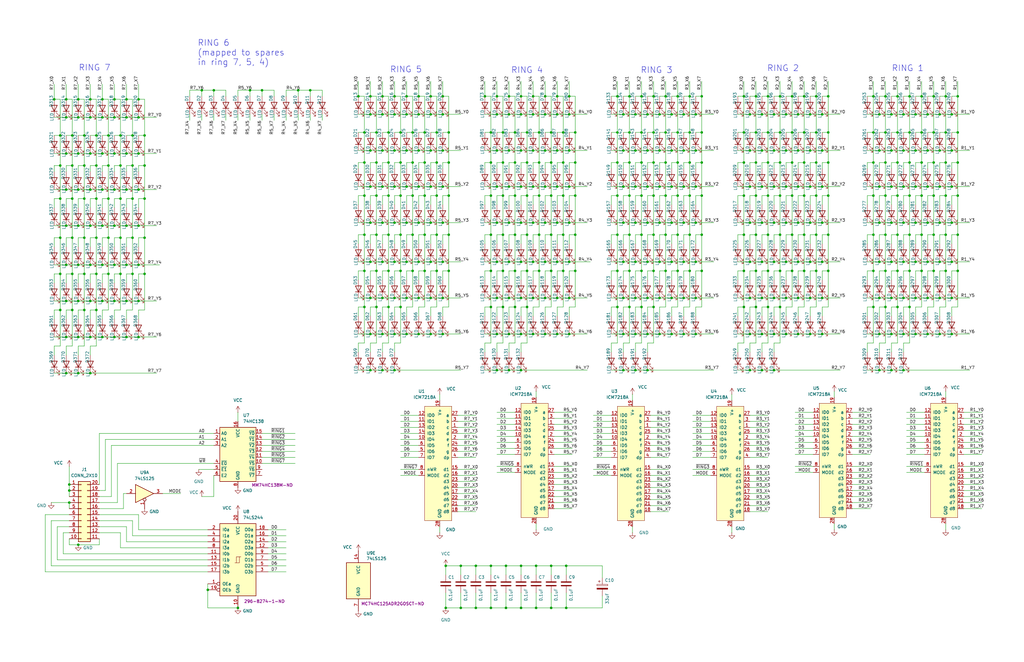
<source format=kicad_sch>
(kicad_sch (version 20250114) (generator "eeschema") (generator_version "9.0")
  (paper "B")
  (text "RING 7" (at 39.878 28.702 0) (effects (font (size 2.54 2.54))))
  (text "RING 3" (at 276.86 29.718 0) (effects (font (size 2.54 2.54))))
  (text "RING 1" (at 382.778 28.956 0) (effects (font (size 2.54 2.54))))
  (text "RING 5" (at 171.196 29.464 0) (effects (font (size 2.54 2.54))))
  (text "RING 6\n(mapped to spares\nin ring 7, 5, 4)" (at 83.312 22.352 0) (effects (font (size 2.54 2.54)) (justify left)))
  (text "RING 2" (at 330.2 28.956 0) (effects (font (size 2.54 2.54))))
  (text "RING 4" (at 222.25 29.718 0) (effects (font (size 2.54 2.54))))
  (junction (at 179.07 68.58))
  (junction (at 318.77 129.54))
  (junction (at 100.33 256.54))
  (junction (at 207.01 55.88))
  (junction (at 30.48 130.81))
  (junction (at 403.86 40.64))
  (junction (at 184.15 114.3))
  (junction (at 265.43 68.58))
  (junction (at 334.01 68.58))
  (junction (at 171.45 110.49))
  (junction (at 189.23 82.55))
  (junction (at 87.63 248.92))
  (junction (at 349.25 99.06))
  (junction (at 323.85 55.88))
  (junction (at 171.45 40.64))
  (junction (at 381 48.26))
  (junction (at 267.97 140.97))
  (junction (at 38.1 142.24))
  (junction (at 293.37 125.73))
  (junction (at 156.21 156.21))
  (junction (at 173.99 55.88))
  (junction (at 234.95 110.49))
  (junction (at 229.87 125.73))
  (junction (at 334.01 114.3))
  (junction (at 344.17 68.58))
  (junction (at 38.1 64.77))
  (junction (at 240.03 110.49))
  (junction (at 38.1 49.53))
  (junction (at 349.25 55.88))
  (junction (at 181.61 78.74))
  (junction (at 179.07 99.06))
  (junction (at 30.48 69.85))
  (junction (at 222.25 99.06))
  (junction (at 339.09 68.58))
  (junction (at 60.96 83.82))
  (junction (at 168.91 68.58))
  (junction (at 270.51 99.06))
  (junction (at 55.88 83.82))
  (junction (at 275.59 40.64))
  (junction (at 60.96 115.57))
  (junction (at 383.54 129.54))
  (junction (at 278.13 140.97))
  (junction (at 214.63 40.64))
  (junction (at 290.83 68.58))
  (junction (at 344.17 114.3))
  (junction (at 321.31 125.73))
  (junction (at 398.78 99.06))
  (junction (at 273.05 125.73))
  (junction (at 166.37 110.49))
  (junction (at 153.67 129.54))
  (junction (at 321.31 110.49))
  (junction (at 240.03 40.64))
  (junction (at 240.03 48.26))
  (junction (at 375.92 156.21))
  (junction (at 161.29 140.97))
  (junction (at 326.39 110.49))
  (junction (at 53.34 80.01))
  (junction (at 401.32 140.97))
  (junction (at 173.99 114.3))
  (junction (at 383.54 40.64))
  (junction (at 381 125.73))
  (junction (at 25.4 100.33))
  (junction (at 209.55 156.21))
  (junction (at 278.13 63.5))
  (junction (at 318.77 68.58))
  (junction (at 40.64 57.15))
  (junction (at 288.29 63.5))
  (junction (at 267.97 63.5))
  (junction (at 189.23 99.06))
  (junction (at 176.53 63.5))
  (junction (at 234.95 40.64))
  (junction (at 158.75 114.3))
  (junction (at 370.84 156.21))
  (junction (at 161.29 63.5))
  (junction (at 234.95 140.97))
  (junction (at 323.85 99.06))
  (junction (at 270.51 40.64))
  (junction (at 187.96 238.76))
  (junction (at 290.83 114.3))
  (junction (at 224.79 110.49))
  (junction (at 207.01 238.76))
  (junction (at 171.45 78.74))
  (junction (at 339.09 114.3))
  (junction (at 396.24 140.97))
  (junction (at 273.05 48.26))
  (junction (at 33.02 64.77))
  (junction (at 260.35 55.88))
  (junction (at 234.95 63.5))
  (junction (at 232.41 82.55))
  (junction (at 232.41 238.76))
  (junction (at 326.39 140.97))
  (junction (at 186.69 63.5))
  (junction (at 288.29 93.98))
  (junction (at 25.4 130.81))
  (junction (at 38.1 80.01))
  (junction (at 290.83 82.55))
  (junction (at 293.37 63.5))
  (junction (at 321.31 48.26))
  (junction (at 58.42 80.01))
  (junction (at 161.29 125.73))
  (junction (at 186.69 93.98))
  (junction (at 214.63 156.21))
  (junction (at 25.4 83.82))
  (junction (at 295.91 82.55))
  (junction (at 278.13 110.49))
  (junction (at 336.55 93.98))
  (junction (at 60.96 69.85))
  (junction (at 321.31 63.5))
  (junction (at 316.23 93.98))
  (junction (at 53.34 111.76))
  (junction (at 153.67 55.88))
  (junction (at 368.3 129.54))
  (junction (at 375.92 78.74))
  (junction (at 262.89 125.73))
  (junction (at 326.39 156.21))
  (junction (at 388.62 114.3))
  (junction (at 171.45 140.97))
  (junction (at 349.25 68.58))
  (junction (at 278.13 48.26))
  (junction (at 179.07 55.88))
  (junction (at 280.67 68.58))
  (junction (at 260.35 40.64))
  (junction (at 48.26 80.01))
  (junction (at 391.16 140.97))
  (junction (at 383.54 82.55))
  (junction (at 58.42 41.91))
  (junction (at 40.64 83.82))
  (junction (at 262.89 78.74))
  (junction (at 207.01 256.54))
  (junction (at 30.48 83.82))
  (junction (at 273.05 110.49))
  (junction (at 283.21 140.97))
  (junction (at 209.55 48.26))
  (junction (at 227.33 99.06))
  (junction (at 217.17 55.88))
  (junction (at 290.83 40.64))
  (junction (at 153.67 68.58))
  (junction (at 229.87 48.26))
  (junction (at 318.77 82.55))
  (junction (at 214.63 93.98))
  (junction (at 213.36 238.76))
  (junction (at 293.37 78.74))
  (junction (at 58.42 49.53))
  (junction (at 242.57 82.55))
  (junction (at 38.1 41.91))
  (junction (at 234.95 125.73))
  (junction (at 278.13 125.73))
  (junction (at 295.91 55.88))
  (junction (at 161.29 48.26))
  (junction (at 58.42 111.76))
  (junction (at 219.71 40.64))
  (junction (at 153.67 82.55))
  (junction (at 386.08 48.26))
  (junction (at 55.88 57.15))
  (junction (at 328.93 99.06))
  (junction (at 262.89 93.98))
  (junction (at 278.13 78.74))
  (junction (at 237.49 55.88))
  (junction (at 283.21 110.49))
  (junction (at 38.1 127))
  (junction (at 53.34 64.77))
  (junction (at 27.94 80.01))
  (junction (at 328.93 68.58))
  (junction (at 43.18 41.91))
  (junction (at 401.32 125.73))
  (junction (at 237.49 82.55))
  (junction (at 43.18 127))
  (junction (at 401.32 110.49))
  (junction (at 273.05 63.5))
  (junction (at 378.46 82.55))
  (junction (at 262.89 140.97))
  (junction (at 219.71 125.73))
  (junction (at 346.71 93.98))
  (junction (at 171.45 63.5))
  (junction (at 125.73 38.1))
  (junction (at 326.39 93.98))
  (junction (at 40.64 130.81))
  (junction (at 163.83 114.3))
  (junction (at 33.02 95.25))
  (junction (at 219.71 156.21))
  (junction (at 184.15 82.55))
  (junction (at 262.89 110.49))
  (junction (at 313.69 82.55))
  (junction (at 53.34 49.53))
  (junction (at 173.99 82.55))
  (junction (at 339.09 99.06))
  (junction (at 156.21 48.26))
  (junction (at 217.17 99.06))
  (junction (at 295.91 114.3))
  (junction (at 53.34 142.24))
  (junction (at 48.26 41.91))
  (junction (at 219.71 93.98))
  (junction (at 316.23 140.97))
  (junction (at 194.31 256.54))
  (junction (at 209.55 140.97))
  (junction (at 219.71 48.26))
  (junction (at 321.31 140.97))
  (junction (at 219.71 110.49))
  (junction (at 331.47 63.5))
  (junction (at 398.78 82.55))
  (junction (at 222.25 129.54))
  (junction (at 234.95 93.98))
  (junction (at 207.01 129.54))
  (junction (at 398.78 55.88))
  (junction (at 328.93 82.55))
  (junction (at 35.56 57.15))
  (junction (at 378.46 114.3))
  (junction (at 313.69 55.88))
  (junction (at 213.36 256.54))
  (junction (at 403.86 114.3))
  (junction (at 396.24 125.73))
  (junction (at 227.33 55.88))
  (junction (at 43.18 111.76))
  (junction (at 331.47 93.98))
  (junction (at 373.38 114.3))
  (junction (at 370.84 140.97))
  (junction (at 396.24 110.49))
  (junction (at 186.69 110.49))
  (junction (at 242.57 99.06))
  (junction (at 398.78 40.64))
  (junction (at 334.01 99.06))
  (junction (at 163.83 68.58))
  (junction (at 318.77 99.06))
  (junction (at 209.55 93.98))
  (junction (at 186.69 48.26))
  (junction (at 288.29 78.74))
  (junction (at 27.94 142.24))
  (junction (at 318.77 40.64))
  (junction (at 260.35 99.06))
  (junction (at 273.05 78.74))
  (junction (at 265.43 55.88))
  (junction (at 224.79 63.5))
  (junction (at 375.92 125.73))
  (junction (at 370.84 48.26))
  (junction (at 386.08 78.74))
  (junction (at 163.83 82.55))
  (junction (at 207.01 82.55))
  (junction (at 186.69 78.74))
  (junction (at 189.23 114.3))
  (junction (at 293.37 110.49))
  (junction (at 232.41 114.3))
  (junction (at 323.85 129.54))
  (junction (at 158.75 82.55))
  (junction (at 318.77 114.3))
  (junction (at 275.59 82.55))
  (junction (at 186.69 125.73))
  (junction (at 336.55 78.74))
  (junction (at 48.26 127))
  (junction (at 341.63 93.98))
  (junction (at 349.25 114.3))
  (junction (at 58.42 95.25))
  (junction (at 326.39 63.5))
  (junction (at 388.62 99.06))
  (junction (at 328.93 129.54))
  (junction (at 316.23 125.73))
  (junction (at 207.01 114.3))
  (junction (at 285.75 114.3))
  (junction (at 375.92 48.26))
  (junction (at 373.38 68.58))
  (junction (at 48.26 49.53))
  (junction (at 168.91 129.54))
  (junction (at 346.71 48.26))
  (junction (at 232.41 68.58))
  (junction (at 166.37 140.97))
  (junction (at 368.3 82.55))
  (junction (at 293.37 93.98))
  (junction (at 316.23 63.5))
  (junction (at 38.1 111.76))
  (junction (at 368.3 99.06))
  (junction (at 219.71 256.54))
  (junction (at 316.23 156.21))
  (junction (at 331.47 110.49))
  (junction (at 35.56 100.33))
  (junction (at 370.84 125.73))
  (junction (at 217.17 68.58))
  (junction (at 386.08 63.5))
  (junction (at 237.49 114.3))
  (junction (at 262.89 156.21))
  (junction (at 48.26 111.76))
  (junction (at 33.02 80.01))
  (junction (at 158.75 55.88))
  (junction (at 219.71 78.74))
  (junction (at 278.13 93.98))
  (junction (at 378.46 129.54))
  (junction (at 33.02 41.91))
  (junction (at 285.75 68.58))
  (junction (at 219.71 140.97))
  (junction (at 346.71 63.5))
  (junction (at 234.95 48.26))
  (junction (at 181.61 48.26))
  (junction (at 29.21 212.09))
  (junction (at 295.91 99.06))
  (junction (at 166.37 63.5))
  (junction (at 163.83 99.06))
  (junction (at 391.16 125.73))
  (junction (at 222.25 55.88))
  (junction (at 53.34 127))
  (junction (at 381 110.49))
  (junction (at 156.21 93.98))
  (junction (at 331.47 78.74))
  (junction (at 267.97 110.49))
  (junction (at 176.53 93.98))
  (junction (at 33.02 49.53))
  (junction (at 53.34 95.25))
  (junction (at 386.08 140.97))
  (junction (at 45.72 57.15))
  (junction (at 375.92 110.49))
  (junction (at 166.37 78.74))
  (junction (at 224.79 93.98))
  (junction (at 403.86 68.58))
  (junction (at 341.63 140.97))
  (junction (at 240.03 78.74))
  (junction (at 283.21 93.98))
  (junction (at 166.37 93.98))
  (junction (at 288.29 110.49))
  (junction (at 391.16 48.26))
  (junction (at 229.87 78.74))
  (junction (at 229.87 63.5))
  (junction (at 186.69 40.64))
  (junction (at 316.23 110.49))
  (junction (at 323.85 82.55))
  (junction (at 398.78 68.58))
  (junction (at 161.29 40.64))
  (junction (at 316.23 78.74))
  (junction (at 161.29 110.49))
  (junction (at 383.54 99.06))
  (junction (at 336.55 48.26))
  (junction (at 265.43 114.3))
  (junction (at 58.42 64.77))
  (junction (at 224.79 125.73))
  (junction (at 280.67 55.88))
  (junction (at 232.41 55.88))
  (junction (at 27.94 111.76))
  (junction (at 238.76 238.76))
  (junction (at 262.89 63.5))
  (junction (at 313.69 99.06))
  (junction (at 388.62 68.58))
  (junction (at 48.26 142.24))
  (junction (at 217.17 114.3))
  (junction (at 43.18 142.24))
  (junction (at 232.41 256.54))
  (junction (at 58.42 142.24))
  (junction (at 267.97 156.21))
  (junction (at 171.45 125.73))
  (junction (at 214.63 140.97))
  (junction (at 43.18 49.53))
  (junction (at 316.23 48.26))
  (junction (at 156.21 40.64))
  (junction (at 222.25 82.55))
  (junction (at 161.29 93.98))
  (junction (at 393.7 40.64))
  (junction (at 344.17 99.06))
  (junction (at 267.97 48.26))
  (junction (at 344.17 82.55))
  (junction (at 370.84 93.98))
  (junction (at 283.21 48.26))
  (junction (at 375.92 93.98))
  (junction (at 370.84 110.49))
  (junction (at 323.85 68.58))
  (junction (at 200.66 238.76))
  (junction (at 321.31 78.74))
  (junction (at 209.55 78.74))
  (junction (at 368.3 68.58))
  (junction (at 212.09 82.55))
  (junction (at 226.06 256.54))
  (junction (at 33.02 142.24))
  (junction (at 176.53 40.64))
  (junction (at 401.32 48.26))
  (junction (at 290.83 55.88))
  (junction (at 40.64 100.33))
  (junction (at 378.46 99.06))
  (junction (at 273.05 93.98))
  (junction (at 204.47 40.64))
  (junction (at 391.16 78.74))
  (junction (at 381 63.5))
  (junction (at 295.91 68.58))
  (junction (at 163.83 129.54))
  (junction (at 381 140.97))
  (junction (at 166.37 125.73))
  (junction (at 55.88 69.85))
  (junction (at 156.21 110.49))
  (junction (at 386.08 110.49))
  (junction (at 346.71 140.97))
  (junction (at 242.57 55.88))
  (junction (at 156.21 140.97))
  (junction (at 336.55 110.49))
  (junction (at 179.07 82.55))
  (junction (at 334.01 40.64))
  (junction (at 153.67 99.06))
  (junction (at 214.63 125.73))
  (junction (at 403.86 55.88))
  (junction (at 403.86 82.55))
  (junction (at 346.71 125.73))
  (junction (at 27.94 95.25))
  (junction (at 90.17 38.1))
  (junction (at 224.79 40.64))
  (junction (at 331.47 125.73))
  (junction (at 339.09 40.64))
  (junction (at 29.21 207.01))
  (junction (at 260.35 68.58))
  (junction (at 43.18 64.77))
  (junction (at 313.69 68.58))
  (junction (at 214.63 78.74))
  (junction (at 168.91 55.88))
  (junction (at 242.57 114.3))
  (junction (at 381 78.74))
  (junction (at 161.29 156.21))
  (junction (at 323.85 114.3))
  (junction (at 285.75 82.55))
  (junction (at 393.7 82.55))
  (junction (at 200.66 256.54))
  (junction (at 270.51 82.55))
  (junction (at 209.55 110.49))
  (junction (at 227.33 114.3))
  (junction (at 50.8 83.82))
  (junction (at 234.95 78.74))
  (junction (at 265.43 99.06))
  (junction (at 396.24 93.98))
  (junction (at 50.8 100.33))
  (junction (at 168.91 114.3))
  (junction (at 368.3 55.88))
  (junction (at 393.7 68.58))
  (junction (at 280.67 82.55))
  (junction (at 53.34 41.91))
  (junction (at 328.93 55.88))
  (junction (at 293.37 48.26))
  (junction (at 270.51 129.54))
  (junction (at 388.62 55.88))
  (junction (at 240.03 140.97))
  (junction (at 386.08 93.98))
  (junction (at 318.77 55.88))
  (junction (at 375.92 63.5))
  (junction (at 161.29 78.74))
  (junction (at 171.45 93.98))
  (junction (at 280.67 114.3))
  (junction (at 222.25 68.58))
  (junction (at 227.33 82.55))
  (junction (at 393.7 55.88))
  (junction (at 55.88 115.57))
  (junction (at 176.53 140.97))
  (junction (at 214.63 48.26))
  (junction (at 378.46 40.64))
  (junction (at 295.91 40.64))
  (junction (at 391.16 93.98))
  (junction (at 25.4 57.15))
  (junction (at 285.75 40.64))
  (junction (at 207.01 99.06))
  (junction (at 262.89 48.26))
  (junction (at 212.09 114.3))
  (junction (at 166.37 40.64))
  (junction (at 280.67 99.06))
  (junction (at 55.88 100.33))
  (junction (at 326.39 48.26))
  (junction (at 313.69 129.54))
  (junction (at 326.39 78.74))
  (junction (at 33.02 229.87))
  (junction (at 45.72 100.33))
  (junction (at 226.06 238.76))
  (junction (at 181.61 140.97))
  (junction (at 403.86 99.06))
  (junction (at 270.51 114.3))
  (junction (at 45.72 83.82))
  (junction (at 381 93.98))
  (junction (at 60.96 100.33))
  (junction (at 179.07 114.3))
  (junction (at 341.63 78.74))
  (junction (at 48.26 64.77))
  (junction (at 48.26 95.25))
  (junction (at 396.24 63.5))
  (junction (at 168.91 82.55))
  (junction (at 151.13 40.64))
  (junction (at 156.21 63.5))
  (junction (at 321.31 156.21))
  (junction (at 238.76 256.54))
  (junction (at 242.57 68.58))
  (junction (at 368.3 40.64))
  (junction (at 22.86 41.91))
  (junction (at 339.09 55.88))
  (junction (at 187.96 256.54))
  (junction (at 265.43 129.54))
  (junction (at 328.93 40.64))
  (junction (at 398.78 114.3))
  (junction (at 35.56 83.82))
  (junction (at 373.38 99.06))
  (junction (at 267.97 125.73))
  (junction (at 326.39 125.73))
  (junction (at 346.71 110.49))
  (junction (at 331.47 140.97))
  (junction (at 270.51 55.88))
  (junction (at 50.8 57.15))
  (junction (at 33.02 111.76))
  (junction (at 27.94 41.91))
  (junction (at 349.25 40.64))
  (junction (at 110.49 38.1))
  (junction (at 212.09 99.06))
  (junction (at 336.55 125.73))
  (junction (at 166.37 48.26))
  (junction (at 388.62 82.55))
  (junction (at 35.56 69.85))
  (junction (at 341.63 110.49))
  (junction (at 224.79 140.97))
  (junction (at 214.63 63.5))
  (junction (at 265.43 40.64))
  (junction (at 30.48 115.57))
  (junction (at 341.63 125.73))
  (junction (at 240.03 93.98))
  (junction (at 313.69 40.64))
  (junction (at 209.55 63.5))
  (junction (at 227.33 68.58))
  (junction (at 273.05 140.97))
  (junction (at 313.69 114.3))
  (junction (at 285.75 99.06))
  (junction (at 280.67 40.64))
  (junction (at 396.24 78.74))
  (junction (at 181.61 63.5))
  (junction (at 40.64 69.85))
  (junction (at 265.43 82.55))
  (junction (at 217.17 129.54))
  (junction (at 176.53 78.74))
  (junction (at 40.64 115.57))
  (junction (at 85.09 38.1))
  (junction (at 184.15 99.06))
  (junction (at 189.23 68.58))
  (junction (at 153.67 114.3))
  (junction (at 273.05 156.21))
  (junction (at 391.16 110.49))
  (junction (at 229.87 40.64))
  (junction (at 212.09 68.58))
  (junction (at 214.63 110.49))
  (junction (at 181.61 125.73))
  (junction (at 373.38 40.64))
  (junction (at 229.87 93.98))
  (junction (at 173.99 68.58))
  (junction (at 105.41 38.1))
  (junction (at 393.7 99.06))
  (junction (at 388.62 40.64))
  (junction (at 370.84 78.74))
  (junction (at 181.61 110.49))
  (junction (at 283.21 78.74))
  (junction (at 293.37 140.97))
  (junction (at 240.03 63.5))
  (junction (at 229.87 140.97))
  (junction (at 323.85 40.64))
  (junction (at 401.32 78.74))
  (junction (at 176.53 125.73))
  (junction (at 393.7 114.3))
  (junction (at 60.96 57.15))
  (junction (at 43.18 95.25))
  (junction (at 275.59 68.58))
  (junction (at 349.25 82.55))
  (junction (at 270.51 68.58))
  (junction (at 373.38 129.54))
  (junction (at 194.31 238.76))
  (junction (at 27.94 49.53))
  (junction (at 386.08 125.73))
  (junction (at 373.38 55.88))
  (junction (at 283.21 63.5))
  (junction (at 344.17 55.88))
  (junction (at 33.02 157.48))
  (junction (at 222.25 114.3))
  (junction (at 275.59 55.88))
  (junction (at 285.75 55.88))
  (junction (at 275.59 129.54))
  (junction (at 163.83 55.88))
  (junction (at 288.29 48.26))
  (junction (at 35.56 115.57))
  (junction (at 212.09 129.54))
  (junction (at 370.84 63.5))
  (junction (at 383.54 114.3))
  (junction (at 260.35 114.3))
  (junction (at 334.01 55.88))
  (junction (at 212.09 55.88))
  (junction (at 232.41 99.06))
  (junction (at 130.81 38.1))
  (junction (at 375.92 140.97))
  (junction (at 240.03 125.73))
  (junction (at 373.38 82.55))
  (junction (at 336.55 63.5))
  (junction (at 35.56 130.81))
  (junction (at 30.48 57.15))
  (junction (at 38.1 95.25))
  (junction (at 341.63 63.5))
  (junction (at 156.21 125.73))
  (junction (at 401.32 93.98))
  (junction (at 158.75 99.06))
  (junction (at 344.17 40.64))
  (junction (at 171.45 48.26))
  (junction (at 229.87 110.49))
  (junction (at 50.8 115.57))
  (junction (at 383.54 55.88))
  (junction (at 224.79 78.74))
  (junction (at 288.29 125.73))
  (junction (at 341.63 48.26))
  (junction (at 25.4 115.57))
  (junction (at 176.53 110.49))
  (junction (at 290.83 99.06))
  (junction (at 275.59 99.06))
  (junction (at 336.55 140.97))
  (junction (at 283.21 125.73))
  (junction (at 260.35 82.55))
  (junction (at 219.71 238.76))
  (junction (at 288.29 140.97))
  (junction (at 209.55 125.73))
  (junction (at 158.75 68.58))
  (junction (at 186.69 140.97))
  (junction (at 321.31 93.98))
  (junction (at 184.15 55.88))
  (junction (at 275.59 114.3))
  (junction (at 181.61 93.98))
  (junction (at 30.48 100.33))
  (junction (at 219.71 63.5))
  (junction (at 156.21 78.74))
  (junction (at 33.02 127))
  (junction (at 29.21 204.47))
  (junction (at 346.71 78.74))
  (junction (at 189.23 55.88))
  (junction (at 209.55 40.64))
  (junction (at 168.91 99.06))
  (junction (at 166.37 156.21))
  (junction (at 383.54 68.58))
  (junction (at 45.72 115.57))
  (junction (at 401.32 63.5))
  (junction (at 43.18 80.01))
  (junction (at 339.09 82.55))
  (junction (at 184.15 68.58))
  (junction (at 217.17 82.55))
  (junction (at 368.3 114.3))
  (junction (at 378.46 68.58))
  (junction (at 176.53 48.26))
  (junction (at 391.16 63.5))
  (junction (at 50.8 69.85))
  (junction (at 237.49 99.06))
  (junction (at 158.75 129.54))
  (junction (at 378.46 55.88))
  (junction (at 58.42 127))
  (junction (at 224.79 48.26))
  (junction (at 260.35 129.54))
  (junction (at 267.97 78.74))
  (junction (at 27.94 127))
  (junction (at 334.01 82.55))
  (junction (at 328.93 114.3))
  (junction (at 38.1 157.48))
  (junction (at 396.24 48.26))
  (junction (at 237.49 68.58))
  (junction (at 45.72 69.85))
  (junction (at 181.61 40.64))
  (junction (at 27.94 64.77))
  (junction (at 25.4 69.85))
  (junction (at 267.97 93.98))
  (junction (at 207.01 68.58))
  (junction (at 27.94 157.48))
  (junction (at 381 156.21))
  (junction (at 173.99 99.06))
  (junction (at 331.47 48.26))
  (wire (pts (xy 189.23 68.58) (xy 186.69 68.58)))
  (wire (pts (xy 288.29 129.54) (xy 288.29 133.35)))
  (wire (pts (xy 171.45 82.55) (xy 171.45 86.36)))
  (wire (pts (xy 212.09 68.58) (xy 209.55 68.58)))
  (wire (pts (xy 58.42 57.15) (xy 60.96 57.15)))
  (wire (pts (xy 40.64 69.85) (xy 38.1 69.85)))
  (wire (pts (xy 273.05 93.98) (xy 278.13 93.98)))
  (wire (pts (xy 344.17 99.06) (xy 344.17 114.3)))
  (wire (pts (xy 53.34 49.53) (xy 58.42 49.53)))
  (wire (pts (xy 113.03 226.06) (xy 120.65 226.06)))
  (wire (pts (xy 186.69 34.29) (xy 186.69 40.64)))
  (wire (pts (xy 40.64 115.57) (xy 38.1 115.57)))
  (wire (pts (xy 234.95 140.97) (xy 240.03 140.97)))
  (wire (pts (xy 295.91 99.06) (xy 295.91 114.3)))
  (wire (pts (xy 176.53 125.73) (xy 181.61 125.73)))
  (wire (pts (xy 321.31 140.97) (xy 326.39 140.97)))
  (wire (pts (xy 270.51 114.3) (xy 267.97 114.3)))
  (wire (pts (xy 321.31 55.88) (xy 323.85 55.88)))
  (wire (pts (xy 184.15 40.64) (xy 181.61 40.64)))
  (wire (pts (xy 365.76 48.26) (xy 370.84 48.26)))
  (wire (pts (xy 19.05 241.3) (xy 87.63 241.3)))
  (wire (pts (xy 257.81 129.54) (xy 257.81 133.35)))
  (wire (pts (xy 184.15 82.55) (xy 181.61 82.55)))
  (wire (pts (xy 233.68 212.09) (xy 241.3 212.09)))
  (wire (pts (xy 359.41 184.15) (xy 367.03 184.15)))
  (wire (pts (xy 280.67 114.3) (xy 280.67 129.54)))
  (wire (pts (xy 393.7 40.64) (xy 391.16 40.64)))
  (wire (pts (xy 275.59 129.54) (xy 275.59 144.78)))
  (wire (pts (xy 171.45 93.98) (xy 176.53 93.98)))
  (wire (pts (xy 401.32 78.74) (xy 408.94 78.74)))
  (wire (pts (xy 273.05 78.74) (xy 278.13 78.74)))
  (wire (pts (xy 293.37 48.26) (xy 300.99 48.26)))
  (wire (pts (xy 316.23 48.26) (xy 321.31 48.26)))
  (wire (pts (xy 209.55 191.77) (xy 217.17 191.77)))
  (wire (pts (xy 398.78 40.64) (xy 398.78 55.88)))
  (wire (pts (xy 217.17 144.78) (xy 214.63 144.78)))
  (wire (pts (xy 207.01 40.64) (xy 204.47 40.64)))
  (wire (pts (xy 219.71 78.74) (xy 224.79 78.74)))
  (wire (pts (xy 318.77 129.54) (xy 318.77 144.78)))
  (wire (pts (xy 193.04 175.26) (xy 200.66 175.26)))
  (wire (pts (xy 336.55 78.74) (xy 341.63 78.74)))
  (wire (pts (xy 120.65 38.1) (xy 120.65 40.64)))
  (wire (pts (xy 193.04 193.04) (xy 200.66 193.04)))
  (wire (pts (xy 316.23 185.42) (xy 323.85 185.42)))
  (wire (pts (xy 27.94 35.56) (xy 27.94 41.91)))
  (wire (pts (xy 173.99 114.3) (xy 173.99 129.54)))
  (wire (pts (xy 323.85 129.54) (xy 321.31 129.54)))
  (wire (pts (xy 27.94 80.01) (xy 33.02 80.01)))
  (wire (pts (xy 237.49 40.64) (xy 237.49 55.88)))
  (wire (pts (xy 368.3 114.3) (xy 365.76 114.3)))
  (wire (pts (xy 25.4 69.85) (xy 22.86 69.85)))
  (wire (pts (xy 321.31 110.49) (xy 326.39 110.49)))
  (wire (pts (xy 48.26 64.77) (xy 53.34 64.77)))
  (wire (pts (xy 278.13 125.73) (xy 283.21 125.73)))
  (wire (pts (xy 130.81 48.26) (xy 130.81 50.8)))
  (wire (pts (xy 368.3 55.88) (xy 368.3 68.58)))
  (wire (pts (xy 359.41 179.07) (xy 367.03 179.07)))
  (wire (pts (xy 398.78 40.64) (xy 396.24 40.64)))
  (wire (pts (xy 373.38 114.3) (xy 373.38 129.54)))
  (wire (pts (xy 189.23 40.64) (xy 189.23 55.88)))
  (wire (pts (xy 321.31 63.5) (xy 326.39 63.5)))
  (wire (pts (xy 41.91 219.71) (xy 55.88 219.71)))
  (wire (pts (xy 250.19 193.04) (xy 257.81 193.04)))
  (wire (pts (xy 292.1 175.26) (xy 299.72 175.26)))
  (wire (pts (xy 58.42 95.25) (xy 66.04 95.25)))
  (wire (pts (xy 213.36 242.57) (xy 213.36 238.76)))
  (wire (pts (xy 30.48 69.85) (xy 27.94 69.85)))
  (wire (pts (xy 293.37 110.49) (xy 300.99 110.49)))
  (wire (pts (xy 378.46 55.88) (xy 378.46 68.58)))
  (wire (pts (xy 386.08 55.88) (xy 388.62 55.88)))
  (wire (pts (xy 274.32 193.04) (xy 281.94 193.04)))
  (wire (pts (xy 219.71 93.98) (xy 224.79 93.98)))
  (wire (pts (xy 224.79 99.06) (xy 224.79 102.87)))
  (wire (pts (xy 161.29 144.78) (xy 161.29 148.59)))
  (wire (pts (xy 383.54 99.06) (xy 383.54 114.3)))
  (wire (pts (xy 238.76 250.19) (xy 238.76 256.54)))
  (wire (pts (xy 229.87 48.26) (xy 234.95 48.26)))
  (wire (pts (xy 336.55 63.5) (xy 341.63 63.5)))
  (wire (pts (xy 260.35 40.64) (xy 260.35 55.88)))
  (wire (pts (xy 173.99 99.06) (xy 173.99 114.3)))
  (wire (pts (xy 370.84 55.88) (xy 373.38 55.88)))
  (wire (pts (xy 406.4 207.01) (xy 414.02 207.01)))
  (wire (pts (xy 335.28 196.85) (xy 342.9 196.85)))
  (wire (pts (xy 318.77 129.54) (xy 316.23 129.54)))
  (wire (pts (xy 401.32 114.3) (xy 401.32 118.11)))
  (wire (pts (xy 386.08 129.54) (xy 386.08 133.35)))
  (wire (pts (xy 391.16 125.73) (xy 396.24 125.73)))
  (wire (pts (xy 125.73 38.1) (xy 130.81 38.1)))
  (wire (pts (xy 176.53 114.3) (xy 176.53 118.11)))
  (wire (pts (xy 365.76 93.98) (xy 370.84 93.98)))
  (wire (pts (xy 35.56 115.57) (xy 35.56 130.81)))
  (wire (pts (xy 186.69 140.97) (xy 194.31 140.97)))
  (wire (pts (xy 293.37 140.97) (xy 300.99 140.97)))
  (wire (pts (xy 326.39 48.26) (xy 331.47 48.26)))
  (wire (pts (xy 25.4 83.82) (xy 25.4 100.33)))
  (wire (pts (xy 388.62 40.64) (xy 388.62 55.88)))
  (wire (pts (xy 60.96 57.15) (xy 60.96 69.85)))
  (wire (pts (xy 193.04 182.88) (xy 200.66 182.88)))
  (wire (pts (xy 217.17 40.64) (xy 217.17 55.88)))
  (wire (pts (xy 226.06 242.57) (xy 226.06 238.76)))
  (wire (pts (xy 45.72 41.91) (xy 45.72 57.15)))
  (wire (pts (xy 222.25 144.78) (xy 219.71 144.78)))
  (wire (pts (xy 328.93 129.54) (xy 326.39 129.54)))
  (wire (pts (xy 262.89 63.5) (xy 267.97 63.5)))
  (wire (pts (xy 233.68 196.85) (xy 241.3 196.85)))
  (wire (pts (xy 346.71 93.98) (xy 354.33 93.98)))
  (wire (pts (xy 153.67 82.55) (xy 151.13 82.55)))
  (wire (pts (xy 233.68 199.39) (xy 241.3 199.39)))
  (wire (pts (xy 224.79 140.97) (xy 229.87 140.97)))
  (wire (pts (xy 370.84 110.49) (xy 375.92 110.49)))
  (wire (pts (xy 43.18 95.25) (xy 48.26 95.25)))
  (wire (pts (xy 156.21 140.97) (xy 161.29 140.97)))
  (wire (pts (xy 232.41 242.57) (xy 232.41 238.76)))
  (wire (pts (xy 275.59 68.58) (xy 275.59 82.55)))
  (wire (pts (xy 313.69 129.54) (xy 311.15 129.54)))
  (wire (pts (xy 30.48 83.82) (xy 27.94 83.82)))
  (wire (pts (xy 193.04 190.5) (xy 200.66 190.5)))
  (wire (pts (xy 168.91 180.34) (xy 176.53 180.34)))
  (wire (pts (xy 403.86 34.29) (xy 403.86 40.64)))
  (wire (pts (xy 50.8 69.85) (xy 50.8 83.82)))
  (wire (pts (xy 207.01 144.78) (xy 204.47 144.78)))
  (wire (pts (xy 393.7 82.55) (xy 393.7 99.06)))
  (wire (pts (xy 406.4 186.69) (xy 414.02 186.69)))
  (wire (pts (xy 25.4 100.33) (xy 25.4 115.57)))
  (wire (pts (xy 166.37 99.06) (xy 166.37 102.87)))
  (wire (pts (xy 22.86 83.82) (xy 22.86 87.63)))
  (wire (pts (xy 161.29 82.55) (xy 161.29 86.36)))
  (wire (pts (xy 207.01 55.88) (xy 207.01 68.58)))
  (wire (pts (xy 219.71 55.88) (xy 222.25 55.88)))
  (wire (pts (xy 270.51 144.78) (xy 267.97 144.78)))
  (wire (pts (xy 53.34 130.81) (xy 53.34 134.62)))
  (wire (pts (xy 27.94 127) (xy 33.02 127)))
  (wire (pts (xy 213.36 238.76) (xy 207.01 238.76)))
  (wire (pts (xy 22.86 69.85) (xy 22.86 72.39)))
  (wire (pts (xy 398.78 68.58) (xy 396.24 68.58)))
  (wire (pts (xy 270.51 129.54) (xy 270.51 144.78)))
  (wire (pts (xy 346.71 78.74) (xy 354.33 78.74)))
  (wire (pts (xy 344.17 68.58) (xy 341.63 68.58)))
  (wire (pts (xy 52.07 208.28) (xy 53.34 208.28)))
  (wire (pts (xy 334.01 55.88) (xy 334.01 68.58)))
  (wire (pts (xy 41.91 229.87) (xy 41.91 227.33)))
  (wire (pts (xy 29.21 196.85) (xy 29.21 204.47)))
  (wire (pts (xy 381 156.21) (xy 408.94 156.21)))
  (wire (pts (xy 158.75 40.64) (xy 156.21 40.64)))
  (wire (pts (xy 33.02 35.56) (xy 33.02 41.91)))
  (wire (pts (xy 204.47 93.98) (xy 209.55 93.98)))
  (wire (pts (xy 262.89 140.97) (xy 267.97 140.97)))
  (wire (pts (xy 25.4 100.33) (xy 22.86 100.33)))
  (wire (pts (xy 58.42 223.52) (xy 87.63 223.52)))
  (wire (pts (xy 335.28 184.15) (xy 342.9 184.15)))
  (wire (pts (xy 156.21 78.74) (xy 161.29 78.74)))
  (wire (pts (xy 50.8 69.85) (xy 48.26 69.85)))
  (wire (pts (xy 280.67 82.55) (xy 278.13 82.55)))
  (wire (pts (xy 318.77 82.55) (xy 316.23 82.55)))
  (wire (pts (xy 349.25 82.55) (xy 349.25 99.06)))
  (wire (pts (xy 217.17 99.06) (xy 214.63 99.06)))
  (wire (pts (xy 35.56 57.15) (xy 35.56 69.85)))
  (wire (pts (xy 115.57 48.26) (xy 115.57 50.8)))
  (wire (pts (xy 262.89 48.26) (xy 267.97 48.26)))
  (wire (pts (xy 217.17 114.3) (xy 217.17 129.54)))
  (wire (pts (xy 273.05 156.21) (xy 300.99 156.21)))
  (wire (pts (xy 365.76 156.21) (xy 370.84 156.21)))
  (wire (pts (xy 323.85 68.58) (xy 321.31 68.58)))
  (wire (pts (xy 328.93 68.58) (xy 326.39 68.58)))
  (wire (pts (xy 46.99 187.96) (xy 90.17 187.96)))
  (wire (pts (xy 285.75 68.58) (xy 283.21 68.58)))
  (wire (pts (xy 163.83 129.54) (xy 161.29 129.54)))
  (wire (pts (xy 288.29 114.3) (xy 288.29 118.11)))
  (wire (pts (xy 85.09 38.1) (xy 85.09 40.64)))
  (wire (pts (xy 151.13 55.88) (xy 153.67 55.88)))
  (wire (pts (xy 250.19 187.96) (xy 257.81 187.96)))
  (wire (pts (xy 58.42 130.81) (xy 58.42 134.62)))
  (wire (pts (xy 288.29 68.58) (xy 288.29 71.12)))
  (wire (pts (xy 386.08 78.74) (xy 391.16 78.74)))
  (wire (pts (xy 368.3 129.54) (xy 368.3 144.78)))
  (wire (pts (xy 401.32 99.06) (xy 401.32 102.87)))
  (wire (pts (xy 274.32 198.12) (xy 281.94 198.12)))
  (wire (pts (xy 25.4 83.82) (xy 22.86 83.82)))
  (wire (pts (xy 406.4 204.47) (xy 414.02 204.47)))
  (wire (pts (xy 214.63 55.88) (xy 217.17 55.88)))
  (wire (pts (xy 316.23 93.98) (xy 321.31 93.98)))
  (wire (pts (xy 316.23 63.5) (xy 321.31 63.5)))
  (wire (pts (xy 335.28 189.23) (xy 342.9 189.23)))
  (wire (pts (xy 273.05 48.26) (xy 278.13 48.26)))
  (wire (pts (xy 189.23 82.55) (xy 189.23 99.06)))
  (wire (pts (xy 48.26 57.15) (xy 50.8 57.15)))
  (wire (pts (xy 45.72 130.81) (xy 43.18 130.81)))
  (wire (pts (xy 115.57 38.1) (xy 115.57 40.64)))
  (wire (pts (xy 22.86 146.05) (xy 22.86 149.86)))
  (wire (pts (xy 110.49 38.1) (xy 115.57 38.1)))
  (wire (pts (xy 40.64 115.57) (xy 40.64 130.81)))
  (wire (pts (xy 311.15 110.49) (xy 316.23 110.49)))
  (wire (pts (xy 335.28 199.39) (xy 342.9 199.39)))
  (wire (pts (xy 401.32 93.98) (xy 408.94 93.98)))
  (wire (pts (xy 87.63 248.92) (xy 87.63 256.54)))
  (wire (pts (xy 270.51 99.06) (xy 270.51 114.3)))
  (wire (pts (xy 288.29 125.73) (xy 293.37 125.73)))
  (wire (pts (xy 273.05 144.78) (xy 273.05 148.59)))
  (wire (pts (xy 318.77 55.88) (xy 318.77 68.58)))
  (wire (pts (xy 368.3 99.06) (xy 368.3 114.3)))
  (wire (pts (xy 200.66 256.54) (xy 194.31 256.54)))
  (wire (pts (xy 224.79 63.5) (xy 229.87 63.5)))
  (wire (pts (xy 295.91 68.58) (xy 293.37 68.58)))
  (wire (pts (xy 326.39 140.97) (xy 331.47 140.97)))
  (wire (pts (xy 204.47 125.73) (xy 209.55 125.73)))
  (wire (pts (xy 344.17 40.64) (xy 341.63 40.64)))
  (wire (pts (xy 151.13 63.5) (xy 156.21 63.5)))
  (wire (pts (xy 184.15 114.3) (xy 181.61 114.3)))
  (wire (pts (xy 336.55 68.58) (xy 336.55 71.12)))
  (wire (pts (xy 229.87 68.58) (xy 229.87 71.12)))
  (wire (pts (xy 370.84 156.21) (xy 375.92 156.21)))
  (wire (pts (xy 168.91 175.26) (xy 176.53 175.26)))
  (wire (pts (xy 359.41 212.09) (xy 367.03 212.09)))
  (wire (pts (xy 391.16 63.5) (xy 396.24 63.5)))
  (wire (pts (xy 381 78.74) (xy 386.08 78.74)))
  (wire (pts (xy 168.91 144.78) (xy 166.37 144.78)))
  (wire (pts (xy 33.02 64.77) (xy 38.1 64.77)))
  (wire (pts (xy 257.81 68.58) (xy 257.81 71.12)))
  (wire (pts (xy 265.43 129.54) (xy 265.43 144.78)))
  (wire (pts (xy 217.17 114.3) (xy 214.63 114.3)))
  (wire (pts (xy 257.81 93.98) (xy 262.89 93.98)))
  (wire (pts (xy 349.25 68.58) (xy 349.25 82.55)))
  (wire (pts (xy 224.79 110.49) (xy 229.87 110.49)))
  (wire (pts (xy 265.43 144.78) (xy 262.89 144.78)))
  (wire (pts (xy 398.78 68.58) (xy 398.78 82.55)))
  (wire (pts (xy 346.71 55.88) (xy 349.25 55.88)))
  (wire (pts (xy 373.38 82.55) (xy 370.84 82.55)))
  (wire (pts (xy 326.39 114.3) (xy 326.39 118.11)))
  (wire (pts (xy 163.83 82.55) (xy 161.29 82.55)))
  (wire (pts (xy 60.96 41.91) (xy 60.96 57.15)))
  (wire (pts (xy 55.88 226.06) (xy 87.63 226.06)))
  (wire (pts (xy 217.17 68.58) (xy 214.63 68.58)))
  (wire (pts (xy 60.96 69.85) (xy 58.42 69.85)))
  (wire (pts (xy 49.53 212.09) (xy 49.53 195.58)))
  (wire (pts (xy 163.83 40.64) (xy 163.83 55.88)))
  (wire (pts (xy 290.83 34.29) (xy 290.83 40.64)))
  (wire (pts (xy 233.68 204.47) (xy 241.3 204.47)))
  (wire (pts (xy 233.68 184.15) (xy 241.3 184.15)))
  (wire (pts (xy 386.08 125.73) (xy 391.16 125.73)))
  (wire (pts (xy 181.61 93.98) (xy 186.69 93.98)))
  (wire (pts (xy 288.29 63.5) (xy 293.37 63.5)))
  (wire (pts (xy 234.95 114.3) (xy 234.95 118.11)))
  (wire (pts (xy 48.26 49.53) (xy 53.34 49.53)))
  (wire (pts (xy 35.56 69.85) (xy 35.56 83.82)))
  (wire (pts (xy 311.15 48.26) (xy 316.23 48.26)))
  (wire (pts (xy 214.63 34.29) (xy 214.63 40.64)))
  (wire (pts (xy 270.51 40.64) (xy 270.51 55.88)))
  (wire (pts (xy 295.91 34.29) (xy 295.91 40.64)))
  (wire (pts (xy 60.96 130.81) (xy 58.42 130.81)))
  (wire (pts (xy 275.59 144.78) (xy 273.05 144.78)))
  (wire (pts (xy 184.15 68.58) (xy 184.15 82.55)))
  (wire (pts (xy 375.92 99.06) (xy 375.92 102.87)))
  (wire (pts (xy 359.41 209.55) (xy 367.03 209.55)))
  (wire (pts (xy 336.55 55.88) (xy 339.09 55.88)))
  (wire (pts (xy 267.97 144.78) (xy 267.97 148.59)))
  (wire (pts (xy 186.69 114.3) (xy 186.69 118.11)))
  (wire (pts (xy 318.77 99.06) (xy 316.23 99.06)))
  (wire (pts (xy 232.41 114.3) (xy 229.87 114.3)))
  (wire (pts (xy 41.91 207.01) (xy 44.45 207.01)))
  (wire (pts (xy 156.21 129.54) (xy 156.21 133.35)))
  (wire (pts (xy 227.33 114.3) (xy 227.33 129.54)))
  (wire (pts (xy 288.29 78.74) (xy 293.37 78.74)))
  (wire (pts (xy 242.57 55.88) (xy 242.57 68.58)))
  (wire (pts (xy 153.67 129.54) (xy 151.13 129.54)))
  (wire (pts (xy 290.83 114.3) (xy 290.83 129.54)))
  (wire (pts (xy 226.06 165.1) (xy 226.06 167.64)))
  (wire (pts (xy 219.71 48.26) (xy 224.79 48.26)))
  (wire (pts (xy 344.17 82.55) (xy 344.17 99.06)))
  (wire (pts (xy 224.79 48.26) (xy 229.87 48.26)))
  (wire (pts (xy 267.97 68.58) (xy 267.97 71.12)))
  (wire (pts (xy 316.23 215.9) (xy 323.85 215.9)))
  (wire (pts (xy 30.48 130.81) (xy 27.94 130.81)))
  (wire (pts (xy 33.02 111.76) (xy 38.1 111.76)))
  (wire (pts (xy 278.13 68.58) (xy 278.13 71.12)))
  (wire (pts (xy 273.05 68.58) (xy 273.05 71.12)))
  (wire (pts (xy 161.29 63.5) (xy 166.37 63.5)))
  (wire (pts (xy 43.18 115.57) (xy 43.18 119.38)))
  (wire (pts (xy 171.45 129.54) (xy 171.45 133.35)))
  (wire (pts (xy 233.68 207.01) (xy 241.3 207.01)))
  (wire (pts (xy 45.72 100.33) (xy 45.72 115.57)))
  (wire (pts (xy 295.91 82.55) (xy 295.91 99.06)))
  (wire (pts (xy 403.86 40.64) (xy 401.32 40.64)))
  (wire (pts (xy 233.68 209.55) (xy 241.3 209.55)))
  (wire (pts (xy 113.03 228.6) (xy 120.65 228.6)))
  (wire (pts (xy 229.87 114.3) (xy 229.87 118.11)))
  (wire (pts (xy 383.54 114.3) (xy 383.54 129.54)))
  (wire (pts (xy 316.23 190.5) (xy 323.85 190.5)))
  (wire (pts (xy 323.85 114.3) (xy 323.85 129.54)))
  (wire (pts (xy 113.03 241.3) (xy 120.65 241.3)))
  (wire (pts (xy 316.23 213.36) (xy 323.85 213.36)))
  (wire (pts (xy 204.47 68.58) (xy 204.47 71.12)))
  (wire (pts (xy 378.46 40.64) (xy 375.92 40.64)))
  (wire (pts (xy 321.31 48.26) (xy 326.39 48.26)))
  (wire (pts (xy 214.63 48.26) (xy 219.71 48.26)))
  (wire (pts (xy 386.08 110.49) (xy 391.16 110.49)))
  (wire (pts (xy 386.08 82.55) (xy 386.08 86.36)))
  (wire (pts (xy 171.45 110.49) (xy 176.53 110.49)))
  (wire (pts (xy 168.91 40.64) (xy 168.91 55.88)))
  (wire (pts (xy 341.63 140.97) (xy 346.71 140.97)))
  (wire (pts (xy 29.21 207.01) (xy 29.21 209.55)))
  (wire (pts (xy 388.62 82.55) (xy 388.62 99.06)))
  (wire (pts (xy 378.46 99.06) (xy 375.92 99.06)))
  (wire (pts (xy 53.34 100.33) (xy 53.34 104.14)))
  (wire (pts (xy 396.24 110.49) (xy 401.32 110.49)))
  (wire (pts (xy 87.63 246.38) (xy 87.63 248.92)))
  (wire (pts (xy 38.1 95.25) (xy 43.18 95.25)))
  (wire (pts (xy 313.69 68.58) (xy 313.69 82.55)))
  (wire (pts (xy 120.65 38.1) (xy 125.73 38.1)))
  (wire (pts (xy 184.15 68.58) (xy 181.61 68.58)))
  (wire (pts (xy 168.91 114.3) (xy 166.37 114.3)))
  (wire (pts (xy 285.75 99.06) (xy 283.21 99.06)))
  (wire (pts (xy 222.25 55.88) (xy 222.25 68.58)))
  (wire (pts (xy 401.32 55.88) (xy 403.86 55.88)))
  (wire (pts (xy 370.84 93.98) (xy 375.92 93.98)))
  (wire (pts (xy 209.55 93.98) (xy 214.63 93.98)))
  (wire (pts (xy 311.15 55.88) (xy 313.69 55.88)))
  (wire (pts (xy 48.26 83.82) (xy 48.26 87.63)))
  (wire (pts (xy 214.63 129.54) (xy 214.63 133.35)))
  (wire (pts (xy 290.83 129.54) (xy 288.29 129.54)))
  (wire (pts (xy 58.42 115.57) (xy 58.42 119.38)))
  (wire (pts (xy 260.35 144.78) (xy 257.81 144.78)))
  (wire (pts (xy 288.29 140.97) (xy 293.37 140.97)))
  (wire (pts (xy 194.31 256.54) (xy 194.31 250.19)))
  (wire (pts (xy 331.47 78.74) (xy 336.55 78.74)))
  (wire (pts (xy 166.37 129.54) (xy 166.37 133.35)))
  (wire (pts (xy 386.08 140.97) (xy 391.16 140.97)))
  (wire (pts (xy 33.02 95.25) (xy 38.1 95.25)))
  (wire (pts (xy 365.76 99.06) (xy 365.76 102.87)))
  (wire (pts (xy 260.35 99.06) (xy 257.81 99.06)))
  (wire (pts (xy 24.13 236.22) (xy 87.63 236.22)))
  (wire (pts (xy 193.04 185.42) (xy 200.66 185.42)))
  (wire (pts (xy 30.48 41.91) (xy 27.94 41.91)))
  (wire (pts (xy 341.63 63.5) (xy 346.71 63.5)))
  (wire (pts (xy 254 238.76) (xy 238.76 238.76)))
  (wire (pts (xy 339.09 40.64) (xy 336.55 40.64)))
  (wire (pts (xy 171.45 48.26) (xy 176.53 48.26)))
  (wire (pts (xy 33.02 49.53) (xy 38.1 49.53)))
  (wire (pts (xy 30.48 130.81) (xy 30.48 146.05)))
  (wire (pts (xy 328.93 114.3) (xy 326.39 114.3)))
  (wire (pts (xy 295.91 99.06) (xy 293.37 99.06)))
  (wire (pts (xy 280.67 82.55) (xy 280.67 99.06)))
  (wire (pts (xy 100.33 48.26) (xy 100.33 50.8)))
  (wire (pts (xy 113.03 238.76) (xy 120.65 238.76)))
  (wire (pts (xy 323.85 40.64) (xy 321.31 40.64)))
  (wire (pts (xy 55.88 83.82) (xy 53.34 83.82)))
  (wire (pts (xy 38.1 69.85) (xy 38.1 72.39)))
  (wire (pts (xy 280.67 99.06) (xy 278.13 99.06)))
  (wire (pts (xy 378.46 68.58) (xy 378.46 82.55)))
  (wire (pts (xy 382.27 191.77) (xy 389.89 191.77)))
  (wire (pts (xy 388.62 129.54) (xy 386.08 129.54)))
  (wire (pts (xy 359.41 214.63) (xy 367.03 214.63)))
  (wire (pts (xy 222.25 129.54) (xy 222.25 144.78)))
  (wire (pts (xy 173.99 55.88) (xy 173.99 68.58)))
  (wire (pts (xy 176.53 129.54) (xy 176.53 133.35)))
  (wire (pts (xy 381 63.5) (xy 386.08 63.5)))
  (wire (pts (xy 168.91 68.58) (xy 168.91 82.55)))
  (wire (pts (xy 214.63 82.55) (xy 214.63 86.36)))
  (wire (pts (xy 166.37 125.73) (xy 171.45 125.73)))
  (wire (pts (xy 339.09 114.3) (xy 339.09 129.54)))
  (wire (pts (xy 227.33 99.06) (xy 227.33 114.3)))
  (wire (pts (xy 260.35 40.64) (xy 257.81 40.64)))
  (wire (pts (xy 393.7 34.29) (xy 393.7 40.64)))
  (wire (pts (xy 186.69 55.88) (xy 189.23 55.88)))
  (wire (pts (xy 219.71 99.06) (xy 219.71 102.87)))
  (wire (pts (xy 250.19 180.34) (xy 257.81 180.34)))
  (wire (pts (xy 33.02 157.48) (xy 38.1 157.48)))
  (wire (pts (xy 373.38 68.58) (xy 373.38 82.55)))
  (wire (pts (xy 313.69 82.55) (xy 311.15 82.55)))
  (wire (pts (xy 29.21 227.33) (xy 29.21 229.87)))
  (wire (pts (xy 375.92 63.5) (xy 381 63.5)))
  (wire (pts (xy 161.29 93.98) (xy 166.37 93.98)))
  (wire (pts (xy 262.89 144.78) (xy 262.89 148.59)))
  (wire (pts (xy 401.32 129.54) (xy 401.32 133.35)))
  (wire (pts (xy 274.32 215.9) (xy 281.94 215.9)))
  (wire (pts (xy 168.91 187.96) (xy 176.53 187.96)))
  (wire (pts (xy 156.21 99.06) (xy 156.21 102.87)))
  (wire (pts (xy 285.75 99.06) (xy 285.75 114.3)))
  (wire (pts (xy 323.85 82.55) (xy 323.85 99.06)))
  (wire (pts (xy 313.69 55.88) (xy 313.69 68.58)))
  (wire (pts (xy 323.85 129.54) (xy 323.85 144.78)))
  (wire (pts (xy 328.93 114.3) (xy 328.93 129.54)))
  (wire (pts (xy 351.79 220.98) (xy 351.79 223.52)))
  (wire (pts (xy 285.75 40.64) (xy 283.21 40.64)))
  (wire (pts (xy 383.54 82.55) (xy 381 82.55)))
  (wire (pts (xy 270.51 55.88) (xy 270.51 68.58)))
  (wire (pts (xy 334.01 68.58) (xy 334.01 82.55)))
  (wire (pts (xy 292.1 190.5) (xy 299.72 190.5)))
  (wire (pts (xy 45.72 41.91) (xy 43.18 41.91)))
  (wire (pts (xy 53.34 83.82) (xy 53.34 87.63)))
  (wire (pts (xy 222.25 114.3) (xy 222.25 129.54)))
  (wire (pts (xy 212.09 82.55) (xy 209.55 82.55)))
  (wire (pts (xy 219.71 238.76) (xy 213.36 238.76)))
  (wire (pts (xy 242.57 68.58) (xy 240.03 68.58)))
  (wire (pts (xy 381 144.78) (xy 381 148.59)))
  (wire (pts (xy 186.69 129.54) (xy 186.69 133.35)))
  (wire (pts (xy 240.03 140.97) (xy 247.65 140.97)))
  (wire (pts (xy 29.21 222.25) (xy 24.13 222.25)))
  (wire (pts (xy 323.85 144.78) (xy 321.31 144.78)))
  (wire (pts (xy 346.71 114.3) (xy 346.71 118.11)))
  (wire (pts (xy 43.18 80.01) (xy 48.26 80.01)))
  (wire (pts (xy 22.86 100.33) (xy 22.86 104.14)))
  (wire (pts (xy 33.02 80.01) (xy 38.1 80.01)))
  (wire (pts (xy 163.83 129.54) (xy 163.83 144.78)))
  (wire (pts (xy 163.83 55.88) (xy 163.83 68.58)))
  (wire (pts (xy 260.35 55.88) (xy 260.35 68.58)))
  (wire (pts (xy 41.91 209.55) (xy 46.99 209.55)))
  (wire (pts (xy 331.47 55.88) (xy 334.01 55.88)))
  (wire (pts (xy 339.09 99.06) (xy 339.09 114.3)))
  (wire (pts (xy 254 243.84) (xy 254 238.76)))
  (wire (pts (xy 53.34 69.85) (xy 53.34 72.39)))
  (wire (pts (xy 326.39 55.88) (xy 328.93 55.88)))
  (wire (pts (xy 204.47 99.06) (xy 204.47 102.87)))
  (wire (pts (xy 393.7 55.88) (xy 393.7 68.58)))
  (wire (pts (xy 328.93 82.55) (xy 328.93 99.06)))
  (wire (pts (xy 217.17 82.55) (xy 217.17 99.06)))
  (wire (pts (xy 270.51 114.3) (xy 270.51 129.54)))
  (wire (pts (xy 316.23 208.28) (xy 323.85 208.28)))
  (wire (pts (xy 209.55 184.15) (xy 217.17 184.15)))
  (wire (pts (xy 401.32 63.5) (xy 408.94 63.5)))
  (wire (pts (xy 50.8 115.57) (xy 48.26 115.57)))
  (wire (pts (xy 181.61 140.97) (xy 186.69 140.97)))
  (wire (pts (xy 393.7 114.3) (xy 391.16 114.3)))
  (wire (pts (xy 336.55 99.06) (xy 336.55 102.87)))
  (wire (pts (xy 265.43 129.54) (xy 262.89 129.54)))
  (wire (pts (xy 336.55 125.73) (xy 341.63 125.73)))
  (wire (pts (xy 257.81 140.97) (xy 262.89 140.97)))
  (wire (pts (xy 229.87 129.54) (xy 229.87 133.35)))
  (wire (pts (xy 308.61 222.25) (xy 308.61 224.79)))
  (wire (pts (xy 219.71 250.19) (xy 219.71 256.54)))
  (wire (pts (xy 240.03 129.54) (xy 240.03 133.35)))
  (wire (pts (xy 156.21 144.78) (xy 156.21 148.59)))
  (wire (pts (xy 163.83 99.06) (xy 161.29 99.06)))
  (wire (pts (xy 232.41 40.64) (xy 232.41 55.88)))
  (wire (pts (xy 110.49 190.5) (xy 124.46 190.5)))
  (wire (pts (xy 270.51 82.55) (xy 267.97 82.55)))
  (wire (pts (xy 318.77 99.06) (xy 318.77 114.3)))
  (wire (pts (xy 250.19 175.26) (xy 257.81 175.26)))
  (wire (pts (xy 233.68 179.07) (xy 241.3 179.07)))
  (wire (pts (xy 222.25 129.54) (xy 219.71 129.54)))
  (wire (pts (xy 38.1 130.81) (xy 38.1 134.62)))
  (wire (pts (xy 396.24 140.97) (xy 401.32 140.97)))
  (wire (pts (xy 219.71 68.58) (xy 219.71 71.12)))
  (wire (pts (xy 323.85 68.58) (xy 323.85 82.55)))
  (wire (pts (xy 219.71 63.5) (xy 224.79 63.5)))
  (wire (pts (xy 346.71 82.55) (xy 346.71 86.36)))
  (wire (pts (xy 45.72 115.57) (xy 45.72 130.81)))
  (wire (pts (xy 234.95 99.06) (xy 234.95 102.87)))
  (wire (pts (xy 321.31 129.54) (xy 321.31 133.35)))
  (wire (pts (xy 153.67 114.3) (xy 153.67 129.54)))
  (wire (pts (xy 151.13 82.55) (xy 151.13 86.36)))
  (wire (pts (xy 242.57 114.3) (xy 242.57 129.54)))
  (wire (pts (xy 316.23 99.06) (xy 316.23 102.87)))
  (wire (pts (xy 176.53 82.55) (xy 176.53 86.36)))
  (wire (pts (xy 321.31 82.55) (xy 321.31 86.36)))
  (wire (pts (xy 40.64 100.33) (xy 40.64 115.57)))
  (wire (pts (xy 373.38 99.06) (xy 373.38 114.3)))
  (wire (pts (xy 250.19 185.42) (xy 257.81 185.42)))
  (wire (pts (xy 229.87 78.74) (xy 234.95 78.74)))
  (wire (pts (xy 323.85 114.3) (xy 321.31 114.3)))
  (wire (pts (xy 396.24 48.26) (xy 401.32 48.26)))
  (wire (pts (xy 151.13 140.97) (xy 156.21 140.97)))
  (wire (pts (xy 40.64 83.82) (xy 38.1 83.82)))
  (wire (pts (xy 189.23 114.3) (xy 186.69 114.3)))
  (wire (pts (xy 274.32 175.26) (xy 281.94 175.26)))
  (wire (pts (xy 378.46 114.3) (xy 375.92 114.3)))
  (wire (pts (xy 35.56 83.82) (xy 33.02 83.82)))
  (wire (pts (xy 381 99.06) (xy 381 102.87)))
  (wire (pts (xy 189.23 129.54) (xy 186.69 129.54)))
  (wire (pts (xy 237.49 99.06) (xy 234.95 99.06)))
  (wire (pts (xy 316.23 177.8) (xy 323.85 177.8)))
  (wire (pts (xy 179.07 55.88) (xy 179.07 68.58)))
  (wire (pts (xy 270.51 40.64) (xy 267.97 40.64)))
  (wire (pts (xy 33.02 130.81) (xy 33.02 134.62)))
  (wire (pts (xy 158.75 82.55) (xy 156.21 82.55)))
  (wire (pts (xy 161.29 156.21) (xy 166.37 156.21)))
  (wire (pts (xy 275.59 82.55) (xy 273.05 82.55)))
  (wire (pts (xy 200.66 242.57) (xy 200.66 238.76)))
  (wire (pts (xy 29.21 229.87) (xy 33.02 229.87)))
  (wire (pts (xy 339.09 129.54) (xy 336.55 129.54)))
  (wire (pts (xy 238.76 238.76) (xy 232.41 238.76)))
  (wire (pts (xy 58.42 35.56) (xy 58.42 41.91)))
  (wire (pts (xy 260.35 99.06) (xy 260.35 114.3)))
  (wire (pts (xy 242.57 68.58) (xy 242.57 82.55)))
  (wire (pts (xy 237.49 114.3) (xy 237.49 129.54)))
  (wire (pts (xy 48.26 69.85) (xy 48.26 72.39)))
  (wire (pts (xy 260.35 129.54) (xy 257.81 129.54)))
  (wire (pts (xy 283.21 110.49) (xy 288.29 110.49)))
  (wire (pts (xy 375.92 114.3) (xy 375.92 118.11)))
  (wire (pts (xy 373.38 114.3) (xy 370.84 114.3)))
  (wire (pts (xy 33.02 69.85) (xy 33.02 72.39)))
  (wire (pts (xy 209.55 99.06) (xy 209.55 102.87)))
  (wire (pts (xy 260.35 114.3) (xy 260.35 129.54)))
  (wire (pts (xy 280.67 55.88) (xy 280.67 68.58)))
  (wire (pts (xy 44.45 207.01) (xy 44.45 185.42)))
  (wire (pts (xy 270.51 68.58) (xy 270.51 82.55)))
  (wire (pts (xy 292.1 198.12) (xy 299.72 198.12)))
  (wire (pts (xy 383.54 68.58) (xy 383.54 82.55)))
  (wire (pts (xy 53.34 64.77) (xy 58.42 64.77)))
  (wire (pts (xy 359.41 199.39) (xy 367.03 199.39)))
  (wire (pts (xy 334.01 129.54) (xy 331.47 129.54)))
  (wire (pts (xy 391.16 68.58) (xy 391.16 71.12)))
  (wire (pts (xy 341.63 68.58) (xy 341.63 71.12)))
  (wire (pts (xy 209.55 48.26) (xy 214.63 48.26)))
  (wire (pts (xy 335.28 173.99) (xy 342.9 173.99)))
  (wire (pts (xy 151.13 99.06) (xy 151.13 102.87)))
  (wire (pts (xy 186.69 125.73) (xy 194.31 125.73)))
  (wire (pts (xy 83.82 198.12) (xy 90.17 198.12)))
  (wire (pts (xy 209.55 181.61) (xy 217.17 181.61)))
  (wire (pts (xy 240.03 48.26) (xy 247.65 48.26)))
  (wire (pts (xy 383.54 68.58) (xy 381 68.58)))
  (wire (pts (xy 382.27 186.69) (xy 389.89 186.69)))
  (wire (pts (xy 336.55 48.26) (xy 341.63 48.26)))
  (wire (pts (xy 90.17 200.66) (xy 90.17 209.55)))
  (wire (pts (xy 318.77 82.55) (xy 318.77 99.06)))
  (wire (pts (xy 158.75 114.3) (xy 158.75 129.54)))
  (wire (pts (xy 105.41 38.1) (xy 110.49 38.1)))
  (wire (pts (xy 373.38 144.78) (xy 370.84 144.78)))
  (wire (pts (xy 391.16 114.3) (xy 391.16 118.11)))
  (wire (pts (xy 85.09 38.1) (xy 90.17 38.1)))
  (wire (pts (xy 346.71 63.5) (xy 354.33 63.5)))
  (wire (pts (xy 339.09 82.55) (xy 336.55 82.55)))
  (wire (pts (xy 344.17 114.3) (xy 341.63 114.3)))
  (wire (pts (xy 53.34 57.15) (xy 55.88 57.15)))
  (wire (pts (xy 331.47 63.5) (xy 336.55 63.5)))
  (wire (pts (xy 388.62 82.55) (xy 386.08 82.55)))
  (wire (pts (xy 224.79 125.73) (xy 229.87 125.73)))
  (wire (pts (xy 373.38 40.64) (xy 370.84 40.64)))
  (wire (pts (xy 50.8 224.79) (xy 50.8 231.14)))
  (wire (pts (xy 260.35 82.55) (xy 260.35 99.06)))
  (wire (pts (xy 224.79 68.58) (xy 224.79 71.12)))
  (wire (pts (xy 234.95 93.98) (xy 240.03 93.98)))
  (wire (pts (xy 38.1 146.05) (xy 38.1 149.86)))
  (wire (pts (xy 212.09 82.55) (xy 212.09 99.06)))
  (wire (pts (xy 275.59 40.64) (xy 273.05 40.64)))
  (wire (pts (xy 240.03 34.29) (xy 240.03 40.64)))
  (wire (pts (xy 209.55 110.49) (xy 214.63 110.49)))
  (wire (pts (xy 207.01 242.57) (xy 207.01 238.76)))
  (wire (pts (xy 292.1 177.8) (xy 299.72 177.8)))
  (wire (pts (xy 187.96 238.76) (xy 194.31 238.76)))
  (wire (pts (xy 48.26 142.24) (xy 53.34 142.24)))
  (wire (pts (xy 151.13 48.26) (xy 156.21 48.26)))
  (wire (pts (xy 227.33 82.55) (xy 227.33 99.06)))
  (wire (pts (xy 179.07 40.64) (xy 179.07 55.88)))
  (wire (pts (xy 50.8 100.33) (xy 50.8 115.57)))
  (wire (pts (xy 156.21 82.55) (xy 156.21 86.36)))
  (wire (pts (xy 181.61 110.49) (xy 186.69 110.49)))
  (wire (pts (xy 35.56 115.57) (xy 33.02 115.57)))
  (wire (pts (xy 321.31 144.78) (xy 321.31 148.59)))
  (wire (pts (xy 43.18 100.33) (xy 43.18 104.14)))
  (wire (pts (xy 373.38 82.55) (xy 373.38 99.06)))
  (wire (pts (xy 38.1 127) (xy 43.18 127)))
  (wire (pts (xy 328.93 55.88) (xy 328.93 68.58)))
  (wire (pts (xy 224.79 114.3) (xy 224.79 118.11)))
  (wire (pts (xy 163.83 114.3) (xy 161.29 114.3)))
  (wire (pts (xy 209.55 68.58) (xy 209.55 71.12)))
  (wire (pts (xy 339.09 68.58) (xy 336.55 68.58)))
  (wire (pts (xy 375.92 78.74) (xy 381 78.74)))
  (wire (pts (xy 365.76 63.5) (xy 370.84 63.5)))
  (wire (pts (xy 222.25 99.06) (xy 222.25 114.3)))
  (wire (pts (xy 323.85 34.29) (xy 323.85 40.64)))
  (wire (pts (xy 359.41 186.69) (xy 367.03 186.69)))
  (wire (pts (xy 316.23 175.26) (xy 323.85 175.26)))
  (wire (pts (xy 212.09 40.64) (xy 209.55 40.64)))
  (wire (pts (xy 278.13 93.98) (xy 283.21 93.98)))
  (wire (pts (xy 33.02 100.33) (xy 33.02 104.14)))
  (wire (pts (xy 373.38 55.88) (xy 373.38 68.58)))
  (wire (pts (xy 232.41 68.58) (xy 232.41 82.55)))
  (wire (pts (xy 386.08 48.26) (xy 391.16 48.26)))
  (wire (pts (xy 321.31 99.06) (xy 321.31 102.87)))
  (wire (pts (xy 295.91 40.64) (xy 295.91 55.88)))
  (wire (pts (xy 339.09 114.3) (xy 336.55 114.3)))
  (wire (pts (xy 265.43 82.55) (xy 265.43 99.06)))
  (wire (pts (xy 35.56 41.91) (xy 33.02 41.91)))
  (wire (pts (xy 270.51 99.06) (xy 267.97 99.06)))
  (wire (pts (xy 344.17 40.64) (xy 344.17 55.88)))
  (wire (pts (xy 173.99 82.55) (xy 171.45 82.55)))
  (wire (pts (xy 50.8 130.81) (xy 48.26 130.81)))
  (wire (pts (xy 193.04 208.28) (xy 200.66 208.28)))
  (wire (pts (xy 204.47 34.29) (xy 204.47 40.64)))
  (wire (pts (xy 110.49 187.96) (xy 124.46 187.96)))
  (wire (pts (xy 260.35 68.58) (xy 260.35 82.55)))
  (wire (pts (xy 232.41 99.06) (xy 229.87 99.06)))
  (wire (pts (xy 370.84 99.06) (xy 370.84 102.87)))
  (wire (pts (xy 209.55 114.3) (xy 209.55 118.11)))
  (wire (pts (xy 260.35 68.58) (xy 257.81 68.58)))
  (wire (pts (xy 168.91 55.88) (xy 168.91 68.58)))
  (wire (pts (xy 27.94 69.85) (xy 27.94 72.39)))
  (wire (pts (xy 60.96 83.82) (xy 60.96 100.33)))
  (wire (pts (xy 280.67 129.54) (xy 278.13 129.54)))
  (wire (pts (xy 153.67 82.55) (xy 153.67 99.06)))
  (wire (pts (xy 336.55 93.98) (xy 341.63 93.98)))
  (wire (pts (xy 25.4 115.57) (xy 22.86 115.57)))
  (wire (pts (xy 40.64 100.33) (xy 38.1 100.33)))
  (wire (pts (xy 339.09 40.64) (xy 339.09 55.88)))
  (wire (pts (xy 401.32 125.73) (xy 408.94 125.73)))
  (wire (pts (xy 41.91 204.47) (xy 41.91 182.88)))
  (wire (pts (xy 331.47 110.49) (xy 336.55 110.49)))
  (wire (pts (xy 50.8 100.33) (xy 48.26 100.33)))
  (wire (pts (xy 209.55 63.5) (xy 214.63 63.5)))
  (wire (pts (xy 242.57 99.06) (xy 242.57 114.3)))
  (wire (pts (xy 30.48 115.57) (xy 27.94 115.57)))
  (wire (pts (xy 280.67 40.64) (xy 278.13 40.64)))
  (wire (pts (xy 406.4 214.63) (xy 414.02 214.63)))
  (wire (pts (xy 158.75 129.54) (xy 158.75 144.78)))
  (wire (pts (xy 50.8 41.91) (xy 48.26 41.91)))
  (wire (pts (xy 166.37 78.74) (xy 171.45 78.74)))
  (wire (pts (xy 237.49 82.55) (xy 237.49 99.06)))
  (wire (pts (xy 398.78 34.29) (xy 398.78 40.64)))
  (wire (pts (xy 285.75 82.55) (xy 285.75 99.06)))
  (wire (pts (xy 293.37 93.98) (xy 300.99 93.98)))
  (wire (pts (xy 226.06 256.54) (xy 219.71 256.54)))
  (wire (pts (xy 100.33 38.1) (xy 105.41 38.1)))
  (wire (pts (xy 273.05 110.49) (xy 278.13 110.49)))
  (wire (pts (xy 406.4 184.15) (xy 414.02 184.15)))
  (wire (pts (xy 274.32 200.66) (xy 281.94 200.66)))
  (wire (pts (xy 393.7 68.58) (xy 393.7 82.55)))
  (wire (pts (xy 341.63 129.54) (xy 341.63 133.35)))
  (wire (pts (xy 383.54 55.88) (xy 383.54 68.58)))
  (wire (pts (xy 370.84 125.73) (xy 375.92 125.73)))
  (wire (pts (xy 388.62 68.58) (xy 386.08 68.58)))
  (wire (pts (xy 344.17 34.29) (xy 344.17 40.64)))
  (wire (pts (xy 110.49 48.26) (xy 110.49 50.8)))
  (wire (pts (xy 100.33 38.1) (xy 100.33 40.64)))
  (wire (pts (xy 204.47 48.26) (xy 209.55 48.26)))
  (wire (pts (xy 292.1 182.88) (xy 299.72 182.88)))
  (wire (pts (xy 260.35 82.55) (xy 257.81 82.55)))
  (wire (pts (xy 173.99 82.55) (xy 173.99 99.06)))
  (wire (pts (xy 278.13 78.74) (xy 283.21 78.74)))
  (wire (pts (xy 383.54 114.3) (xy 381 114.3)))
  (wire (pts (xy 365.76 110.49) (xy 370.84 110.49)))
  (wire (pts (xy 209.55 156.21) (xy 214.63 156.21)))
  (wire (pts (xy 316.23 180.34) (xy 323.85 180.34)))
  (wire (pts (xy 386.08 93.98) (xy 391.16 93.98)))
  (wire (pts (xy 22.86 127) (xy 27.94 127)))
  (wire (pts (xy 21.59 238.76) (xy 87.63 238.76)))
  (wire (pts (xy 344.17 68.58) (xy 344.17 82.55)))
  (wire (pts (xy 242.57 82.55) (xy 240.03 82.55)))
  (wire (pts (xy 370.84 78.74) (xy 375.92 78.74)))
  (wire (pts (xy 336.55 82.55) (xy 336.55 86.36)))
  (wire (pts (xy 398.78 129.54) (xy 396.24 129.54)))
  (wire (pts (xy 35.56 41.91) (xy 35.56 57.15)))
  (wire (pts (xy 207.01 68.58) (xy 207.01 82.55)))
  (wire (pts (xy 33.02 83.82) (xy 33.02 87.63)))
  (wire (pts (xy 274.32 205.74) (xy 281.94 205.74)))
  (wire (pts (xy 275.59 99.06) (xy 273.05 99.06)))
  (wire (pts (xy 35.56 100.33) (xy 35.56 115.57)))
  (wire (pts (xy 278.13 82.55) (xy 278.13 86.36)))
  (wire (pts (xy 22.86 49.53) (xy 27.94 49.53)))
  (wire (pts (xy 365.76 129.54) (xy 365.76 133.35)))
  (wire (pts (xy 373.38 129.54) (xy 373.38 144.78)))
  (wire (pts (xy 53.34 80.01) (xy 58.42 80.01)))
  (wire (pts (xy 265.43 55.88) (xy 265.43 68.58)))
  (wire (pts (xy 349.25 99.06) (xy 346.71 99.06)))
  (wire (pts (xy 270.51 129.54) (xy 267.97 129.54)))
  (wire (pts (xy 25.4 146.05) (xy 22.86 146.05)))
  (wire (pts (xy 50.8 41.91) (xy 50.8 57.15)))
  (wire (pts (xy 53.34 228.6) (xy 87.63 228.6)))
  (wire (pts (xy 393.7 68.58) (xy 391.16 68.58)))
  (wire (pts (xy 232.41 68.58) (xy 229.87 68.58)))
  (wire (pts (xy 229.87 99.06) (xy 229.87 102.87)))
  (wire (pts (xy 280.67 99.06) (xy 280.67 114.3)))
  (wire (pts (xy 209.55 189.23) (xy 217.17 189.23)))
  (wire (pts (xy 227.33 114.3) (xy 224.79 114.3)))
  (wire (pts (xy 232.41 129.54) (xy 229.87 129.54)))
  (wire (pts (xy 334.01 99.06) (xy 334.01 114.3)))
  (wire (pts (xy 381 125.73) (xy 386.08 125.73)))
  (wire (pts (xy 130.81 38.1) (xy 130.81 40.64)))
  (wire (pts (xy 339.09 34.29) (xy 339.09 40.64)))
  (wire (pts (xy 349.25 40.64) (xy 349.25 55.88)))
  (wire (pts (xy 166.37 156.21) (xy 194.31 156.21)))
  (wire (pts (xy 214.63 63.5) (xy 219.71 63.5)))
  (wire (pts (xy 278.13 110.49) (xy 283.21 110.49)))
  (wire (pts (xy 207.01 250.19) (xy 207.01 256.54)))
  (wire (pts (xy 328.93 99.06) (xy 328.93 114.3)))
  (wire (pts (xy 326.39 144.78) (xy 326.39 148.59)))
  (wire (pts (xy 373.38 99.06) (xy 370.84 99.06)))
  (wire (pts (xy 173.99 114.3) (xy 171.45 114.3)))
  (wire (pts (xy 58.42 83.82) (xy 58.42 87.63)))
  (wire (pts (xy 396.24 93.98) (xy 401.32 93.98)))
  (wire (pts (xy 267.97 110.49) (xy 273.05 110.49)))
  (wire (pts (xy 173.99 99.06) (xy 171.45 99.06)))
  (wire (pts (xy 346.71 99.06) (xy 346.71 102.87)))
  (wire (pts (xy 43.18 57.15) (xy 45.72 57.15)))
  (wire (pts (xy 153.67 40.64) (xy 153.67 55.88)))
  (wire (pts (xy 21.59 219.71) (xy 21.59 238.76)))
  (wire (pts (xy 341.63 82.55) (xy 341.63 86.36)))
  (wire (pts (xy 273.05 129.54) (xy 273.05 133.35)))
  (wire (pts (xy 176.53 93.98) (xy 181.61 93.98)))
  (wire (pts (xy 151.13 110.49) (xy 156.21 110.49)))
  (wire (pts (xy 85.09 209.55) (xy 90.17 209.55)))
  (wire (pts (xy 233.68 173.99) (xy 241.3 173.99)))
  (wire (pts (xy 110.49 185.42) (xy 124.46 185.42)))
  (wire (pts (xy 270.51 34.29) (xy 270.51 40.64)))
  (wire (pts (xy 288.29 99.06) (xy 288.29 102.87)))
  (wire (pts (xy 176.53 140.97) (xy 181.61 140.97)))
  (wire (pts (xy 209.55 125.73) (xy 214.63 125.73)))
  (wire (pts (xy 189.23 82.55) (xy 186.69 82.55)))
  (wire (pts (xy 398.78 82.55) (xy 398.78 99.06)))
  (wire (pts (xy 290.83 68.58) (xy 290.83 82.55)))
  (wire (pts (xy 331.47 68.58) (xy 331.47 71.12)))
  (wire (pts (xy 233.68 214.63) (xy 241.3 214.63)))
  (wire (pts (xy 55.88 100.33) (xy 53.34 100.33)))
  (wire (pts (xy 375.92 110.49) (xy 381 110.49)))
  (wire (pts (xy 224.79 129.54) (xy 224.79 133.35)))
  (wire (pts (xy 227.33 129.54) (xy 224.79 129.54)))
  (wire (pts (xy 181.61 78.74) (xy 186.69 78.74)))
  (wire (pts (xy 275.59 114.3) (xy 275.59 129.54)))
  (wire (pts (xy 27.94 130.81) (xy 27.94 134.62)))
  (wire (pts (xy 368.3 82.55) (xy 365.76 82.55)))
  (wire (pts (xy 240.03 55.88) (xy 242.57 55.88)))
  (wire (pts (xy 179.07 99.06) (xy 176.53 99.06)))
  (wire (pts (xy 214.63 110.49) (xy 219.71 110.49)))
  (wire (pts (xy 311.15 78.74) (xy 316.23 78.74)))
  (wire (pts (xy 381 114.3) (xy 381 118.11)))
  (wire (pts (xy 283.21 99.06) (xy 283.21 102.87)))
  (wire (pts (xy 396.24 82.55) (xy 396.24 86.36)))
  (wire (pts (xy 38.1 80.01) (xy 43.18 80.01)))
  (wire (pts (xy 316.23 198.12) (xy 323.85 198.12)))
  (wire (pts (xy 212.09 40.64) (xy 212.09 55.88)))
  (wire (pts (xy 316.23 140.97) (xy 321.31 140.97)))
  (wire (pts (xy 326.39 78.74) (xy 331.47 78.74)))
  (wire (pts (xy 398.78 114.3) (xy 398.78 129.54)))
  (wire (pts (xy 267.97 93.98) (xy 273.05 93.98)))
  (wire (pts (xy 125.73 48.26) (xy 125.73 50.8)))
  (wire (pts (xy 153.67 129.54) (xy 153.67 144.78)))
  (wire (pts (xy 60.96 115.57) (xy 60.96 130.81)))
  (wire (pts (xy 316.23 68.58) (xy 316.23 71.12)))
  (wire (pts (xy 187.96 256.54) (xy 194.31 256.54)))
  (wire (pts (xy 275.59 40.64) (xy 275.59 55.88)))
  (wire (pts (xy 189.23 99.06) (xy 186.69 99.06)))
  (wire (pts (xy 339.09 82.55) (xy 339.09 99.06)))
  (wire (pts (xy 262.89 55.88) (xy 265.43 55.88)))
  (wire (pts (xy 382.27 196.85) (xy 389.89 196.85)))
  (wire (pts (xy 179.07 114.3) (xy 179.07 129.54)))
  (wire (pts (xy 207.01 68.58) (xy 204.47 68.58)))
  (wire (pts (xy 156.21 114.3) (xy 156.21 118.11)))
  (wire (pts (xy 44.45 185.42) (xy 90.17 185.42)))
  (wire (pts (xy 227.33 40.64) (xy 227.33 55.88)))
  (wire (pts (xy 278.13 129.54) (xy 278.13 133.35)))
  (wire (pts (xy 232.41 82.55) (xy 229.87 82.55)))
  (wire (pts (xy 209.55 176.53) (xy 217.17 176.53)))
  (wire (pts (xy 193.04 215.9) (xy 200.66 215.9)))
  (wire (pts (xy 217.17 40.64) (xy 214.63 40.64)))
  (wire (pts (xy 262.89 129.54) (xy 262.89 133.35)))
  (wire (pts (xy 370.84 82.55) (xy 370.84 86.36)))
  (wire (pts (xy 43.18 130.81) (xy 43.18 134.62)))
  (wire (pts (xy 176.53 55.88) (xy 179.07 55.88)))
  (wire (pts (xy 222.25 82.55) (xy 219.71 82.55)))
  (wire (pts (xy 27.94 157.48) (xy 33.02 157.48)))
  (wire (pts (xy 41.91 212.09) (xy 49.53 212.09)))
  (wire (pts (xy 331.47 125.73) (xy 336.55 125.73)))
  (wire (pts (xy 50.8 115.57) (xy 50.8 130.81)))
  (wire (pts (xy 156.21 93.98) (xy 161.29 93.98)))
  (wire (pts (xy 278.13 48.26) (xy 283.21 48.26)))
  (wire (pts (xy 204.47 114.3) (xy 204.47 118.11)))
  (wire (pts (xy 406.4 176.53) (xy 414.02 176.53)))
  (wire (pts (xy 151.13 114.3) (xy 151.13 118.11)))
  (wire (pts (xy 265.43 68.58) (xy 265.43 82.55)))
  (wire (pts (xy 398.78 165.1) (xy 398.78 167.64)))
  (wire (pts (xy 53.34 127) (xy 58.42 127)))
  (wire (pts (xy 151.13 125.73) (xy 156.21 125.73)))
  (wire (pts (xy 189.23 55.88) (xy 189.23 68.58)))
  (wire (pts (xy 382.27 181.61) (xy 389.89 181.61)))
  (wire (pts (xy 184.15 114.3) (xy 184.15 129.54)))
  (wire (pts (xy 393.7 114.3) (xy 393.7 129.54)))
  (wire (pts (xy 313.69 144.78) (xy 311.15 144.78)))
  (wire (pts (xy 344.17 114.3) (xy 344.17 129.54)))
  (wire (pts (xy 335.28 186.69) (xy 342.9 186.69)))
  (wire (pts (xy 336.55 140.97) (xy 341.63 140.97)))
  (wire (pts (xy 346.71 129.54) (xy 346.71 133.35)))
  (wire (pts (xy 226.06 220.98) (xy 226.06 223.52)))
  (wire (pts (xy 378.46 34.29) (xy 378.46 40.64)))
  (wire (pts (xy 323.85 99.06) (xy 323.85 114.3)))
  (wire (pts (xy 30.48 69.85) (xy 30.48 83.82)))
  (wire (pts (xy 318.77 68.58) (xy 316.23 68.58)))
  (wire (pts (xy 381 129.54) (xy 381 133.35)))
  (wire (pts (xy 237.49 68.58) (xy 234.95 68.58)))
  (wire (pts (xy 41.91 224.79) (xy 50.8 224.79)))
  (wire (pts (xy 311.15 140.97) (xy 316.23 140.97)))
  (wire (pts (xy 176.53 34.29) (xy 176.53 40.64)))
  (wire (pts (xy 125.73 38.1) (xy 125.73 40.64)))
  (wire (pts (xy 275.59 82.55) (xy 275.59 99.06)))
  (wire (pts (xy 406.4 173.99) (xy 414.02 173.99)))
  (wire (pts (xy 184.15 129.54) (xy 181.61 129.54)))
  (wire (pts (xy 153.67 55.88) (xy 153.67 68.58)))
  (wire (pts (xy 193.04 180.34) (xy 200.66 180.34)))
  (wire (pts (xy 181.61 55.88) (xy 184.15 55.88)))
  (wire (pts (xy 45.72 69.85) (xy 43.18 69.85)))
  (wire (pts (xy 55.88 219.71) (xy 55.88 226.06)))
  (wire (pts (xy 388.62 114.3) (xy 386.08 114.3)))
  (wire (pts (xy 209.55 196.85) (xy 217.17 196.85)))
  (wire (pts (xy 275.59 68.58) (xy 273.05 68.58)))
  (wire (pts (xy 267.97 129.54) (xy 267.97 133.35)))
  (wire (pts (xy 403.86 99.06) (xy 403.86 114.3)))
  (wire (pts (xy 22.86 64.77) (xy 27.94 64.77)))
  (wire (pts (xy 214.63 156.21) (xy 219.71 156.21)))
  (wire (pts (xy 293.37 55.88) (xy 295.91 55.88)))
  (wire (pts (xy 398.78 99.06) (xy 396.24 99.06)))
  (wire (pts (xy 43.18 142.24) (xy 48.26 142.24)))
  (wire (pts (xy 262.89 125.73) (xy 267.97 125.73)))
  (wire (pts (xy 267.97 55.88) (xy 270.51 55.88)))
  (wire (pts (xy 193.04 200.66) (xy 200.66 200.66)))
  (wire (pts (xy 381 140.97) (xy 386.08 140.97)))
  (wire (pts (xy 52.07 214.63) (xy 41.91 214.63)))
  (wire (pts (xy 375.92 93.98) (xy 381 93.98)))
  (wire (pts (xy 292.1 193.04) (xy 299.72 193.04)))
  (wire (pts (xy 22.86 157.48) (xy 27.94 157.48)))
  (wire (pts (xy 55.88 115.57) (xy 55.88 130.81)))
  (wire (pts (xy 186.69 63.5) (xy 194.31 63.5)))
  (wire (pts (xy 273.05 125.73) (xy 278.13 125.73)))
  (wire (pts (xy 351.79 165.1) (xy 351.79 167.64)))
  (wire (pts (xy 156.21 156.21) (xy 161.29 156.21)))
  (wire (pts (xy 388.62 114.3) (xy 388.62 129.54)))
  (wire (pts (xy 388.62 99.06) (xy 386.08 99.06)))
  (wire (pts (xy 209.55 129.54) (xy 209.55 133.35)))
  (wire (pts (xy 30.48 41.91) (xy 30.48 57.15)))
  (wire (pts (xy 262.89 110.49) (xy 267.97 110.49)))
  (wire (pts (xy 41.91 182.88) (xy 90.17 182.88)))
  (wire (pts (xy 265.43 34.29) (xy 265.43 40.64)))
  (wire (pts (xy 265.43 99.06) (xy 262.89 99.06)))
  (wire (pts (xy 280.67 68.58) (xy 278.13 68.58)))
  (wire (pts (xy 173.99 68.58) (xy 173.99 82.55)))
  (wire (pts (xy 181.61 125.73) (xy 186.69 125.73)))
  (wire (pts (xy 194.31 238.76) (xy 200.66 238.76)))
  (wire (pts (xy 158.75 40.64) (xy 158.75 55.88)))
  (wire (pts (xy 274.32 210.82) (xy 281.94 210.82)))
  (wire (pts (xy 242.57 40.64) (xy 242.57 55.88)))
  (wire (pts (xy 242.57 114.3) (xy 240.03 114.3)))
  (wire (pts (xy 328.93 40.64) (xy 328.93 55.88)))
  (wire (pts (xy 219.71 156.21) (xy 247.65 156.21)))
  (wire (pts (xy 349.25 129.54) (xy 346.71 129.54)))
  (wire (pts (xy 273.05 55.88) (xy 275.59 55.88)))
  (wire (pts (xy 25.4 130.81) (xy 22.86 130.81)))
  (wire (pts (xy 311.15 63.5) (xy 316.23 63.5)))
  (wire (pts (xy 187.96 250.19) (xy 187.96 256.54)))
  (wire (pts (xy 378.46 99.06) (xy 378.46 114.3)))
  (wire (pts (xy 316.23 205.74) (xy 323.85 205.74)))
  (wire (pts (xy 365.76 140.97) (xy 370.84 140.97)))
  (wire (pts (xy 401.32 48.26) (xy 408.94 48.26)))
  (wire (pts (xy 240.03 68.58) (xy 240.03 71.12)))
  (wire (pts (xy 233.68 201.93) (xy 241.3 201.93)))
  (wire (pts (xy 403.86 55.88) (xy 403.86 68.58)))
  (wire (pts (xy 393.7 99.06) (xy 391.16 99.06)))
  (wire (pts (xy 168.91 198.12) (xy 176.53 198.12)))
  (wire (pts (xy 336.55 129.54) (xy 336.55 133.35)))
  (wire (pts (xy 219.71 114.3) (xy 219.71 118.11)))
  (wire (pts (xy 171.45 63.5) (xy 176.53 63.5)))
  (wire (pts (xy 328.93 34.29) (xy 328.93 40.64)))
  (wire (pts (xy 383.54 129.54) (xy 381 129.54)))
  (wire (pts (xy 168.91 185.42) (xy 176.53 185.42)))
  (wire (pts (xy 176.53 78.74) (xy 181.61 78.74)))
  (wire (pts (xy 334.01 82.55) (xy 331.47 82.55)))
  (wire (pts (xy 30.48 83.82) (xy 30.48 100.33)))
  (wire (pts (xy 368.3 129.54) (xy 365.76 129.54)))
  (wire (pts (xy 27.94 100.33) (xy 27.94 104.14)))
  (wire (pts (xy 328.93 68.58) (xy 328.93 82.55)))
  (wire (pts (xy 151.13 34.29) (xy 151.13 40.64)))
  (wire (pts (xy 27.94 146.05) (xy 27.94 149.86)))
  (wire (pts (xy 388.62 34.29) (xy 388.62 40.64)))
  (wire (pts (xy 318.77 144.78) (xy 316.23 144.78)))
  (wire (pts (xy 217.17 99.06) (xy 217.17 114.3)))
  (wire (pts (xy 207.01 114.3) (xy 207.01 129.54)))
  (wire (pts (xy 401.32 140.97) (xy 408.94 140.97)))
  (wire (pts (xy 186.69 82.55) (xy 186.69 86.36)))
  (wire (pts (xy 365.76 114.3) (xy 365.76 118.11)))
  (wire (pts (xy 334.01 82.55) (xy 334.01 99.06)))
  (wire (pts (xy 283.21 93.98) (xy 288.29 93.98)))
  (wire (pts (xy 388.62 55.88) (xy 388.62 68.58)))
  (wire (pts (xy 229.87 63.5) (xy 234.95 63.5)))
  (wire (pts (xy 193.04 198.12) (xy 200.66 198.12)))
  (wire (pts (xy 262.89 82.55) (xy 262.89 86.36)))
  (wire (pts (xy 403.86 114.3) (xy 403.86 129.54)))
  (wire (pts (xy 173.99 68.58) (xy 171.45 68.58)))
  (wire (pts (xy 151.13 144.78) (xy 151.13 148.59)))
  (wire (pts (xy 212.09 114.3) (xy 209.55 114.3)))
  (wire (pts (xy 38.1 49.53) (xy 43.18 49.53)))
  (wire (pts (xy 227.33 82.55) (xy 224.79 82.55)))
  (wire (pts (xy 274.32 185.42) (xy 281.94 185.42)))
  (wire (pts (xy 283.21 48.26) (xy 288.29 48.26)))
  (wire (pts (xy 214.63 78.74) (xy 219.71 78.74)))
  (wire (pts (xy 262.89 68.58) (xy 262.89 71.12)))
  (wire (pts (xy 393.7 129.54) (xy 391.16 129.54)))
  (wire (pts (xy 295.91 40.64) (xy 293.37 40.64)))
  (wire (pts (xy 151.13 93.98) (xy 156.21 93.98)))
  (wire (pts (xy 396.24 99.06) (xy 396.24 102.87)))
  (wire (pts (xy 185.42 166.37) (xy 185.42 168.91)))
  (wire (pts (xy 48.26 115.57) (xy 48.26 119.38)))
  (wire (pts (xy 55.88 41.91) (xy 53.34 41.91)))
  (wire (pts (xy 209.55 78.74) (xy 214.63 78.74)))
  (wire (pts (xy 204.47 144.78) (xy 204.47 148.59)))
  (wire (pts (xy 339.09 55.88) (xy 339.09 68.58)))
  (wire (pts (xy 222.25 40.64) (xy 222.25 55.88)))
  (wire (pts (xy 368.3 99.06) (xy 365.76 99.06)))
  (wire (pts (xy 173.99 129.54) (xy 171.45 129.54)))
  (wire (pts (xy 359.41 173.99) (xy 367.03 173.99)))
  (wire (pts (xy 393.7 99.06) (xy 393.7 114.3)))
  (wire (pts (xy 391.16 78.74) (xy 396.24 78.74)))
  (wire (pts (xy 346.71 125.73) (xy 354.33 125.73)))
  (wire (pts (xy 326.39 99.06) (xy 326.39 102.87)))
  (wire (pts (xy 257.81 125.73) (xy 262.89 125.73)))
  (wire (pts (xy 55.88 115.57) (xy 53.34 115.57)))
  (wire (pts (xy 41.91 217.17) (xy 58.42 217.17)))
  (wire (pts (xy 193.04 203.2) (xy 200.66 203.2)))
  (wire (pts (xy 313.69 34.29) (xy 313.69 40.64)))
  (wire (pts (xy 313.69 82.55) (xy 313.69 99.06)))
  (wire (pts (xy 33.02 115.57) (xy 33.02 119.38)))
  (wire (pts (xy 339.09 99.06) (xy 336.55 99.06)))
  (wire (pts (xy 285.75 55.88) (xy 285.75 68.58)))
  (wire (pts (xy 368.3 68.58) (xy 368.3 82.55)))
  (wire (pts (xy 295.91 114.3) (xy 295.91 129.54)))
  (wire (pts (xy 331.47 129.54) (xy 331.47 133.35)))
  (wire (pts (xy 275.59 55.88) (xy 275.59 68.58)))
  (wire (pts (xy 388.62 99.06) (xy 388.62 114.3)))
  (wire (pts (xy 233.68 181.61) (xy 241.3 181.61)))
  (wire (pts (xy 181.61 68.58) (xy 181.61 71.12)))
  (wire (pts (xy 35.56 130.81) (xy 33.02 130.81)))
  (wire (pts (xy 267.97 48.26) (xy 273.05 48.26)))
  (wire (pts (xy 43.18 83.82) (xy 43.18 87.63)))
  (wire (pts (xy 359.41 181.61) (xy 367.03 181.61)))
  (wire (pts (xy 209.55 199.39) (xy 217.17 199.39)))
  (wire (pts (xy 321.31 93.98) (xy 326.39 93.98)))
  (wire (pts (xy 153.67 68.58) (xy 151.13 68.58)))
  (wire (pts (xy 168.91 99.06) (xy 166.37 99.06)))
  (wire (pts (xy 316.23 78.74) (xy 321.31 78.74)))
  (wire (pts (xy 27.94 115.57) (xy 27.94 119.38)))
  (wire (pts (xy 260.35 114.3) (xy 257.81 114.3)))
  (wire (pts (xy 45.72 115.57) (xy 43.18 115.57)))
  (wire (pts (xy 232.41 238.76) (xy 226.06 238.76)))
  (wire (pts (xy 406.4 179.07) (xy 414.02 179.07)))
  (wire (pts (xy 359.41 201.93) (xy 367.03 201.93)))
  (wire (pts (xy 396.24 68.58) (xy 396.24 71.12)))
  (wire (pts (xy 273.05 82.55) (xy 273.05 86.36)))
  (wire (pts (xy 316.23 114.3) (xy 316.23 118.11)))
  (wire (pts (xy 293.37 129.54) (xy 293.37 133.35)))
  (wire (pts (xy 151.13 156.21) (xy 156.21 156.21)))
  (wire (pts (xy 151.13 129.54) (xy 151.13 133.35)))
  (wire (pts (xy 265.43 99.06) (xy 265.43 114.3)))
  (wire (pts (xy 158.75 55.88) (xy 158.75 68.58)))
  (wire (pts (xy 278.13 55.88) (xy 280.67 55.88)))
  (wire (pts (xy 280.67 34.29) (xy 280.67 40.64)))
  (wire (pts (xy 48.26 80.01) (xy 53.34 80.01)))
  (wire (pts (xy 33.02 229.87) (xy 41.91 229.87)))
  (wire (pts (xy 349.25 34.29) (xy 349.25 40.64)))
  (wire (pts (xy 168.91 129.54) (xy 166.37 129.54)))
  (wire (pts (xy 334.01 114.3) (xy 334.01 129.54)))
  (wire (pts (xy 166.37 144.78) (xy 166.37 148.59)))
  (wire (pts (xy 265.43 82.55) (xy 262.89 82.55)))
  (wire (pts (xy 265.43 68.58) (xy 262.89 68.58)))
  (wire (pts (xy 313.69 114.3) (xy 311.15 114.3)))
  (wire (pts (xy 224.79 78.74) (xy 229.87 78.74)))
  (wire (pts (xy 166.37 68.58) (xy 166.37 71.12)))
  (wire (pts (xy 166.37 114.3) (xy 166.37 118.11)))
  (wire (pts (xy 283.21 114.3) (xy 283.21 118.11)))
  (wire (pts (xy 179.07 129.54) (xy 176.53 129.54)))
  (wire (pts (xy 274.32 187.96) (xy 281.94 187.96)))
  (wire (pts (xy 171.45 140.97) (xy 176.53 140.97)))
  (wire (pts (xy 370.84 68.58) (xy 370.84 71.12)))
  (wire (pts (xy 242.57 82.55) (xy 242.57 99.06)))
  (wire (pts (xy 40.64 130.81) (xy 40.64 146.05)))
  (wire (pts (xy 224.79 93.98) (xy 229.87 93.98)))
  (wire (pts (xy 35.56 83.82) (xy 35.56 100.33)))
  (wire (pts (xy 293.37 63.5) (xy 300.99 63.5)))
  (wire (pts (xy 381 48.26) (xy 386.08 48.26)))
  (wire (pts (xy 316.23 156.21) (xy 321.31 156.21)))
  (wire (pts (xy 280.67 40.64) (xy 280.67 55.88)))
  (wire (pts (xy 173.99 40.64) (xy 173.99 55.88)))
  (wire (pts (xy 212.09 55.88) (xy 212.09 68.58)))
  (wire (pts (xy 217.17 68.58) (xy 217.17 82.55)))
  (wire (pts (xy 110.49 195.58) (xy 124.46 195.58)))
  (wire (pts (xy 204.47 63.5) (xy 209.55 63.5)))
  (wire (pts (xy 25.4 41.91) (xy 22.86 41.91)))
  (wire (pts (xy 326.39 125.73) (xy 331.47 125.73)))
  (wire (pts (xy 58.42 127) (xy 66.04 127)))
  (wire (pts (xy 285.75 34.29) (xy 285.75 40.64)))
  (wire (pts (xy 229.87 93.98) (xy 234.95 93.98)))
  (wire (pts (xy 283.21 125.73) (xy 288.29 125.73)))
  (wire (pts (xy 43.18 69.85) (xy 43.18 72.39)))
  (wire (pts (xy 292.1 180.34) (xy 299.72 180.34)))
  (wire (pts (xy 38.1 100.33) (xy 38.1 104.14)))
  (wire (pts (xy 273.05 140.97) (xy 278.13 140.97)))
  (wire (pts (xy 331.47 48.26) (xy 336.55 48.26)))
  (wire (pts (xy 158.75 82.55) (xy 158.75 99.06)))
  (wire (pts (xy 290.83 114.3) (xy 288.29 114.3)))
  (wire (pts (xy 391.16 129.54) (xy 391.16 133.35)))
  (wire (pts (xy 209.55 82.55) (xy 209.55 86.36)))
  (wire (pts (xy 168.91 68.58) (xy 166.37 68.58)))
  (wire (pts (xy 163.83 40.64) (xy 161.29 40.64)))
  (wire (pts (xy 237.49 55.88) (xy 237.49 68.58)))
  (wire (pts (xy 359.41 189.23) (xy 367.03 189.23)))
  (wire (pts (xy 295.91 68.58) (xy 295.91 82.55)))
  (wire (pts (xy 381 68.58) (xy 381 71.12)))
  (wire (pts (xy 22.86 95.25) (xy 27.94 95.25)))
  (wire (pts (xy 50.8 83.82) (xy 48.26 83.82)))
  (wire (pts (xy 163.83 68.58) (xy 163.83 82.55)))
  (wire (pts (xy 318.77 40.64) (xy 316.23 40.64)))
  (wire (pts (xy 35.56 146.05) (xy 33.02 146.05)))
  (wire (pts (xy 378.46 129.54) (xy 378.46 144.78)))
  (wire (pts (xy 55.88 69.85) (xy 55.88 83.82)))
  (wire (pts (xy 406.4 201.93) (xy 414.02 201.93)))
  (wire (pts (xy 311.15 99.06) (xy 311.15 102.87)))
  (wire (pts (xy 233.68 176.53) (xy 241.3 176.53)))
  (wire (pts (xy 326.39 68.58) (xy 326.39 71.12)))
  (wire (pts (xy 359.41 191.77) (xy 367.03 191.77)))
  (wire (pts (xy 227.33 99.06) (xy 224.79 99.06)))
  (wire (pts (xy 22.86 142.24) (xy 27.94 142.24)))
  (wire (pts (xy 331.47 140.97) (xy 336.55 140.97)))
  (wire (pts (xy 25.4 57.15) (xy 25.4 69.85)))
  (wire (pts (xy 52.07 208.28) (xy 52.07 214.63)))
  (wire (pts (xy 341.63 55.88) (xy 344.17 55.88)))
  (wire (pts (xy 341.63 99.06) (xy 341.63 102.87)))
  (wire (pts (xy 267.97 140.97) (xy 273.05 140.97)))
  (wire (pts (xy 250.19 190.5) (xy 257.81 190.5)))
  (wire (pts (xy 288.29 82.55) (xy 288.29 86.36)))
  (wire (pts (xy 393.7 82.55) (xy 391.16 82.55)))
  (wire (pts (xy 283.21 78.74) (xy 288.29 78.74)))
  (wire (pts (xy 234.95 63.5) (xy 240.03 63.5)))
  (wire (pts (xy 283.21 55.88) (xy 285.75 55.88)))
  (wire (pts (xy 375.92 48.26) (xy 381 48.26)))
  (wire (pts (xy 240.03 63.5) (xy 247.65 63.5)))
  (wire (pts (xy 30.48 100.33) (xy 30.48 115.57)))
  (wire (pts (xy 45.72 100.33) (xy 43.18 100.33)))
  (wire (pts (xy 403.86 68.58) (xy 401.32 68.58)))
  (wire (pts (xy 158.75 68.58) (xy 156.21 68.58)))
  (wire (pts (xy 365.76 68.58) (xy 365.76 71.12)))
  (wire (pts (xy 334.01 114.3) (xy 331.47 114.3)))
  (wire (pts (xy 222.25 114.3) (xy 219.71 114.3)))
  (wire (pts (xy 406.4 181.61) (xy 414.02 181.61)))
  (wire (pts (xy 262.89 156.21) (xy 267.97 156.21)))
  (wire (pts (xy 35.56 69.85) (xy 33.02 69.85)))
  (wire (pts (xy 234.95 55.88) (xy 237.49 55.88)))
  (wire (pts (xy 326.39 129.54) (xy 326.39 133.35)))
  (wire (pts (xy 209.55 179.07) (xy 217.17 179.07)))
  (wire (pts (xy 391.16 93.98) (xy 396.24 93.98)))
  (wire (pts (xy 25.4 115.57) (xy 25.4 130.81)))
  (wire (pts (xy 316.23 193.04) (xy 323.85 193.04)))
  (wire (pts (xy 334.01 40.64) (xy 334.01 55.88)))
  (wire (pts (xy 275.59 114.3) (xy 273.05 114.3)))
  (wire (pts (xy 359.41 204.47) (xy 367.03 204.47)))
  (wire (pts (xy 328.93 99.06) (xy 326.39 99.06)))
  (wire (pts (xy 341.63 93.98) (xy 346.71 93.98)))
  (wire (pts (xy 386.08 68.58) (xy 386.08 71.12)))
  (wire (pts (xy 222.25 99.06) (xy 219.71 99.06)))
  (wire (pts (xy 232.41 256.54) (xy 226.06 256.54)))
  (wire (pts (xy 105.41 38.1) (xy 105.41 40.64)))
  (wire (pts (xy 181.61 129.54) (xy 181.61 133.35)))
  (wire (pts (xy 185.42 222.25) (xy 185.42 224.79)))
  (wire (pts (xy 292.1 187.96) (xy 299.72 187.96)))
  (wire (pts (xy 346.71 140.97) (xy 354.33 140.97)))
  (wire (pts (xy 219.71 125.73) (xy 224.79 125.73)))
  (wire (pts (xy 267.97 82.55) (xy 267.97 86.36)))
  (wire (pts (xy 234.95 110.49) (xy 240.03 110.49)))
  (wire (pts (xy 35.56 100.33) (xy 33.02 100.33)))
  (wire (pts (xy 370.84 48.26) (xy 375.92 48.26)))
  (wire (pts (xy 30.48 146.05) (xy 27.94 146.05)))
  (wire (pts (xy 370.84 140.97) (xy 375.92 140.97)))
  (wire (pts (xy 38.1 57.15) (xy 40.64 57.15)))
  (wire (pts (xy 401.32 68.58) (xy 401.32 71.12)))
  (wire (pts (xy 308.61 166.37) (xy 308.61 168.91)))
  (wire (pts (xy 283.21 82.55) (xy 283.21 86.36)))
  (wire (pts (xy 48.26 111.76) (xy 53.34 111.76)))
  (wire (pts (xy 292.1 200.66) (xy 299.72 200.66)))
  (wire (pts (xy 334.01 40.64) (xy 331.47 40.64)))
  (wire (pts (xy 311.15 156.21) (xy 316.23 156.21)))
  (wire (pts (xy 113.03 233.68) (xy 120.65 233.68)))
  (wire (pts (xy 55.88 41.91) (xy 55.88 57.15)))
  (wire (pts (xy 234.95 68.58) (xy 234.95 71.12)))
  (wire (pts (xy 406.4 212.09) (xy 414.02 212.09)))
  (wire (pts (xy 161.29 140.97) (xy 166.37 140.97)))
  (wire (pts (xy 391.16 82.55) (xy 391.16 86.36)))
  (wire (pts (xy 184.15 82.55) (xy 184.15 99.06)))
  (wire (pts (xy 53.34 111.76) (xy 58.42 111.76)))
  (wire (pts (xy 33.02 142.24) (xy 38.1 142.24)))
  (wire (pts (xy 213.36 250.19) (xy 213.36 256.54)))
  (wire (pts (xy 49.53 195.58) (xy 90.17 195.58)))
  (wire (pts (xy 171.45 125.73) (xy 176.53 125.73)))
  (wire (pts (xy 403.86 82.55) (xy 403.86 99.06)))
  (wire (pts (xy 212.09 114.3) (xy 212.09 129.54)))
  (wire (pts (xy 187.96 242.57) (xy 187.96 238.76)))
  (wire (pts (xy 214.63 68.58) (xy 214.63 71.12)))
  (wire (pts (xy 359.41 196.85) (xy 367.03 196.85)))
  (wire (pts (xy 240.03 110.49) (xy 248.92 110.49)))
  (wire (pts (xy 153.67 99.06) (xy 153.67 114.3)))
  (wire (pts (xy 176.53 48.26) (xy 181.61 48.26)))
  (wire (pts (xy 285.75 129.54) (xy 283.21 129.54)))
  (wire (pts (xy 204.47 55.88) (xy 207.01 55.88)))
  (wire (pts (xy 378.46 129.54) (xy 375.92 129.54)))
  (wire (pts (xy 396.24 125.73) (xy 401.32 125.73)))
  (wire (pts (xy 265.43 114.3) (xy 265.43 129.54)))
  (wire (pts (xy 179.07 68.58) (xy 176.53 68.58)))
  (wire (pts (xy 270.51 82.55) (xy 270.51 99.06)))
  (wire (pts (xy 207.01 82.55) (xy 204.47 82.55)))
  (wire (pts (xy 278.13 63.5) (xy 283.21 63.5)))
  (wire (pts (xy 311.15 82.55) (xy 311.15 86.36)))
  (wire (pts (xy 373.38 129.54) (xy 370.84 129.54)))
  (wire (pts (xy 224.79 55.88) (xy 227.33 55.88)))
  (wire (pts (xy 55.88 83.82) (xy 55.88 100.33)))
  (wire (pts (xy 283.21 129.54) (xy 283.21 133.35)))
  (wire (pts (xy 45.72 57.15) (xy 45.72 69.85)))
  (wire (pts (xy 219.71 110.49) (xy 224.79 110.49)))
  (wire (pts (xy 53.34 142.24) (xy 58.42 142.24)))
  (wire (pts (xy 370.84 129.54) (xy 370.84 133.35)))
  (wire (pts (xy 375.92 144.78) (xy 375.92 148.59)))
  (wire (pts (xy 27.94 83.82) (xy 27.94 87.63)))
  (wire (pts (xy 381 82.55) (xy 381 86.36)))
  (wire (pts (xy 321.31 125.73) (xy 326.39 125.73)))
  (wire (pts (xy 375.92 125.73) (xy 381 125.73)))
  (wire (pts (xy 171.45 114.3) (xy 171.45 118.11)))
  (wire (pts (xy 391.16 110.49) (xy 396.24 110.49)))
  (wire (pts (xy 229.87 55.88) (xy 232.41 55.88)))
  (wire (pts (xy 278.13 140.97) (xy 283.21 140.97)))
  (wire (pts (xy 403.86 99.06) (xy 401.32 99.06)))
  (wire (pts (xy 341.63 114.3) (xy 341.63 118.11)))
  (wire (pts (xy 346.71 68.58) (xy 346.71 71.12)))
  (wire (pts (xy 257.81 63.5) (xy 262.89 63.5)))
  (wire (pts (xy 375.92 55.88) (xy 378.46 55.88)))
  (wire (pts (xy 179.07 40.64) (xy 176.53 40.64)))
  (wire (pts (xy 55.88 57.15) (xy 55.88 69.85)))
  (wire (pts (xy 240.03 125.73) (xy 247.65 125.73)))
  (wire (pts (xy 266.7 222.25) (xy 266.7 224.79)))
  (wire (pts (xy 373.38 68.58) (xy 370.84 68.58)))
  (wire (pts (xy 30.48 57.15) (xy 30.48 69.85)))
  (wire (pts (xy 237.49 82.55) (xy 234.95 82.55)))
  (wire (pts (xy 344.17 129.54) (xy 341.63 129.54)))
  (wire (pts (xy 386.08 114.3) (xy 386.08 118.11)))
  (wire (pts (xy 240.03 93.98) (xy 247.65 93.98)))
  (wire (pts (xy 290.83 40.64) (xy 290.83 55.88)))
  (wire (pts (xy 265.43 40.64) (xy 265.43 55.88)))
  (wire (pts (xy 293.37 78.74) (xy 300.99 78.74)))
  (wire (pts (xy 24.13 222.25) (xy 24.13 236.22)))
  (wire (pts (xy 328.93 82.55) (xy 326.39 82.55)))
  (wire (pts (xy 381 55.88) (xy 383.54 55.88)))
  (wire (pts (xy 38.1 35.56) (xy 38.1 41.91)))
  (wire (pts (xy 318.77 40.64) (xy 318.77 55.88)))
  (wire (pts (xy 48.26 127) (xy 53.34 127)))
  (wire (pts (xy 161.29 110.49) (xy 166.37 110.49)))
  (wire (pts (xy 184.15 55.88) (xy 184.15 68.58)))
  (wire (pts (xy 60.96 100.33) (xy 58.42 100.33)))
  (wire (pts (xy 27.94 95.25) (xy 33.02 95.25)))
  (wire (pts (xy 85.09 48.26) (xy 85.09 50.8)))
  (wire (pts (xy 250.19 200.66) (xy 257.81 200.66)))
  (wire (pts (xy 207.01 99.06) (xy 204.47 99.06)))
  (wire (pts (xy 318.77 114.3) (xy 316.23 114.3)))
  (wire (pts (xy 265.43 114.3) (xy 262.89 114.3)))
  (wire (pts (xy 224.79 34.29) (xy 224.79 40.64)))
  (wire (pts (xy 406.4 189.23) (xy 414.02 189.23)))
  (wire (pts (xy 41.91 222.25) (xy 53.34 222.25)))
  (wire (pts (xy 22.86 35.56) (xy 22.86 41.91)))
  (wire (pts (xy 398.78 220.98) (xy 398.78 223.52)))
  (wire (pts (xy 275.59 99.06) (xy 275.59 114.3)))
  (wire (pts (xy 153.67 144.78) (xy 151.13 144.78)))
  (wire (pts (xy 22.86 130.81) (xy 22.86 134.62)))
  (wire (pts (xy 158.75 129.54) (xy 156.21 129.54)))
  (wire (pts (xy 168.91 182.88) (xy 176.53 182.88)))
  (wire (pts (xy 171.45 55.88) (xy 173.99 55.88)))
  (wire (pts (xy 226.06 250.19) (xy 226.06 256.54)))
  (wire (pts (xy 120.65 48.26) (xy 120.65 50.8)))
  (wire (pts (xy 238.76 256.54) (xy 232.41 256.54)))
  (wire (pts (xy 29.21 217.17) (xy 19.05 217.17)))
  (wire (pts (xy 33.02 57.15) (xy 35.56 57.15)))
  (wire (pts (xy 22.86 111.76) (xy 27.94 111.76)))
  (wire (pts (xy 370.84 114.3) (xy 370.84 118.11)))
  (wire (pts (xy 254 251.46) (xy 254 256.54)))
  (wire (pts (xy 260.35 129.54) (xy 260.35 144.78)))
  (wire (pts (xy 311.15 114.3) (xy 311.15 118.11)))
  (wire (pts (xy 311.15 93.98) (xy 316.23 93.98)))
  (wire (pts (xy 110.49 182.88) (xy 124.46 182.88)))
  (wire (pts (xy 168.91 200.66) (xy 176.53 200.66)))
  (wire (pts (xy 288.29 48.26) (xy 293.37 48.26)))
  (wire (pts (xy 233.68 186.69) (xy 241.3 186.69)))
  (wire (pts (xy 227.33 55.88) (xy 227.33 68.58)))
  (wire (pts (xy 311.15 68.58) (xy 311.15 71.12)))
  (wire (pts (xy 373.38 40.64) (xy 373.38 55.88)))
  (wire (pts (xy 29.21 224.79) (xy 26.67 224.79)))
  (wire (pts (xy 288.29 110.49) (xy 293.37 110.49)))
  (wire (pts (xy 193.04 177.8) (xy 200.66 177.8)))
  (wire (pts (xy 381 93.98) (xy 386.08 93.98)))
  (wire (pts (xy 257.81 110.49) (xy 262.89 110.49)))
  (wire (pts (xy 229.87 125.73) (xy 234.95 125.73)))
  (wire (pts (xy 388.62 40.64) (xy 386.08 40.64)))
  (wire (pts (xy 53.34 115.57) (xy 53.34 119.38)))
  (wire (pts (xy 135.89 38.1) (xy 135.89 40.64)))
  (wire (pts (xy 406.4 196.85) (xy 414.02 196.85)))
  (wire (pts (xy 48.26 100.33) (xy 48.26 104.14)))
  (wire (pts (xy 158.75 68.58) (xy 158.75 82.55)))
  (wire (pts (xy 254 256.54) (xy 238.76 256.54)))
  (wire (pts (xy 293.37 114.3) (xy 293.37 118.11)))
  (wire (pts (xy 90.17 38.1) (xy 90.17 40.64)))
  (wire (pts (xy 285.75 114.3) (xy 285.75 129.54)))
  (wire (pts (xy 316.23 182.88) (xy 323.85 182.88)))
  (wire (pts (xy 171.45 34.29) (xy 171.45 40.64)))
  (wire (pts (xy 349.25 82.55) (xy 346.71 82.55)))
  (wire (pts (xy 285.75 82.55) (xy 283.21 82.55)))
  (wire (pts (xy 260.35 34.29) (xy 260.35 40.64)))
  (wire (pts (xy 242.57 99.06) (xy 240.03 99.06)))
  (wire (pts (xy 323.85 40.64) (xy 323.85 55.88)))
  (wire (pts (xy 53.34 95.25) (xy 58.42 95.25)))
  (wire (pts (xy 375.92 129.54) (xy 375.92 133.35)))
  (wire (pts (xy 38.1 115.57) (xy 38.1 119.38)))
  (wire (pts (xy 331.47 93.98) (xy 336.55 93.98)))
  (wire (pts (xy 113.03 231.14) (xy 120.65 231.14)))
  (wire (pts (xy 383.54 40.64) (xy 381 40.64)))
  (wire (pts (xy 217.17 129.54) (xy 214.63 129.54)))
  (wire (pts (xy 323.85 82.55) (xy 321.31 82.55)))
  (wire (pts (xy 290.83 99.06) (xy 288.29 99.06)))
  (wire (pts (xy 232.41 82.55) (xy 232.41 99.06)))
  (wire (pts (xy 396.24 55.88) (xy 398.78 55.88)))
  (wire (pts (xy 207.01 114.3) (xy 204.47 114.3)))
  (wire (pts (xy 242.57 129.54) (xy 240.03 129.54)))
  (wire (pts (xy 168.91 193.04) (xy 176.53 193.04)))
  (wire (pts (xy 283.21 140.97) (xy 288.29 140.97)))
  (wire (pts (xy 27.94 57.15) (xy 30.48 57.15)))
  (wire (pts (xy 184.15 40.64) (xy 184.15 55.88)))
  (wire (pts (xy 391.16 140.97) (xy 396.24 140.97)))
  (wire (pts (xy 240.03 78.74) (xy 247.65 78.74)))
  (wire (pts (xy 274.32 208.28) (xy 281.94 208.28)))
  (wire (pts (xy 257.81 114.3) (xy 257.81 118.11)))
  (wire (pts (xy 163.83 68.58) (xy 161.29 68.58)))
  (wire (pts (xy 250.19 198.12) (xy 257.81 198.12)))
  (wire (pts (xy 233.68 191.77) (xy 241.3 191.77)))
  (wire (pts (xy 341.63 125.73) (xy 346.71 125.73)))
  (wire (pts (xy 401.32 82.55) (xy 401.32 86.36)))
  (wire (pts (xy 262.89 99.06) (xy 262.89 102.87)))
  (wire (pts (xy 219.71 144.78) (xy 219.71 148.59)))
  (wire (pts (xy 288.29 55.88) (xy 290.83 55.88)))
  (wire (pts (xy 189.23 40.64) (xy 186.69 40.64)))
  (wire (pts (xy 207.01 238.76) (xy 200.66 238.76)))
  (wire (pts (xy 295.91 82.55) (xy 293.37 82.55)))
  (wire (pts (xy 204.47 140.97) (xy 209.55 140.97)))
  (wire (pts (xy 240.03 114.3) (xy 240.03 118.11)))
  (wire (pts (xy 168.91 40.64) (xy 166.37 40.64)))
  (wire (pts (xy 214.63 99.06) (xy 214.63 102.87)))
  (wire (pts (xy 163.83 144.78) (xy 161.29 144.78)))
  (wire (pts (xy 212.09 99.06) (xy 212.09 114.3)))
  (wire (pts (xy 207.01 40.64) (xy 207.01 55.88)))
  (wire (pts (xy 181.61 48.26) (xy 186.69 48.26)))
  (wire (pts (xy 375.92 68.58) (xy 375.92 71.12)))
  (wire (pts (xy 321.31 68.58) (xy 321.31 71.12)))
  (wire (pts (xy 227.33 68.58) (xy 227.33 82.55)))
  (wire (pts (xy 166.37 48.26) (xy 171.45 48.26)))
  (wire (pts (xy 161.29 48.26) (xy 166.37 48.26)))
  (wire (pts (xy 209.55 173.99) (xy 217.17 173.99)))
  (wire (pts (xy 158.75 144.78) (xy 156.21 144.78)))
  (wire (pts (xy 214.63 93.98) (xy 219.71 93.98)))
  (wire (pts (xy 179.07 82.55) (xy 179.07 99.06)))
  (wire (pts (xy 38.1 83.82) (xy 38.1 87.63)))
  (wire (pts (xy 58.42 142.24) (xy 66.04 142.24)))
  (wire (pts (xy 316.23 110.49) (xy 321.31 110.49)))
  (wire (pts (xy 30.48 100.33) (xy 27.94 100.33)))
  (wire (pts (xy 334.01 99.06) (xy 331.47 99.06)))
  (wire (pts (xy 43.18 35.56) (xy 43.18 41.91)))
  (wire (pts (xy 166.37 34.29) (xy 166.37 40.64)))
  (wire (pts (xy 295.91 55.88) (xy 295.91 68.58)))
  (wire (pts (xy 318.77 114.3) (xy 318.77 129.54)))
  (wire (pts (xy 168.91 129.54) (xy 168.91 144.78)))
  (wire (pts (xy 40.64 83.82) (xy 40.64 100.33)))
  (wire (pts (xy 321.31 78.74) (xy 326.39 78.74)))
  (wire (pts (xy 290.83 55.88) (xy 290.83 68.58)))
  (wire (pts (xy 163.83 114.3) (xy 163.83 129.54)))
  (wire (pts (xy 292.1 185.42) (xy 299.72 185.42)))
  (wire (pts (xy 161.29 125.73) (xy 166.37 125.73)))
  (wire (pts (xy 378.46 68.58) (xy 375.92 68.58)))
  (wire (pts (xy 26.67 233.68) (xy 87.63 233.68)))
  (wire (pts (xy 212.09 129.54) (xy 212.09 144.78)))
  (wire (pts (xy 311.15 129.54) (xy 311.15 133.35)))
  (wire (pts (xy 311.15 144.78) (xy 311.15 148.59)))
  (wire (pts (xy 274.32 203.2) (xy 281.94 203.2)))
  (wire (pts (xy 207.01 129.54) (xy 207.01 144.78)))
  (wire (pts (xy 321.31 156.21) (xy 326.39 156.21)))
  (wire (pts (xy 383.54 82.55) (xy 383.54 99.06)))
  (wire (pts (xy 229.87 82.55) (xy 229.87 86.36)))
  (wire (pts (xy 212.09 129.54) (xy 209.55 129.54)))
  (wire (pts (xy 398.78 114.3) (xy 396.24 114.3)))
  (wire (pts (xy 181.61 82.55) (xy 181.61 86.36)))
  (wire (pts (xy 95.25 38.1) (xy 95.25 40.64)))
  (wire (pts (xy 240.03 99.06) (xy 240.03 102.87)))
  (wire (pts (xy 25.4 130.81) (xy 25.4 146.05)))
  (wire (pts (xy 229.87 110.49) (xy 234.95 110.49)))
  (wire (pts (xy 326.39 63.5) (xy 331.47 63.5)))
  (wire (pts (xy 336.55 110.49) (xy 341.63 110.49)))
  (wire (pts (xy 368.3 144.78) (xy 365.76 144.78)))
  (wire (pts (xy 331.47 114.3) (xy 331.47 118.11)))
  (wire (pts (xy 229.87 140.97) (xy 234.95 140.97)))
  (wire (pts (xy 393.7 40.64) (xy 393.7 55.88)))
  (wire (pts (xy 166.37 82.55) (xy 166.37 86.36)))
  (wire (pts (xy 313.69 40.64) (xy 313.69 55.88)))
  (wire (pts (xy 171.45 99.06) (xy 171.45 102.87)))
  (wire (pts (xy 161.29 78.74) (xy 166.37 78.74)))
  (wire (pts (xy 274.32 182.88) (xy 281.94 182.88)))
  (wire (pts (xy 163.83 82.55) (xy 163.83 99.06)))
  (wire (pts (xy 33.02 146.05) (xy 33.02 149.86)))
  (wire (pts (xy 341.63 78.74) (xy 346.71 78.74)))
  (wire (pts (xy 311.15 125.73) (xy 316.23 125.73)))
  (wire (pts (xy 349.25 68.58) (xy 346.71 68.58)))
  (wire (pts (xy 43.18 64.77) (xy 48.26 64.77)))
  (wire (pts (xy 323.85 55.88) (xy 323.85 68.58)))
  (wire (pts (xy 58.42 80.01) (xy 66.04 80.01)))
  (wire (pts (xy 179.07 99.06) (xy 179.07 114.3)))
  (wire (pts (xy 194.31 238.76) (xy 194.31 242.57)))
  (wire (pts (xy 375.92 156.21) (xy 381 156.21)))
  (wire (pts (xy 250.19 182.88) (xy 257.81 182.88)))
  (wire (pts (xy 365.76 144.78) (xy 365.76 148.59)))
  (wire (pts (xy 45.72 83.82) (xy 43.18 83.82)))
  (wire (pts (xy 58.42 111.76) (xy 67.31 111.76)))
  (wire (pts (xy 153.67 114.3) (xy 151.13 114.3)))
  (wire (pts (xy 226.06 238.76) (xy 219.71 238.76)))
  (wire (pts (xy 285.75 68.58) (xy 285.75 82.55)))
  (wire (pts (xy 237.49 68.58) (xy 237.49 82.55)))
  (wire (pts (xy 204.47 129.54) (xy 204.47 133.35)))
  (wire (pts (xy 375.92 82.55) (xy 375.92 86.36)))
  (wire (pts (xy 176.53 63.5) (xy 181.61 63.5)))
  (wire (pts (xy 274.32 213.36) (xy 281.94 213.36)))
  (wire (pts (xy 403.86 82.55) (xy 401.32 82.55)))
  (wire (pts (xy 184.15 99.06) (xy 184.15 114.3)))
  (wire (pts (xy 168.91 99.06) (xy 168.91 114.3)))
  (wire (pts (xy 290.83 99.06) (xy 290.83 114.3)))
  (wire (pts (xy 262.89 93.98) (xy 267.97 93.98)))
  (wire (pts (xy 166.37 63.5) (xy 171.45 63.5)))
  (wire (pts (xy 368.3 34.29) (xy 368.3 40.64)))
  (wire (pts (xy 50.8 57.15) (xy 50.8 69.85)))
  (wire (pts (xy 158.75 99.06) (xy 158.75 114.3)))
  (wire (pts (xy 100.33 173.99) (xy 100.33 177.8)))
  (wire (pts (xy 209.55 144.78) (xy 209.55 148.59)))
  (wire (pts (xy 176.53 99.06) (xy 176.53 102.87)))
  (wire (pts (xy 359.41 176.53) (xy 367.03 176.53)))
  (wire (pts (xy 55.88 69.85) (xy 53.34 69.85)))
  (wire (pts (xy 359.41 207.01) (xy 367.03 207.01)))
  (wire (pts (xy 316.23 144.78) (xy 316.23 148.59)))
  (wire (pts (xy 318.77 34.29) (xy 318.77 40.64)))
  (wire (pts (xy 173.99 40.64) (xy 171.45 40.64)))
  (wire (pts (xy 313.69 68.58) (xy 311.15 68.58)))
  (wire (pts (xy 58.42 100.33) (xy 58.42 104.14)))
  (wire (pts (xy 406.4 199.39) (xy 414.02 199.39)))
  (wire (pts (xy 113.03 236.22) (xy 120.65 236.22)))
  (wire (pts (xy 189.23 99.06) (xy 189.23 114.3)))
  (wire (pts (xy 184.15 99.06) (xy 181.61 99.06)))
  (wire (pts (xy 349.25 114.3) (xy 349.25 129.54)))
  (wire (pts (xy 176.53 68.58) (xy 176.53 71.12)))
  (wire (pts (xy 275.59 34.29) (xy 275.59 40.64)))
  (wire (pts (xy 323.85 99.06) (xy 321.31 99.06)))
  (wire (pts (xy 234.95 82.55) (xy 234.95 86.36)))
  (wire (pts (xy 68.58 208.28) (xy 76.2 208.28)))
  (wire (pts (xy 214.63 140.97) (xy 219.71 140.97)))
  (wire (pts (xy 398.78 99.06) (xy 398.78 114.3)))
  (wire (pts (xy 341.63 110.49) (xy 346.71 110.49)))
  (wire (pts (xy 212.09 144.78) (xy 209.55 144.78)))
  (wire (pts (xy 403.86 68.58) (xy 403.86 82.55)))
  (wire (pts (xy 237.49 129.54) (xy 234.95 129.54)))
  (wire (pts (xy 48.26 35.56) (xy 48.26 41.91)))
  (wire (pts (xy 274.32 180.34) (xy 281.94 180.34)))
  (wire (pts (xy 179.07 114.3) (xy 176.53 114.3)))
  (wire (pts (xy 217.17 129.54) (xy 217.17 144.78)))
  (wire (pts (xy 60.96 115.57) (xy 58.42 115.57)))
  (wire (pts (xy 267.97 114.3) (xy 267.97 118.11)))
  (wire (pts (xy 232.41 114.3) (xy 232.41 129.54)))
  (wire (pts (xy 193.04 205.74) (xy 200.66 205.74)))
  (wire (pts (xy 383.54 40.64) (xy 383.54 55.88)))
  (wire (pts (xy 186.69 48.26) (xy 194.31 48.26)))
  (wire (pts (xy 207.01 256.54) (xy 200.66 256.54)))
  (wire (pts (xy 382.27 184.15) (xy 389.89 184.15)))
  (wire (pts (xy 153.67 40.64) (xy 151.13 40.64)))
  (wire (pts (xy 293.37 99.06) (xy 293.37 102.87)))
  (wire (pts (xy 234.95 78.74) (xy 240.03 78.74)))
  (wire (pts (xy 321.31 114.3) (xy 321.31 118.11)))
  (wire (pts (xy 181.61 63.5) (xy 186.69 63.5)))
  (wire (pts (xy 266.7 166.37) (xy 266.7 168.91)))
  (wire (pts (xy 43.18 49.53) (xy 48.26 49.53)))
  (wire (pts (xy 403.86 114.3) (xy 401.32 114.3)))
  (wire (pts (xy 398.78 55.88) (xy 398.78 68.58)))
  (wire (pts (xy 29.21 204.47) (xy 29.21 207.01)))
  (wire (pts (xy 313.69 99.06) (xy 311.15 99.06)))
  (wire (pts (xy 219.71 82.55) (xy 219.71 86.36)))
  (wire (pts (xy 212.09 68.58) (xy 212.09 82.55)))
  (wire (pts (xy 219.71 242.57) (xy 219.71 238.76)))
  (wire (pts (xy 378.46 40.64) (xy 378.46 55.88)))
  (wire (pts (xy 326.39 82.55) (xy 326.39 86.36)))
  (wire (pts (xy 335.28 181.61) (xy 342.9 181.61)))
  (wire (pts (xy 386.08 99.06) (xy 386.08 102.87)))
  (wire (pts (xy 153.67 68.58) (xy 153.67 82.55)))
  (wire (pts (xy 267.97 78.74) (xy 273.05 78.74)))
  (wire (pts (xy 38.1 157.48) (xy 66.04 157.48)))
  (wire (pts (xy 161.29 99.06) (xy 161.29 102.87)))
  (wire (pts (xy 262.89 114.3) (xy 262.89 118.11)))
  (wire (pts (xy 186.69 78.74) (xy 194.31 78.74)))
  (wire (pts (xy 224.79 82.55) (xy 224.79 86.36)))
  (wire (pts (xy 270.51 68.58) (xy 267.97 68.58)))
  (wire (pts (xy 401.32 110.49) (xy 408.94 110.49)))
  (wire (pts (xy 267.97 99.06) (xy 267.97 102.87)))
  (wire (pts (xy 365.76 82.55) (xy 365.76 86.36)))
  (wire (pts (xy 232.41 40.64) (xy 229.87 40.64)))
  (wire (pts (xy 213.36 256.54) (xy 207.01 256.54)))
  (wire (pts (xy 316.23 210.82) (xy 323.85 210.82)))
  (wire (pts (xy 156.21 68.58) (xy 156.21 71.12)))
  (wire (pts (xy 156.21 63.5) (xy 161.29 63.5)))
  (wire (pts (xy 257.81 144.78) (xy 257.81 148.59)))
  (wire (pts (xy 288.29 93.98) (xy 293.37 93.98)))
  (wire (pts (xy 217.17 55.88) (xy 217.17 68.58)))
  (wire (pts (xy 179.07 68.58) (xy 179.07 82.55)))
  (wire (pts (xy 257.81 156.21) (xy 262.89 156.21)))
  (wire (pts (xy 316.23 125.73) (xy 321.31 125.73)))
  (wire (pts (xy 189.23 68.58) (xy 189.23 82.55)))
  (wire (pts (xy 60.96 100.33) (xy 60.96 115.57)))
  (wire (pts (xy 290.83 40.64) (xy 288.29 40.64)))
  (wire (pts (xy 22.86 57.15) (xy 25.4 57.15)))
  (wire (pts (xy 227.33 40.64) (xy 224.79 40.64)))
  (wire (pts (xy 80.01 48.26) (xy 80.01 50.8)))
  (wire (pts (xy 186.69 99.06) (xy 186.69 102.87)))
  (wire (pts (xy 349.25 99.06) (xy 349.25 114.3)))
  (wire (pts (xy 181.61 99.06) (xy 181.61 102.87)))
  (wire (pts (xy 344.17 82.55) (xy 341.63 82.55)))
  (wire (pts (xy 186.69 68.58) (xy 186.69 71.12)))
  (wire (pts (xy 257.81 48.26) (xy 262.89 48.26)))
  (wire (pts (xy 179.07 82.55) (xy 176.53 82.55)))
  (wire (pts (xy 30.48 115.57) (xy 30.48 130.81)))
  (wire (pts (xy 267.97 63.5) (xy 273.05 63.5)))
  (wire (pts (xy 60.96 69.85) (xy 60.96 83.82)))
  (wire (pts (xy 204.47 78.74) (xy 209.55 78.74)))
  (wire (pts (xy 373.38 34.29) (xy 373.38 40.64)))
  (wire (pts (xy 375.92 140.97) (xy 381 140.97)))
  (wire (pts (xy 234.95 34.29) (xy 234.95 40.64)))
  (wire (pts (xy 227.33 68.58) (xy 224.79 68.58)))
  (wire (pts (xy 40.64 69.85) (xy 40.64 83.82)))
  (wire (pts (xy 209.55 186.69) (xy 217.17 186.69)))
  (wire (pts (xy 382.27 189.23) (xy 389.89 189.23)))
  (wire (pts (xy 58.42 217.17) (xy 58.42 223.52)))
  (wire (pts (xy 156.21 34.29) (xy 156.21 40.64)))
  (wire (pts (xy 257.81 78.74) (xy 262.89 78.74)))
  (wire (pts (xy 335.28 179.07) (xy 342.9 179.07)))
  (wire (pts (xy 168.91 190.5) (xy 176.53 190.5)))
  (wire (pts (xy 278.13 114.3) (xy 278.13 118.11)))
  (wire (pts (xy 161.29 129.54) (xy 161.29 133.35)))
  (wire (pts (xy 391.16 55.88) (xy 393.7 55.88)))
  (wire (pts (xy 335.28 176.53) (xy 342.9 176.53)))
  (wire (pts (xy 278.13 99.06) (xy 278.13 102.87)))
  (wire (pts (xy 313.69 129.54) (xy 313.69 144.78)))
  (wire (pts (xy 339.09 68.58) (xy 339.09 82.55)))
  (wire (pts (xy 217.17 82.55) (xy 214.63 82.55)))
  (wire (pts (xy 331.47 99.06) (xy 331.47 102.87)))
  (wire (pts (xy 274.32 177.8) (xy 281.94 177.8)))
  (wire (pts (xy 189.23 114.3) (xy 189.23 129.54)))
  (wire (pts (xy 326.39 93.98) (xy 331.47 93.98)))
  (wire (pts (xy 219.71 34.29) (xy 219.71 40.64)))
  (wire (pts (xy 316.23 200.66) (xy 323.85 200.66)))
  (wire (pts (xy 27.94 64.77) (xy 33.02 64.77)))
  (wire (pts (xy 222.25 40.64) (xy 219.71 40.64)))
  (wire (pts (xy 214.63 144.78) (xy 214.63 148.59)))
  (wire (pts (xy 365.76 55.88) (xy 368.3 55.88)))
  (wire (pts (xy 219.71 140.97) (xy 224.79 140.97)))
  (wire (pts (xy 257.81 82.55) (xy 257.81 86.36)))
  (wire (pts (xy 151.13 78.74) (xy 156.21 78.74)))
  (wire (pts (xy 33.02 127) (xy 38.1 127)))
  (wire (pts (xy 234.95 48.26) (xy 240.03 48.26)))
  (wire (pts (xy 349.25 55.88) (xy 349.25 68.58)))
  (wire (pts (xy 166.37 110.49) (xy 171.45 110.49)))
  (wire (pts (xy 326.39 110.49) (xy 331.47 110.49)))
  (wire (pts (xy 50.8 83.82) (xy 50.8 100.33)))
  (wire (pts (xy 383.54 144.78) (xy 381 144.78)))
  (wire (pts (xy 58.42 49.53) (xy 66.04 49.53)))
  (wire (pts (xy 341.63 48.26) (xy 346.71 48.26)))
  (wire (pts (xy 153.67 99.06) (xy 151.13 99.06)))
  (wire (pts (xy 161.29 68.58) (xy 161.29 71.12)))
  (wire (pts (xy 168.91 82.55) (xy 168.91 99.06)))
  (wire (pts (xy 240.03 82.55) (xy 240.03 86.36)))
  (wire (pts (xy 156.21 110.49) (xy 161.29 110.49)))
  (wire (pts (xy 58.42 64.77) (xy 66.04 64.77)))
  (wire (pts (xy 316.23 55.88) (xy 318.77 55.88)))
  (wire (pts (xy 283.21 63.5) (xy 288.29 63.5)))
  (wire (pts (xy 186.69 110.49) (xy 194.31 110.49)))
  (wire (pts (xy 38.1 64.77) (xy 43.18 64.77)))
  (wire (pts (xy 207.01 129.54) (xy 204.47 129.54)))
  (wire (pts (xy 313.69 99.06) (xy 313.69 114.3)))
  (wire (pts (xy 25.4 69.85) (xy 25.4 83.82)))
  (wire (pts (xy 212.09 99.06) (xy 209.55 99.06)))
  (wire (pts (xy 40.64 146.05) (xy 38.1 146.05)))
  (wire (pts (xy 158.75 114.3) (xy 156.21 114.3)))
  (wire (pts (xy 386.08 63.5) (xy 391.16 63.5)))
  (wire (pts (xy 331.47 82.55) (xy 331.47 86.36)))
  (wire (pts (xy 48.26 130.81) (xy 48.26 134.62)))
  (wire (pts (xy 238.76 242.57) (xy 238.76 238.76)))
  (wire (pts (xy 344.17 55.88) (xy 344.17 68.58)))
  (wire (pts (xy 313.69 114.3) (xy 313.69 129.54)))
  (wire (pts (xy 346.71 48.26) (xy 354.33 48.26)))
  (wire (pts (xy 43.18 127) (xy 48.26 127)))
  (wire (pts (xy 368.3 114.3) (xy 368.3 129.54)))
  (wire (pts (xy 370.84 144.78) (xy 370.84 148.59)))
  (wire (pts (xy 275.59 129.54) (xy 273.05 129.54)))
  (wire (pts (xy 55.88 100.33) (xy 55.88 115.57)))
  (wire (pts (xy 53.34 222.25) (xy 53.34 228.6)))
  (wire (pts (xy 80.01 38.1) (xy 85.09 38.1)))
  (wire (pts (xy 80.01 38.1) (xy 80.01 40.64)))
  (wire (pts (xy 237.49 114.3) (xy 234.95 114.3)))
  (wire (pts (xy 388.62 68.58) (xy 388.62 82.55)))
  (wire (pts (xy 396.24 63.5) (xy 401.32 63.5)))
  (wire (pts (xy 273.05 114.3) (xy 273.05 118.11)))
  (wire (pts (xy 328.93 144.78) (xy 326.39 144.78)))
  (wire (pts (xy 349.25 114.3) (xy 346.71 114.3)))
  (wire (pts (xy 40.64 57.15) (xy 40.64 69.85)))
  (wire (pts (xy 45.72 83.82) (xy 45.72 100.33)))
  (wire (pts (xy 396.24 78.74) (xy 401.32 78.74)))
  (wire (pts (xy 293.37 125.73) (xy 300.99 125.73)))
  (wire (pts (xy 382.27 179.07) (xy 389.89 179.07)))
  (wire (pts (xy 234.95 125.73) (xy 240.03 125.73)))
  (wire (pts (xy 378.46 144.78) (xy 375.92 144.78)))
  (wire (pts (xy 313.69 40.64) (xy 311.15 40.64)))
  (wire (pts (xy 335.28 191.77) (xy 342.9 191.77)))
  (wire (pts (xy 368.3 68.58) (xy 365.76 68.58)))
  (wire (pts (xy 285.75 114.3) (xy 283.21 114.3)))
  (wire (pts (xy 27.94 49.53) (xy 33.02 49.53)))
  (wire (pts (xy 232.41 250.19) (xy 232.41 256.54)))
  (wire (pts (xy 406.4 209.55) (xy 414.02 209.55)))
  (wire (pts (xy 382.27 199.39) (xy 389.89 199.39)))
  (wire (pts (xy 22.86 115.57) (xy 22.86 119.38)))
  (wire (pts (xy 237.49 99.06) (xy 237.49 114.3)))
  (wire (pts (xy 334.01 68.58) (xy 331.47 68.58)))
  (wire (pts (xy 135.89 48.26) (xy 135.89 50.8)))
  (wire (pts (xy 156.21 48.26) (xy 161.29 48.26)))
  (wire (pts (xy 158.75 99.06) (xy 156.21 99.06)))
  (wire (pts (xy 209.55 55.88) (xy 212.09 55.88)))
  (wire (pts (xy 403.86 40.64) (xy 403.86 55.88)))
  (wire (pts (xy 90.17 38.1) (xy 95.25 38.1)))
  (wire (pts (xy 22.86 80.01) (xy 27.94 80.01)))
  (wire (pts (xy 156.21 55.88) (xy 158.75 55.88)))
  (wire (pts (xy 242.57 40.64) (xy 240.03 40.64)))
  (wire (pts (xy 161.29 55.88) (xy 163.83 55.88)))
  (wire (pts (xy 181.61 34.29) (xy 181.61 40.64)))
  (wire (pts (xy 391.16 48.26) (xy 396.24 48.26)))
  (wire (pts (xy 105.41 48.26) (xy 105.41 50.8)))
  (wire (pts (xy 27.94 111.76) (xy 33.02 111.76)))
  (wire (pts (xy 193.04 210.82) (xy 200.66 210.82)))
  (wire (pts (xy 274.32 190.5) (xy 281.94 190.5)))
  (wire (pts (xy 295.91 114.3) (xy 293.37 114.3)))
  (wire (pts (xy 45.72 69.85) (xy 45.72 83.82)))
  (wire (pts (xy 21.59 212.09) (xy 29.21 212.09)))
  (wire (pts (xy 290.83 82.55) (xy 290.83 99.06)))
  (wire (pts (xy 163.83 99.06) (xy 163.83 114.3)))
  (wire (pts (xy 29.21 219.71) (xy 21.59 219.71)))
  (wire (pts (xy 398.78 82.55) (xy 396.24 82.55)))
  (wire (pts (xy 168.91 82.55) (xy 166.37 82.55)))
  (wire (pts (xy 60.96 83.82) (xy 58.42 83.82)))
  (wire (pts (xy 273.05 99.06) (xy 273.05 102.87)))
  (wire (pts (xy 250.19 177.8) (xy 257.81 177.8)))
  (wire (pts (xy 186.69 93.98) (xy 194.31 93.98)))
  (wire (pts (xy 232.41 55.88) (xy 232.41 68.58)))
  (wire (pts (xy 396.24 129.54) (xy 396.24 133.35)))
  (wire (pts (xy 280.67 68.58) (xy 280.67 82.55)))
  (wire (pts (xy 328.93 129.54) (xy 328.93 144.78)))
  (wire (pts (xy 90.17 48.26) (xy 90.17 50.8)))
  (wire (pts (xy 267.97 125.73) (xy 273.05 125.73)))
  (wire (pts (xy 318.77 68.58) (xy 318.77 82.55)))
  (wire (pts (xy 368.3 40.64) (xy 365.76 40.64)))
  (wire (pts (xy 368.3 82.55) (xy 368.3 99.06)))
  (wire (pts (xy 262.89 78.74) (xy 267.97 78.74)))
  (wire (pts (xy 229.87 34.29) (xy 229.87 40.64)))
  (wire (pts (xy 25.4 41.91) (xy 25.4 57.15)))
  (wire (pts (xy 382.27 173.99) (xy 389.89 173.99)))
  (wire (pts (xy 58.42 69.85) (xy 58.42 72.39)))
  (wire (pts (xy 233.68 189.23) (xy 241.3 189.23)))
  (wire (pts (xy 60.96 41.91) (xy 58.42 41.91)))
  (wire (pts (xy 391.16 99.06) (xy 391.16 102.87)))
  (wire (pts (xy 368.3 40.64) (xy 368.3 55.88)))
  (wire (pts (xy 316.23 203.2) (xy 323.85 203.2)))
  (wire (pts (xy 383.54 34.29) (xy 383.54 40.64)))
  (wire (pts (xy 204.47 110.49) (xy 209.55 110.49)))
  (wire (pts (xy 110.49 193.04) (xy 124.46 193.04)))
  (wire (pts (xy 326.39 156.21) (xy 354.33 156.21)))
  (wire (pts (xy 151.13 68.58) (xy 151.13 71.12)))
  (wire (pts (xy 48.26 95.25) (xy 53.34 95.25)))
  (wire (pts (xy 50.8 231.14) (xy 87.63 231.14)))
  (wire (pts (xy 346.71 110.49) (xy 354.33 110.49)))
  (wire (pts (xy 161.29 114.3) (xy 161.29 118.11)))
  (wire (pts (xy 38.1 111.76) (xy 43.18 111.76)))
  (wire (pts (xy 207.01 82.55) (xy 207.01 99.06)))
  (wire (pts (xy 381 110.49) (xy 386.08 110.49)))
  (wire (pts (xy 110.49 38.1) (xy 110.49 40.64)))
  (wire (pts (xy 46.99 209.55) (xy 46.99 187.96)))
  (wire (pts (xy 219.71 129.54) (xy 219.71 133.35)))
  (wire (pts (xy 370.84 63.5) (xy 375.92 63.5)))
  (wire (pts (xy 378.46 82.55) (xy 375.92 82.55)))
  (wire (pts (xy 214.63 114.3) (xy 214.63 118.11)))
  (wire (pts (xy 382.27 176.53) (xy 389.89 176.53)))
  (wire (pts (xy 166.37 93.98) (xy 171.45 93.98)))
  (wire (pts (xy 209.55 34.29) (xy 209.55 40.64)))
  (wire (pts (xy 267.97 156.21) (xy 273.05 156.21)))
  (wire (pts (xy 290.83 82.55) (xy 288.29 82.55)))
  (wire (pts (xy 365.76 125.73) (xy 370.84 125.73)))
  (wire (pts (xy 378.46 82.55) (xy 378.46 99.06)))
  (wire (pts (xy 193.04 213.36) (xy 200.66 213.36)))
  (wire (pts (xy 55.88 130.81) (xy 53.34 130.81)))
  (wire (pts (xy 219.71 256.54) (xy 213.36 256.54)))
  (wire (pts (xy 222.25 68.58) (xy 219.71 68.58)))
  (wire (pts (xy 171.45 78.74) (xy 176.53 78.74)))
  (wire (pts (xy 38.1 142.24) (xy 43.18 142.24)))
  (wire (pts (xy 285.75 40.64) (xy 285.75 55.88)))
  (wire (pts (xy 43.18 111.76) (xy 48.26 111.76)))
  (wire (pts (xy 209.55 140.97) (xy 214.63 140.97)))
  (wire (pts (xy 95.25 48.26) (xy 95.25 50.8)))
  (wire (pts (xy 40.64 41.91) (xy 38.1 41.91)))
  (wire (pts (xy 35.56 130.81) (xy 35.56 146.05)))
  (wire (pts (xy 166.37 140.97) (xy 171.45 140.97)))
  (wire (pts (xy 336.55 114.3) (xy 336.55 118.11)))
  (wire (pts (xy 295.91 129.54) (xy 293.37 129.54)))
  (wire (pts (xy 265.43 40.64) (xy 262.89 40.64)))
  (wire (pts (xy 316.23 82.55) (xy 316.23 86.36)))
  (wire (pts (xy 280.67 114.3) (xy 278.13 114.3)))
  (wire (pts (xy 40.64 130.81) (xy 38.1 130.81)))
  (wire (pts (xy 334.01 34.29) (xy 334.01 40.64)))
  (wire (pts (xy 328.93 40.64) (xy 326.39 40.64)))
  (wire (pts (xy 349.25 40.64) (xy 346.71 40.64)))
  (wire (pts (xy 344.17 99.06) (xy 341.63 99.06)))
  (wire (pts (xy 166.37 55.88) (xy 168.91 55.88)))
  (wire (pts (xy 161.29 34.29) (xy 161.29 40.64)))
  (wire (pts (xy 168.91 114.3) (xy 168.91 129.54)))
  (wire (pts (xy 113.03 223.52) (xy 120.65 223.52)))
  (wire (pts (xy 204.47 82.55) (xy 204.47 86.36)))
  (wire (pts (xy 168.91 177.8) (xy 176.53 177.8)))
  (wire (pts (xy 378.46 114.3) (xy 378.46 129.54)))
  (wire (pts (xy 87.63 256.54) (xy 100.33 256.54)))
  (wire (pts (xy 316.23 129.54) (xy 316.23 133.35)))
  (wire (pts (xy 396.24 114.3) (xy 396.24 118.11)))
  (wire (pts (xy 383.54 129.54) (xy 383.54 144.78)))
  (wire (pts (xy 222.25 82.55) (xy 222.25 99.06)))
  (wire (pts (xy 181.61 114.3) (xy 181.61 118.11)))
  (wire (pts (xy 316.23 187.96) (xy 323.85 187.96)))
  (wire (pts (xy 234.95 129.54) (xy 234.95 133.35)))
  (wire (pts (xy 257.81 55.88) (xy 260.35 55.88)))
  (wire (pts (xy 200.66 250.19) (xy 200.66 256.54)))
  (wire (pts (xy 214.63 125.73) (xy 219.71 125.73)))
  (wire (pts (xy 193.04 187.96) (xy 200.66 187.96)))
  (wire (pts (xy 290.83 68.58) (xy 288.29 68.58)))
  (wire (pts (xy 232.41 99.06) (xy 232.41 114.3)))
  (wire (pts (xy 130.81 38.1) (xy 135.89 38.1)))
  (wire (pts (xy 40.64 41.91) (xy 40.64 57.15)))
  (wire (pts (xy 237.49 40.64) (xy 234.95 40.64)))
  (wire (pts (xy 176.53 110.49) (xy 181.61 110.49)))
  (wire (pts (xy 204.47 156.21) (xy 209.55 156.21)))
  (wire (pts (xy 26.67 224.79) (xy 26.67 233.68)))
  (wire (pts (xy 27.94 142.24) (xy 33.02 142.24)))
  (wire (pts (xy 293.37 68.58) (xy 293.37 71.12)))
  (wire (pts (xy 222.25 68.58) (xy 222.25 82.55)))
  (wire (pts (xy 29.21 212.09) (xy 29.21 214.63)))
  (wire (pts (xy 257.81 99.06) (xy 257.81 102.87)))
  (wire (pts (xy 19.05 217.17) (xy 19.05 241.3)))
  (wire (pts (xy 273.05 63.5) (xy 278.13 63.5)))
  (wire (pts (xy 156.21 125.73) (xy 161.29 125.73)))
  (wire (pts (xy 383.54 99.06) (xy 381 99.06)))
  (wire (pts (xy 365.76 78.74) (xy 370.84 78.74)))
  (wire (pts (xy 171.45 68.58) (xy 171.45 71.12)))
  (wire (pts (xy 403.86 129.54) (xy 401.32 129.54)))
  (wire (pts (xy 53.34 35.56) (xy 53.34 41.91)))
  (wire (pts (xy 283.21 68.58) (xy 283.21 71.12)))
  (wire (pts (xy 207.01 99.06) (xy 207.01 114.3)))
  (wire (pts (xy 406.4 191.77) (xy 414.02 191.77)))
  (wire (pts (xy 293.37 82.55) (xy 293.37 86.36)))
  (label "R4_Y6" (at 276.86 190.5 0))
  (label "R7_X6" (at 90.17 50.8 270))
  (label "R4_X2" (at 276.86 203.2 0))
  (label "R2_X2" (at 323.85 38.1 90))
  (label "D1" (at 210.82 176.53 0))
  (label "D1" (at 336.55 176.53 0))
  (label "D7" (at 170.18 193.04 0))
  (label "D7" (at 114.3 241.3 0))
  (label "R2_X2" (at 361.95 201.93 0))
  (label "R7_Y1" (at 195.58 177.8 0))
  (label "D2" (at 114.3 228.6 0))
  (label "R4_Y4" (at 243.84 110.49 0))
  (label "R1_X3" (at 408.94 204.47 0))
  (label "R2_X1" (at 318.77 38.1 90))
  (label "D3" (at 210.82 181.61 0))
  (label "R1_Y4" (at 408.94 184.15 0))
  (label "MODE" (at 251.46 200.66 0))
  (label "R1_Y4" (at 405.13 110.49 0))
  (label "R5_X3" (at 237.49 204.47 0))
  (label "R3_X3" (at 318.77 205.74 0))
  (label "D1" (at 170.18 177.8 0))
  (label "D2" (at 210.82 179.07 0))
  (label "R7_X3" (at 195.58 205.74 0))
  (label "R2_X4" (at 361.95 207.01 0))
  (label "R2_X5" (at 339.09 38.1 90))
  (label "R1_Y0" (at 408.94 173.99 0))
  (label "R4_Y1" (at 243.84 63.5 0))
  (label "R4_X7" (at 135.89 50.8 270))
  (label "R3_Y3" (at 297.18 93.98 0))
  (label "R7_Y0" (at 195.58 175.26 0))
  (label "R7_X1" (at 195.58 200.66 0))
  (label "R7_X7" (at 95.25 50.8 270))
  (label "R7_Y1" (at 62.23 64.77 0))
  (label "R3_X5" (at 318.77 210.82 0))
  (label "R3_X2" (at 270.51 38.1 90))
  (label "R5_X7" (at 186.69 38.1 90))
  (label "R4_X6" (at 276.86 213.36 0))
  (label "R4_X3" (at 219.71 38.1 90))
  (label "D2" (at 251.46 180.34 0))
  (label "R4_X0" (at 276.86 198.12 0))
  (label "R2_Y3" (at 361.95 181.61 0))
  (label "R7_X0" (at 22.86 38.1 90))
  (label "R4_Y5" (at 276.86 187.96 0))
  (label "D4" (at 170.18 185.42 0))
  (label "R5_Y3" (at 237.49 181.61 0))
  (label "R3_X0" (at 260.35 38.1 90))
  (label "D1" (at 114.3 226.06 0))
  (label "R5_X6" (at 110.49 50.8 270))
  (label "R2_Y1" (at 350.52 63.5 0))
  (label "R5_Y0" (at 237.49 173.99 0))
  (label "R2_X3" (at 328.93 38.1 90))
  (label "D7" (at 383.54 191.77 0))
  (label "R7_X5" (at 48.26 38.1 90))
  (label "R1_X5" (at 408.94 209.55 0))
  (label "D3" (at 114.3 231.14 0))
  (label "R3_Y4" (at 297.18 110.49 0))
  (label "~{RING7}" (at 170.18 198.12 0))
  (label "D2" (at 336.55 179.07 0))
  (label "R3_Y1" (at 297.18 63.5 0))
  (label "R5_X2" (at 161.29 38.1 90))
  (label "R7_X0" (at 195.58 198.12 0))
  (label "R3_X0" (at 318.77 198.12 0))
  (label "~{RING1}" (at 383.54 196.85 0))
  (label "D0" (at 170.18 175.26 0))
  (label "R5_X4" (at 237.49 207.01 0))
  (label "D1" (at 383.54 176.53 0))
  (label "R7_Y3" (at 195.58 182.88 0))
  (label "R7_X3" (at 38.1 38.1 90))
  (label "D4" (at 383.54 184.15 0))
  (label "R4_X7" (at 276.86 215.9 0))
  (label "R4_Y0" (at 276.86 175.26 0))
  (label "R1_Y5" (at 405.13 125.73 0))
  (label "R7_Y7" (at 62.23 157.48 0))
  (label "R5_Y2" (at 191.77 78.74 0))
  (label "R7_Y5" (at 195.58 187.96 0))
  (label "R7_X2" (at 33.02 38.1 90))
  (label "R4_X5" (at 276.86 210.82 0))
  (label "R1_X7" (at 408.94 214.63 0))
  (label "R4_Y5" (at 243.84 125.73 0))
  (label "R2_X0" (at 361.95 196.85 0))
  (label "R7_X7" (at 195.58 215.9 0))
  (label "R4_X5" (at 229.87 38.1 90))
  (label "R7_X4" (at 80.01 50.8 270))
  (label "R4_X4" (at 120.65 50.8 270))
  (label "R4_Y3" (at 276.86 182.88 0))
  (label "R3_Y2" (at 318.77 180.34 0))
  (label "MODE" (at 336.55 199.39 0))
  (label "MODE" (at 71.12 208.28 0))
  (label "D3" (at 383.54 181.61 0))
  (label "R2_Y6" (at 350.52 140.97 0))
  (label "R1_X2" (at 408.94 201.93 0))
  (label "R4_X5" (at 125.73 50.8 270))
  (label "R5_Y6" (at 191.77 140.97 0))
  (label "D7" (at 293.37 193.04 0))
  (label "R1_X7" (at 403.86 38.1 90))
  (label "R4_Y0" (at 243.84 48.26 0))
  (label "MODE" (at 210.82 199.39 0))
  (label "R1_X2" (at 378.46 38.1 90))
  (label "R2_X4" (at 334.01 38.1 90))
  (label "R1_Y2" (at 408.94 179.07 0))
  (label "R2_X0" (at 313.69 38.1 90))
  (label "R7_Y2" (at 195.58 180.34 0))
  (label "R1_X0" (at 368.3 38.1 90))
  (label "R7_Y0" (at 62.23 49.53 0))
  (label "R2_X6" (at 361.95 212.09 0))
  (label "R5_Y0" (at 191.77 48.26 0))
  (label "R1_Y6" (at 405.13 140.97 0))
  (label "R5_X1" (at 156.21 38.1 90))
  (label "D5" (at 210.82 186.69 0))
  (label "D0" (at 251.46 175.26 0))
  (label "R3_X7" (at 295.91 38.1 90))
  (label "D3" (at 170.18 182.88 0))
  (label "R3_Y6" (at 297.18 140.97 0))
  (label "D5" (at 170.18 187.96 0))
  (label "R2_Y2" (at 361.95 179.07 0))
  (label "R2_Y4" (at 361.95 184.15 0))
  (label "D2" (at 383.54 179.07 0))
  (label "R1_X4" (at 408.94 207.01 0))
  (label "D3" (at 336.55 181.61 0))
  (label "D4" (at 293.37 185.42 0))
  (label "R7_X4" (at 43.18 38.1 90))
  (label "R3_X4" (at 280.67 38.1 90))
  (label "R4_X3" (at 276.86 205.74 0))
  (label "R5_Y4" (at 237.49 184.15 0))
  (label "~{RING5}" (at 114.3 193.04 0))
  (label "D2" (at 293.37 180.34 0))
  (label "D0" (at 383.54 173.99 0))
  (label "R3_Y7" (at 318.77 193.04 0))
  (label "~{RING2}" (at 114.3 185.42 0))
  (label "D0" (at 336.55 173.99 0))
  (label "R5_X0" (at 237.49 196.85 0))
  (label "R4_Y3" (at 243.84 93.98 0))
  (label "R4_X0" (at 204.47 38.1 90))
  (label "R3_X1" (at 318.77 200.66 0))
  (label "A1" (at 83.82 185.42 0))
  (label "D5" (at 383.54 186.69 0))
  (label "D0" (at 114.3 223.52 0))
  (label "R5_Y7" (at 191.77 156.21 0))
  (label "R1_X1" (at 408.94 199.39 0))
  (label "R2_Y5" (at 361.95 186.69 0))
  (label "~{RING7}" (at 114.3 195.58 0))
  (label "R5_Y5" (at 191.77 125.73 0))
  (label "~{RING5}" (at 210.82 196.85 0))
  (label "R3_X6" (at 318.77 213.36 0))
  (label "R3_X4" (at 318.77 208.28 0))
  (label "R2_Y0" (at 361.95 173.99 0))
  (label "R2_Y1" (at 361.95 176.53 0))
  (label "R2_X7" (at 349.25 38.1 90))
  (label "R3_X5" (at 285.75 38.1 90))
  (label "R7_Y6" (at 195.58 190.5 0))
  (label "R5_X6" (at 237.49 212.09 0))
  (label "D4" (at 210.82 184.15 0))
  (label "D4" (at 114.3 233.68 0))
  (label "D1" (at 293.37 177.8 0))
  (label "R5_Y1" (at 237.49 176.53 0))
  (label "R4_X7" (at 240.03 38.1 90))
  (label "R3_X6" (at 290.83 38.1 90))
  (label "R1_Y2" (at 405.13 78.74 0))
  (label "R1_Y1" (at 405.13 63.5 0))
  (label "R7_Y7" (at 195.58 193.04 0))
  (label "R3_X2" (at 318.77 203.2 0))
  (label "R1_Y1" (at 408.94 176.53 0))
  (label "D6" (at 383.54 189.23 0))
  (label "R1_Y5" (at 408.94 186.69 0))
  (label "R5_Y7" (at 237.49 191.77 0))
  (label "R2_X6" (at 344.17 38.1 90))
  (label "R5_X2" (at 237.49 201.93 0))
  (label "D5" (at 114.3 236.22 0))
  (label "D6" (at 210.82 189.23 0))
  (label "R4_Y1" (at 276.86 177.8 0))
  (label "R4_X4" (at 224.79 38.1 90))
  (label "R4_Y6" (at 120.65 38.1 0))
  (label "D6" (at 114.3 238.76 0))
  (label "R5_X5" (at 237.49 209.55 0))
  (label "~{RING3}" (at 293.37 198.12 0))
  (label "D6" (at 251.46 190.5 0))
  (label "R1_X4" (at 388.62 38.1 90))
  (label "R3_X3" (at 275.59 38.1 90))
  (label "R4_Y6" (at 243.84 140.97 0))
  (label "R7_Y3" (at 62.23 95.25 0))
  (label "~{RING2}" (at 336.55 196.85 0))
  (label "R1_Y6" (at 408.94 189.23 0))
  (label "R1_X3" (at 383.54 38.1 90))
  (label "R4_X1" (at 276.86 200.66 0))
  (label "R4_Y2" (at 243.84 78.74 0))
  (label "D3" (at 251.46 182.88 0))
  (label "R4_X2" (at 214.63 38.1 90))
  (label "A0" (at 83.82 182.88 0))
  (label "~{RING1}" (at 114.3 182.88 0))
  (label "R2_Y7" (at 350.52 156.21 0))
  (label "D6" (at 336.55 189.23 0))
  (label "R7_X5" (at 195.58 210.82 0))
  (label "D1" (at 251.46 177.8 0))
  (label "R4_Y7" (at 242.57 156.21 0))
  (label "MODE" (at 293.37 200.66 0))
  (label "D0" (at 293.37 175.26 0))
  (label "R7_Y2" (at 62.23 80.01 0))
  (label "R2_Y4" (at 350.52 110.49 0))
  (label "R2_X1" (at 361.95 199.39 0))
  (label "R7_X6" (at 195.58 213.36 0))
  (label "R3_Y6" (at 318.77 190.5 0))
  (label "R5_X4" (at 171.45 38.1 90))
  (label "R3_Y1" (at 318.77 177.8 0))
  (label "R5_Y5" (at 237.49 186.69 0))
  (label "R7_Y6" (at 80.01 38.1 0))
  (label "R2_Y2" (at 350.52 78.74 0))
  (label "D5" (at 293.37 187.96 0))
  (label "~{RING3}" (at 114.3 187.96 0))
  (label "R3_Y5" (at 297.18 125.73 0))
  (label "R4_X6" (at 234.95 38.1 90))
  (label "D0" (at 210.82 173.99 0))
  (label "R1_Y3" (at 408.94 181.61 0))
  (label "R7_X5" (at 85.09 50.8 270))
  (label "R2_Y7" (at 361.95 191.77 0))
  (label "R3_Y4" (at 318.77 185.42 0))
  (label "R3_Y0" (at 297.18 48.26 0))
  (label "R5_Y1" (at 191.77 63.5 0))
  (label "R4_X1" (at 209.55 38.1 90))
  (label "R5_X1" (at 237.49 199.39 0))
  (label "D5" (at 336.55 186.69 0))
  (label "R1_X0" (at 408.94 196.85 0))
  (label "D4" (at 251.46 185.42 0))
  (label "D5" (at 251.46 187.96 0))
  (label "R4_Y4" (at 276.86 185.42 0))
  (label "R7_Y4" (at 62.23 111.76 0))
  (label "R7_X6" (at 53.34 38.1 90))
  (label "R3_Y7" (at 297.18 156.21 0))
  (label "~{WR}" (at 83.82 195.58 0))
  (label "R5_X3" (at 166.37 38.1 90))
  (label "R3_X1" (at 265.43 38.1 90))
  (label "R5_X5" (at 105.41 50.8 270))
  (label "R7_Y4" (at 195.58 185.42 0))
  (label "A2" (at 83.82 187.96 0))
  (label "R4_X4" (at 276.86 208.28 0))
  (label "R5_X7" (at 115.57 50.8 270))
  (label "~{RING4}" (at 251.46 198.12 0))
  (label "R2_Y5" (at 350.52 125.73 0))
  (label "R2_Y0" (at 350.52 48.26 0))
  (label "R5_Y2" (at 237.49 179.07 0))
  (label "D7" (at 336.55 191.77 0))
  (label "R5_Y3" (at 191.77 93.98 0))
  (label "R5_Y6" (at 100.33 38.1 0))
  (label "R1_X1" (at 373.38 38.1 90))
  (label "R3_Y2" (at 297.18 78.74 0))
  (label "R4_Y7" (at 276.86 193.04 0))
  (label "R5_Y4" (at 191.77 110.49 0))
  (label "R2_X3" (at 361.95 204.47 0))
  (label "R2_X5" (at 361.95 209.55 0))
  (label "D6" (at 293.37 190.5 0))
  (label "R2_Y3" (at 350.52 93.98 0))
  (label "R1_X6" (at 398.78 38.1 90))
  (label "D7" (at 210.82 191.77 0))
  (label "R7_Y6" (at 62.23 142.24 0))
  (label "R3_X7" (at 318.77 215.9 0))
  (label "R5_Y6" (at 237.49 189.23 0))
  (label "R4_Y2" (at 276.86 180.34 0))
  (label "R5_X0" (at 151.13 38.1 90))
  (label "R7_X2" (at 195.58 203.2 0))
  (label "D6" (at 170.18 190.5 0))
  (label "R1_X5" (at 393.7 38.1 90))
  (label "D7" (at 251.46 193.04 0))
  (label "R5_X6" (at 181.61 38.1 90))
  (label "R1_Y3" (at 405.13 93.98 0))
  (label "D2" (at 170.18 180.34 0))
  (label "R4_X6" (at 130.81 50.8 270))
  (label "R1_Y0" (at 405.13 48.26 0))
  (label "R3_Y3" (at 318.77 182.88 0))
  (label "MODE" (at 383.54 199.39 0))
  (label "R7_X7" (at 58.42 38.1 90))
  (label "D3" (at 293.37 182.88 0))
  (label "R1_Y7" (at 408.94 191.77 0))
  (label "R2_Y6" (at 361.95 189.23 0))
  (label "~{RING4}" (at 114.3 190.5 0))
  (label "R7_X1" (at 27.94 38.1 90))
  (label "MODE" (at 170.18 200.66 0))
  (label "R2_X7" (at 361.95 214.63 0))
  (label "R5_X5" (at 176.53 38.1 90))
  (label "D4" (at 336.55 184.15 0))
  (label "R7_X4" (at 195.58 208.28 0))
  (label "R5_X7" (at 237.49 214.63 0))
  (label "R3_Y5" (at 318.77 187.96 0))
  (label "R7_Y5" (at 62.23 127 0))
  (label "R5_X4" (at 100.33 50.8 270))
  (label "R1_Y7" (at 405.13 156.21 0))
  (label "R1_X6" (at 408.94 212.09 0))
  (label "R3_Y0" (at 318.77 175.26 0))
  (symbol (lib_id "ICM7218A:ICM7218A") (at 185.42 171.45 0) (unit 1)
    (property "Reference" "U1" (at 177.8 165.1 0))
    (property "Value" "ICM7218A" (at 179.07 167.64 0))
    (property "Footprint" "Package_LCC:PLCC-28" (effects (hide yes)))
    (property "Datasheet" "https://datasheets.maximintegrated.com/en/ds/ICM7218-ICM7228.pdf" (effects (hide yes)))
  )
  (symbol (lib_id "Device:LED") (at 346.71 74.93 90) (unit 1)
    (property "Reference" "D216" (at 345.44 69.342 0) (effects (justify right)))
    (property "Value" "LED" (at 345.694 76.708 0) (effects (justify right)))
    (property "Footprint" "LED_SMD:LED_1206_3216Metric_Pad1.42x1.75mm_HandSolder" (effects (hide yes)))
  )
  (symbol (lib_id "Device:LED") (at 401.32 137.16 90) (unit 1)
    (property "Reference" "D308" (at 400.05 131.572 0) (effects (justify right)))
    (property "Value" "LED" (at 400.304 138.938 0) (effects (justify right)))
    (property "Footprint" "LED_SMD:LED_1206_3216Metric_Pad1.42x1.75mm_HandSolder" (effects (hide yes)))
  )
  (symbol (lib_id "Device:LED") (at 321.31 59.69 90) (unit 1)
    (property "Reference" "D203" (at 320.04 54.102 0) (effects (justify right)))
    (property "Value" "LED" (at 320.294 61.468 0) (effects (justify right)))
    (property "Footprint" "LED_SMD:LED_1206_3216Metric_Pad1.42x1.75mm_HandSolder" (effects (hide yes)))
  )
  (symbol (lib_id "ICM7218A:ICM7218A") (at 351.79 170.18 0) (unit 1)
    (property "Reference" "U5" (at 344.17 163.83 0))
    (property "Value" "ICM7218A" (at 345.44 166.37 0))
    (property "Footprint" "Package_LCC:PLCC-28" (effects (hide yes)))
    (property "Datasheet" "https://datasheets.maximintegrated.com/en/ds/ICM7218-ICM7228.pdf" (effects (hide yes)))
  )
  (symbol (lib_id "Device:LED") (at 365.76 59.69 90) (unit 1)
    (property "Reference" "D261" (at 364.49 54.102 0) (effects (justify right)))
    (property "Value" "LED" (at 364.744 61.468 0) (effects (justify right)))
    (property "Footprint" "LED_SMD:LED_1206_3216Metric_Pad1.42x1.75mm_HandSolder" (effects (hide yes)))
  )
  (symbol (lib_id "Device:LED") (at 186.69 137.16 90) (unit 1)
    (property "Reference" "D68" (at 185.42 131.572 0) (effects (justify right)))
    (property "Value" "LED" (at 185.674 138.938 0) (effects (justify right)))
    (property "Footprint" "LED_THT:LED_D3.0mm" (effects (hide yes)))
  )
  (symbol (lib_id "Device:LED") (at 240.03 44.45 90) (unit 1)
    (property "Reference" "D80" (at 238.76 38.862 0) (effects (justify right)))
    (property "Value" "LED" (at 239.014 46.228 0) (effects (justify right)))
    (property "Footprint" "LED_SMD:LED_1206_3216Metric_Pad1.42x1.75mm_HandSolder" (effects (hide yes)))
  )
  (symbol (lib_id "Device:LED") (at 176.53 106.68 90) (unit 1)
    (property "Reference" "D50" (at 175.26 101.092 0) (effects (justify right)))
    (property "Value" "LED" (at 175.514 108.458 0) (effects (justify right)))
    (property "Footprint" "LED_THT:LED_D3.0mm" (effects (hide yes)))
  )
  (symbol (lib_id "Device:LED") (at 186.69 74.93 90) (unit 1)
    (property "Reference" "D36" (at 185.42 69.342 0) (effects (justify right)))
    (property "Value" "LED" (at 185.674 76.708 0) (effects (justify right)))
    (property "Footprint" "LED_THT:LED_D3.0mm" (effects (hide yes)))
  )
  (symbol (lib_id "Device:LED") (at 262.89 152.4 90) (unit 1)
    (property "Reference" "D190" (at 261.62 146.812 0) (effects (justify right)))
    (property "Value" "LED" (at 261.874 154.178 0) (effects (justify right)))
    (property "Footprint" "LED_SMD:LED_1206_3216Metric_Pad1.42x1.75mm_HandSolder" (effects (hide yes)))
  )
  (symbol (lib_id "Device:LED") (at 214.63 106.68 90) (unit 1)
    (property "Reference" "D107" (at 213.36 101.092 0) (effects (justify right)))
    (property "Value" "LED" (at 213.614 108.458 0) (effects (justify right)))
    (property "Footprint" "LED_SMD:LED_1206_3216Metric_Pad1.42x1.75mm_HandSolder" (effects (hide yes)))
  )
  (symbol (lib_id "Device:LED") (at 316.23 152.4 90) (unit 1)
    (property "Reference" "D250" (at 314.96 146.812 0) (effects (justify right)))
    (property "Value" "LED" (at 315.214 154.178 0) (effects (justify right)))
    (property "Footprint" "LED_SMD:LED_1206_3216Metric_Pad1.42x1.75mm_HandSolder" (effects (hide yes)))
  )
  (symbol (lib_id "Device:LED") (at 316.23 90.17 90) (unit 1)
    (property "Reference" "D218" (at 314.96 84.582 0) (effects (justify right)))
    (property "Value" "LED" (at 315.214 91.948 0) (effects (justify right)))
    (property "Footprint" "LED_SMD:LED_1206_3216Metric_Pad1.42x1.75mm_HandSolder" (effects (hide yes)))
  )
  (symbol (lib_id "Device:LED") (at 321.31 44.45 90) (unit 1)
    (property "Reference" "D195" (at 320.04 38.862 0) (effects (justify right)))
    (property "Value" "LED" (at 320.294 46.228 0) (effects (justify right)))
    (property "Footprint" "LED_SMD:LED_1206_3216Metric_Pad1.42x1.75mm_HandSolder" (effects (hide yes)))
  )
  (symbol (lib_id "Device:LED") (at 38.1 138.43 90) (unit 1)
    (property "Reference" "D364" (at 36.83 132.842 0) (effects (justify right)))
    (property "Value" "LED" (at 37.084 140.208 0) (effects (justify right)))
    (property "Footprint" "LED_THT:LED_D3.0mm" (effects (hide yes)))
  )
  (symbol (lib_id "Device:LED") (at 53.34 45.72 90) (unit 1)
    (property "Reference" "D319" (at 52.07 40.132 0) (effects (justify right)))
    (property "Value" "LED" (at 52.324 47.498 0) (effects (justify right)))
    (property "Footprint" "LED_THT:LED_D3.0mm" (effects (hide yes)))
  )
  (symbol (lib_id "Device:LED") (at 381 137.16 90) (unit 1)
    (property "Reference" "D304" (at 379.73 131.572 0) (effects (justify right)))
    (property "Value" "LED" (at 379.984 138.938 0) (effects (justify right)))
    (property "Footprint" "LED_SMD:LED_1206_3216Metric_Pad1.42x1.75mm_HandSolder" (effects (hide yes)))
  )
  (symbol (lib_id "Device:LED") (at 204.47 44.45 90) (unit 1)
    (property "Reference" "D73" (at 203.2 38.862 0) (effects (justify right)))
    (property "Value" "LED" (at 203.454 46.228 0) (effects (justify right)))
    (property "Footprint" "LED_SMD:LED_1206_3216Metric_Pad1.42x1.75mm_HandSolder" (effects (hide yes)))
  )
  (symbol (lib_id "Device:LED") (at 27.94 91.44 90) (unit 1)
    (property "Reference" "D338" (at 26.67 85.852 0) (effects (justify right)))
    (property "Value" "LED" (at 26.924 93.218 0) (effects (justify right)))
    (property "Footprint" "LED_THT:LED_D3.0mm" (effects (hide yes)))
  )
  (symbol (lib_id "74xx:74HC138") (at 100.33 193.04 0) (unit 1)
    (property "Reference" "U7" (at 102.4733 175.26 0) (effects (justify left)))
    (property "Value" "74HC138" (at 102.4733 177.8 0) (effects (justify left)))
    (property "Footprint" "Package_SO:SO-16_3.9x9.9mm_P1.27mm" (effects (hide yes)))
    (property "Datasheet" "http://www.ti.com/lit/ds/symlink/cd74hc238.pdf" (effects (hide yes)))
    (property "Description" "3-to-8 line decoder/multiplexer inverting, DIP-16/SOIC-16/SSOP-16" (effects (hide yes)))
    (property "DigiKey" "MM74HC138M-ND" (at 114.808 204.724 0))
  )
  (symbol (lib_id "Device:LED") (at 257.81 44.45 90) (unit 1)
    (property "Reference" "D133" (at 256.54 38.862 0) (effects (justify right)))
    (property "Value" "LED" (at 256.794 46.228 0) (effects (justify right)))
    (property "Footprint" "LED_SMD:LED_1206_3216Metric_Pad1.42x1.75mm_HandSolder" (effects (hide yes)))
  )
  (symbol (lib_id "power:VCC") (at 266.7 166.37 0) (unit 1)
    (property "Reference" "#PWR06" (effects (hide yes)))
    (property "Value" "VCC" (at 271.018 163.322 0))
    (property "Description" "Power symbol creates a global label with name \"VCC\"" (effects (hide yes)))
  )
  (symbol (lib_id "Device:LED") (at 151.13 106.68 90) (unit 1)
    (property "Reference" "D45" (at 149.86 101.092 0) (effects (justify right)))
    (property "Value" "LED" (at 150.114 108.458 0) (effects (justify right)))
    (property "Footprint" "LED_THT:LED_D3.0mm" (effects (hide yes)))
  )
  (symbol (lib_id "Device:LED") (at 27.94 123.19 90) (unit 1)
    (property "Reference" "D354" (at 26.67 117.602 0) (effects (justify right)))
    (property "Value" "LED" (at 26.924 124.968 0) (effects (justify right)))
    (property "Footprint" "LED_THT:LED_D3.0mm" (effects (hide yes)))
  )
  (symbol (lib_id "power:GND") (at 60.96 214.63 0) (unit 1)
    (property "Reference" "#PWR021" (effects (hide yes)))
    (property "Value" "GND" (at 65.024 215.9 0))
    (property "Description" "Power symbol creates a global label with name \"GND\" , ground" (effects (hide yes)))
  )
  (symbol (lib_id "Device:LED") (at 224.79 74.93 90) (unit 1)
    (property "Reference" "D93" (at 223.52 69.342 0) (effects (justify right)))
    (property "Value" "LED" (at 223.774 76.708 0) (effects (justify right)))
    (property "Footprint" "LED_SMD:LED_1206_3216Metric_Pad1.42x1.75mm_HandSolder" (effects (hide yes)))
  )
  (symbol (lib_id "Device:LED") (at 33.02 45.72 90) (unit 1)
    (property "Reference" "D315" (at 31.75 40.132 0) (effects (justify right)))
    (property "Value" "LED" (at 32.004 47.498 0) (effects (justify right)))
    (property "Footprint" "LED_THT:LED_D3.0mm" (effects (hide yes)))
  )
  (symbol (lib_id "Device:LED") (at 316.23 59.69 90) (unit 1)
    (property "Reference" "D202" (at 314.96 54.102 0) (effects (justify right)))
    (property "Value" "LED" (at 315.214 61.468 0) (effects (justify right)))
    (property "Footprint" "LED_SMD:LED_1206_3216Metric_Pad1.42x1.75mm_HandSolder" (effects (hide yes)))
  )
  (symbol (lib_id "Device:LED") (at 80.01 44.45 90) (unit 1)
    (property "Reference" "D1" (at 78.74 40.132 0) (effects (justify right)))
    (property "Value" "LED" (at 78.994 46.228 0) (effects (justify right)))
    (property "Footprint" "LED_THT:LED_D5.0mm" (effects (hide yes)))
    (property "Description" "Light emitting diode" (effects (hide yes)))
    (property "Sim.Pins" "1=K 2=A" (effects (hide yes)))
  )
  (symbol (lib_id "Device:LED") (at 27.94 60.96 90) (unit 1)
    (property "Reference" "D322" (at 26.67 55.372 0) (effects (justify right)))
    (property "Value" "LED" (at 26.924 62.738 0) (effects (justify right)))
    (property "Footprint" "LED_THT:LED_D3.0mm" (effects (hide yes)))
  )
  (symbol (lib_id "Device:LED") (at 120.65 44.45 90) (unit 1)
    (property "Reference" "D9" (at 119.38 40.132 0) (effects (justify right)))
    (property "Value" "LED" (at 119.634 46.228 0) (effects (justify right)))
    (property "Footprint" "LED_THT:LED_D5.0mm" (effects (hide yes)))
    (property "Description" "Light emitting diode" (effects (hide yes)))
    (property "Sim.Pins" "1=K 2=A" (effects (hide yes)))
  )
  (symbol (lib_id "power:GND") (at 187.96 256.54 0) (unit 1)
    (property "Reference" "#PWR014" (effects (hide yes)))
    (property "Value" "GND" (at 187.96 261.62 0))
    (property "Description" "Power symbol creates a global label with name \"GND\" , ground" (effects (hide yes)))
  )
  (symbol (lib_id "Device:C") (at 213.36 246.38 0) (unit 1)
    (property "Reference" "C5" (at 214.376 243.586 0) (effects (justify left)))
    (property "Value" "0.1uF" (at 215.392 253.746 90) (effects (justify left)))
    (property "Footprint" "Capacitor_SMD:C_1206_3216Metric_Pad1.33x1.80mm_HandSolder" (effects (hide yes)))
    (property "Description" "Unpolarized capacitor" (effects (hide yes)))
  )
  (symbol (lib_id "Device:LED") (at 209.55 137.16 90) (unit 1)
    (property "Reference" "D122" (at 208.28 131.572 0) (effects (justify right)))
    (property "Value" "LED" (at 208.534 138.938 0) (effects (justify right)))
    (property "Footprint" "LED_SMD:LED_1206_3216Metric_Pad1.42x1.75mm_HandSolder" (effects (hide yes)))
  )
  (symbol (lib_id "Device:LED") (at 391.16 74.93 90) (unit 1)
    (property "Reference" "D274" (at 389.89 69.342 0) (effects (justify right)))
    (property "Value" "LED" (at 390.144 76.708 0) (effects (justify right)))
    (property "Footprint" "LED_SMD:LED_1206_3216Metric_Pad1.42x1.75mm_HandSolder" (effects (hide yes)))
  )
  (symbol (lib_id "Device:LED") (at 341.63 121.92 90) (unit 1)
    (property "Reference" "D239" (at 340.36 116.332 0) (effects (justify right)))
    (property "Value" "LED" (at 340.614 123.698 0) (effects (justify right)))
    (property "Footprint" "LED_SMD:LED_1206_3216Metric_Pad1.42x1.75mm_HandSolder" (effects (hide yes)))
  )
  (symbol (lib_id "Device:LED") (at 273.05 59.69 90) (unit 1)
    (property "Reference" "D144" (at 271.78 54.102 0) (effects (justify right)))
    (property "Value" "LED" (at 272.034 61.468 0) (effects (justify right)))
    (property "Footprint" "LED_SMD:LED_1206_3216Metric_Pad1.42x1.75mm_HandSolder" (effects (hide yes)))
  )
  (symbol (lib_id "Device:LED") (at 273.05 152.4 90) (unit 1)
    (property "Reference" "D192" (at 271.78 146.812 0) (effects (justify right)))
    (property "Value" "LED" (at 272.034 154.178 0) (effects (justify right)))
    (property "Footprint" "LED_SMD:LED_1206_3216Metric_Pad1.42x1.75mm_HandSolder" (effects (hide yes)))
  )
  (symbol (lib_id "power:VCC") (at 29.21 196.85 0) (unit 1)
    (property "Reference" "#PWR026" (effects (hide yes)))
    (property "Value" "VCC" (at 24.638 195.326 0))
    (property "Description" "Power symbol creates a global label with name \"VCC\"" (effects (hide yes)))
  )
  (symbol (lib_id "Device:LED") (at 219.71 152.4 90) (unit 1)
    (property "Reference" "D132" (at 218.44 146.812 0) (effects (justify right)))
    (property "Value" "LED" (at 218.694 154.178 0) (effects (justify right)))
    (property "Footprint" "LED_SMD:LED_1206_3216Metric_Pad1.42x1.75mm_HandSolder" (effects (hide yes)))
  )
  (symbol (lib_id "Device:LED") (at 336.55 74.93 90) (unit 1)
    (property "Reference" "D214" (at 335.28 69.342 0) (effects (justify right)))
    (property "Value" "LED" (at 335.534 76.708 0) (effects (justify right)))
    (property "Footprint" "LED_SMD:LED_1206_3216Metric_Pad1.42x1.75mm_HandSolder" (effects (hide yes)))
  )
  (symbol (lib_id "Device:LED") (at 375.92 106.68 90) (unit 1)
    (property "Reference" "D287" (at 374.65 101.092 0) (effects (justify right)))
    (property "Value" "LED" (at 374.904 108.458 0) (effects (justify right)))
    (property "Footprint" "LED_SMD:LED_1206_3216Metric_Pad1.42x1.75mm_HandSolder" (effects (hide yes)))
  )
  (symbol (lib_id "Device:LED") (at 33.02 107.95 90) (unit 1)
    (property "Reference" "D347" (at 31.75 102.362 0) (effects (justify right)))
    (property "Value" "LED" (at 32.004 109.728 0) (effects (justify right)))
    (property "Footprint" "LED_THT:LED_D3.0mm" (effects (hide yes)))
  )
  (symbol (lib_id "Device:LED") (at 151.13 152.4 90) (unit 1)
    (property "Reference" "D69" (at 149.86 146.812 0) (effects (justify right)))
    (property "Value" "LED" (at 150.114 154.178 0) (effects (justify right)))
    (property "Footprint" "LED_THT:LED_D3.0mm" (effects (hide yes)))
  )
  (symbol (lib_id "Device:LED") (at 365.76 152.4 90) (unit 1)
    (property "Reference" "D309" (at 364.49 146.812 0) (effects (justify right)))
    (property "Value" "LED" (at 364.744 154.178 0) (effects (justify right)))
    (property "Footprint" "LED_SMD:LED_1206_3216Metric_Pad1.42x1.75mm_HandSolder" (effects (hide yes)))
  )
  (symbol (lib_id "Device:LED") (at 229.87 59.69 90) (unit 1)
    (property "Reference" "D86" (at 228.6 54.102 0) (effects (justify right)))
    (property "Value" "LED" (at 228.854 61.468 0) (effects (justify right)))
    (property "Footprint" "LED_SMD:LED_1206_3216Metric_Pad1.42x1.75mm_HandSolder" (effects (hide yes)))
  )
  (symbol (lib_id "Device:LED") (at 331.47 59.69 90) (unit 1)
    (property "Reference" "D205" (at 330.2 54.102 0) (effects (justify right)))
    (property "Value" "LED" (at 330.454 61.468 0) (effects (justify right)))
    (property "Footprint" "LED_SMD:LED_1206_3216Metric_Pad1.42x1.75mm_HandSolder" (effects (hide yes)))
  )
  (symbol (lib_id "Device:LED") (at 321.31 90.17 90) (unit 1)
    (property "Reference" "D219" (at 320.04 84.582 0) (effects (justify right)))
    (property "Value" "LED" (at 320.294 91.948 0) (effects (justify right)))
    (property "Footprint" "LED_SMD:LED_1206_3216Metric_Pad1.42x1.75mm_HandSolder" (effects (hide yes)))
  )
  (symbol (lib_id "Device:LED") (at 181.61 74.93 90) (unit 1)
    (property "Reference" "D35" (at 180.34 69.342 0) (effects (justify right)))
    (property "Value" "LED" (at 180.594 76.708 0) (effects (justify right)))
    (property "Footprint" "LED_THT:LED_D3.0mm" (effects (hide yes)))
  )
  (symbol (lib_id "Device:LED") (at 209.55 106.68 90) (unit 1)
    (property "Reference" "D106" (at 208.28 101.092 0) (effects (justify right)))
    (property "Value" "LED" (at 208.534 108.458 0) (effects (justify right)))
    (property "Footprint" "LED_SMD:LED_1206_3216Metric_Pad1.42x1.75mm_HandSolder" (effects (hide yes)))
  )
  (symbol (lib_id "74xx:74LS125") (at 151.13 245.11 0) (unit 5)
    (property "Reference" "U9" (at 156.464 233.426 0))
    (property "Value" "74LS125" (at 158.75 235.712 0))
    (property "Footprint" "Package_SO:SO-14_3.9x8.65mm_P1.27mm" (effects (hide yes)))
    (property "Datasheet" "http://www.ti.com/lit/gpn/sn74LS125" (effects (hide yes)))
    (property "Description" "Quad buffer 3-State outputs" (effects (hide yes)))
    (property "DigiKey" "MC74HC125ADR2GOSCT-ND" (at 165.608 254.762 0))
  )
  (symbol (lib_id "Device:LED") (at 234.95 90.17 90) (unit 1)
    (property "Reference" "D103" (at 233.68 84.582 0) (effects (justify right)))
    (property "Value" "LED" (at 233.934 91.948 0) (effects (justify right)))
    (property "Footprint" "LED_SMD:LED_1206_3216Metric_Pad1.42x1.75mm_HandSolder" (effects (hide yes)))
  )
  (symbol (lib_id "Device:LED") (at 257.81 74.93 90) (unit 1)
    (property "Reference" "D149" (at 256.54 69.342 0) (effects (justify right)))
    (property "Value" "LED" (at 256.794 76.708 0) (effects (justify right)))
    (property "Footprint" "LED_SMD:LED_1206_3216Metric_Pad1.42x1.75mm_HandSolder" (effects (hide yes)))
  )
  (symbol (lib_id "Device:LED") (at 85.09 44.45 90) (unit 1)
    (property "Reference" "D2" (at 83.82 40.132 0) (effects (justify right)))
    (property "Value" "LED" (at 84.074 46.228 0) (effects (justify right)))
    (property "Footprint" "LED_THT:LED_D5.0mm" (effects (hide yes)))
    (property "Description" "Light emitting diode" (effects (hide yes)))
    (property "Sim.Pins" "1=K 2=A" (effects (hide yes)))
  )
  (symbol (lib_id "Device:LED") (at 365.76 44.45 90) (unit 1)
    (property "Reference" "D253" (at 364.49 38.862 0) (effects (justify right)))
    (property "Value" "LED" (at 364.744 46.228 0) (effects (justify right)))
    (property "Footprint" "LED_SMD:LED_1206_3216Metric_Pad1.42x1.75mm_HandSolder" (effects (hide yes)))
  )
  (symbol (lib_id "Device:LED") (at 43.18 123.19 90) (unit 1)
    (property "Reference" "D357" (at 41.91 117.602 0) (effects (justify right)))
    (property "Value" "LED" (at 42.164 124.968 0) (effects (justify right)))
    (property "Footprint" "LED_THT:LED_D3.0mm" (effects (hide yes)))
  )
  (symbol (lib_id "Device:LED") (at 267.97 59.69 90) (unit 1)
    (property "Reference" "D143" (at 266.7 54.102 0) (effects (justify right)))
    (property "Value" "LED" (at 266.954 61.468 0) (effects (justify right)))
    (property "Footprint" "LED_SMD:LED_1206_3216Metric_Pad1.42x1.75mm_HandSolder" (effects (hide yes)))
  )
  (symbol (lib_id "Device:LED") (at 283.21 106.68 90) (unit 1)
    (property "Reference" "D170" (at 281.94 101.092 0) (effects (justify right)))
    (property "Value" "LED" (at 282.194 108.458 0) (effects (justify right)))
    (property "Footprint" "LED_SMD:LED_1206_3216Metric_Pad1.42x1.75mm_HandSolder" (effects (hide yes)))
  )
  (symbol (lib_id "power:GND") (at 100.33 256.54 0) (unit 1)
    (property "Reference" "#PWR020" (effects (hide yes)))
    (property "Value" "GND" (at 104.394 257.81 0))
    (property "Description" "Power symbol creates a global label with name \"GND\" , ground" (effects (hide yes)))
  )
  (symbol (lib_id "Device:LED") (at 90.17 44.45 90) (unit 1)
    (property "Reference" "D3" (at 88.9 40.132 0) (effects (justify right)))
    (property "Value" "LED" (at 89.154 46.228 0) (effects (justify right)))
    (property "Footprint" "LED_THT:LED_D5.0mm" (effects (hide yes)))
    (property "Description" "Light emitting diode" (effects (hide yes)))
    (property "Sim.Pins" "1=K 2=A" (effects (hide yes)))
  )
  (symbol (lib_id "Device:LED") (at 240.03 59.69 90) (unit 1)
    (property "Reference" "D88" (at 238.76 54.102 0) (effects (justify right)))
    (property "Value" "LED" (at 239.014 61.468 0) (effects (justify right)))
    (property "Footprint" "LED_SMD:LED_1206_3216Metric_Pad1.42x1.75mm_HandSolder" (effects (hide yes)))
  )
  (symbol (lib_id "Device:LED") (at 214.63 90.17 90) (unit 1)
    (property "Reference" "D99" (at 213.36 84.582 0) (effects (justify right)))
    (property "Value" "LED" (at 213.614 91.948 0) (effects (justify right)))
    (property "Footprint" "LED_SMD:LED_1206_3216Metric_Pad1.42x1.75mm_HandSolder" (effects (hide yes)))
  )
  (symbol (lib_id "Device:LED") (at 326.39 152.4 90) (unit 1)
    (property "Reference" "D252" (at 325.12 146.812 0) (effects (justify right)))
    (property "Value" "LED" (at 325.374 154.178 0) (effects (justify right)))
    (property "Footprint" "LED_SMD:LED_1206_3216Metric_Pad1.42x1.75mm_HandSolder" (effects (hide yes)))
  )
  (symbol (lib_id "Device:LED") (at 262.89 137.16 90) (unit 1)
    (property "Reference" "D182" (at 261.62 131.572 0) (effects (justify right)))
    (property "Value" "LED" (at 261.874 138.938 0) (effects (justify right)))
    (property "Footprint" "LED_SMD:LED_1206_3216Metric_Pad1.42x1.75mm_HandSolder" (effects (hide yes)))
  )
  (symbol (lib_id "Device:LED") (at 386.08 137.16 90) (unit 1)
    (property "Reference" "D305" (at 384.81 131.572 0) (effects (justify right)))
    (property "Value" "LED" (at 385.064 138.938 0) (effects (justify right)))
    (property "Footprint" "LED_SMD:LED_1206_3216Metric_Pad1.42x1.75mm_HandSolder" (effects (hide yes)))
  )
  (symbol (lib_id "power:GND") (at 151.13 257.81 0) (unit 1)
    (property "Reference" "#PWR023" (effects (hide yes)))
    (property "Value" "GND" (at 155.194 259.08 0))
    (property "Description" "Power symbol creates a global label with name \"GND\" , ground" (effects (hide yes)))
  )
  (symbol (lib_id "Device:LED") (at 311.15 74.93 90) (unit 1)
    (property "Reference" "D209" (at 309.88 69.342 0) (effects (justify right)))
    (property "Value" "LED" (at 310.134 76.708 0) (effects (justify right)))
    (property "Footprint" "LED_SMD:LED_1206_3216Metric_Pad1.42x1.75mm_HandSolder" (effects (hide yes)))
  )
  (symbol (lib_id "power:GND") (at 33.02 229.87 0) (unit 1)
    (property "Reference" "#PWR024" (effects (hide yes)))
    (property "Value" "GND" (at 37.084 231.14 0))
    (property "Description" "Power symbol creates a global label with name \"GND\" , ground" (effects (hide yes)))
  )
  (symbol (lib_id "Device:LED") (at 166.37 106.68 90) (unit 1)
    (property "Reference" "D48" (at 165.1 101.092 0) (effects (justify right)))
    (property "Value" "LED" (at 165.354 108.458 0) (effects (justify right)))
    (property "Footprint" "LED_THT:LED_D3.0mm" (effects (hide yes)))
  )
  (symbol (lib_id "Device:LED") (at 375.92 121.92 90) (unit 1)
    (property "Reference" "D295" (at 374.65 116.332 0) (effects (justify right)))
    (property "Value" "LED" (at 374.904 123.698 0) (effects (justify right)))
    (property "Footprint" "LED_SMD:LED_1206_3216Metric_Pad1.42x1.75mm_HandSolder" (effects (hide yes)))
  )
  (symbol (lib_id "Device:LED") (at 321.31 74.93 90) (unit 1)
    (property "Reference" "D211" (at 320.04 69.342 0) (effects (justify right)))
    (property "Value" "LED" (at 320.294 76.708 0) (effects (justify right)))
    (property "Footprint" "LED_SMD:LED_1206_3216Metric_Pad1.42x1.75mm_HandSolder" (effects (hide yes)))
  )
  (symbol (lib_id "Device:LED") (at 181.61 44.45 90) (unit 1)
    (property "Reference" "D19" (at 180.34 38.862 0) (effects (justify right)))
    (property "Value" "LED" (at 180.594 46.228 0) (effects (justify right)))
    (property "Footprint" "LED_THT:LED_D3.0mm" (effects (hide yes)))
  )
  (symbol (lib_id "Device:LED") (at 204.47 59.69 90) (unit 1)
    (property "Reference" "D81" (at 203.2 54.102 0) (effects (justify right)))
    (property "Value" "LED" (at 203.454 61.468 0) (effects (justify right)))
    (property "Footprint" "LED_SMD:LED_1206_3216Metric_Pad1.42x1.75mm_HandSolder" (effects (hide yes)))
  )
  (symbol (lib_id "74xx:74LS125") (at 60.96 208.28 0) (unit 1)
    (property "Reference" "U9" (at 60.96 199.39 0))
    (property "Value" "74LS125" (at 60.96 201.93 0))
    (property "Footprint" "Package_SO:SO-14_3.9x8.65mm_P1.27mm" (effects (hide yes)))
    (property "Datasheet" "http://www.ti.com/lit/gpn/sn74LS125" (effects (hide yes)))
    (property "Description" "Quad buffer 3-State outputs" (effects (hide yes)))
    (property "DigiKey" "MC74HC125ADR2GOSCT-ND" (effects (hide yes)))
  )
  (symbol (lib_id "Device:LED") (at 375.92 74.93 90) (unit 1)
    (property "Reference" "D271" (at 374.65 69.342 0) (effects (justify right)))
    (property "Value" "LED" (at 374.904 76.708 0) (effects (justify right)))
    (property "Footprint" "LED_SMD:LED_1206_3216Metric_Pad1.42x1.75mm_HandSolder" (effects (hide yes)))
  )
  (symbol (lib_id "Device:LED") (at 181.61 59.69 90) (unit 1)
    (property "Reference" "D27" (at 180.34 54.102 0) (effects (justify right)))
    (property "Value" "LED" (at 180.594 61.468 0) (effects (justify right)))
    (property "Footprint" "LED_THT:LED_D3.0mm" (effects (hide yes)))
  )
  (symbol (lib_id "Device:LED") (at 293.37 121.92 90) (unit 1)
    (property "Reference" "D180" (at 292.1 116.332 0) (effects (justify right)))
    (property "Value" "LED" (at 292.354 123.698 0) (effects (justify right)))
    (property "Footprint" "LED_SMD:LED_1206_3216Metric_Pad1.42x1.75mm_HandSolder" (effects (hide yes)))
  )
  (symbol (lib_id "Device:LED") (at 43.18 45.72 90) (unit 1)
    (property "Reference" "D317" (at 41.91 40.132 0) (effects (justify right)))
    (property "Value" "LED" (at 42.164 47.498 0) (effects (justify right)))
    (property "Footprint" "LED_THT:LED_D3.0mm" (effects (hide yes)))
  )
  (symbol (lib_id "Device:LED") (at 401.32 59.69 90) (unit 1)
    (property "Reference" "D268" (at 400.05 54.102 0) (effects (justify right)))
    (property "Value" "LED" (at 400.304 61.468 0) (effects (justify right)))
    (property "Footprint" "LED_SMD:LED_1206_3216Metric_Pad1.42x1.75mm_HandSolder" (effects (hide yes)))
  )
  (symbol (lib_id "Device:LED") (at 229.87 106.68 90) (unit 1)
    (property "Reference" "D110" (at 228.6 101.092 0) (effects (justify right)))
    (property "Value" "LED" (at 228.854 108.458 0) (effects (justify right)))
    (property "Footprint" "LED_SMD:LED_1206_3216Metric_Pad1.42x1.75mm_HandSolder" (effects (hide yes)))
  )
  (symbol (lib_id "Device:LED") (at 396.24 74.93 90) (unit 1)
    (property "Reference" "D275" (at 394.97 69.342 0) (effects (justify right)))
    (property "Value" "LED" (at 395.224 76.708 0) (effects (justify right)))
    (property "Footprint" "LED_SMD:LED_1206_3216Metric_Pad1.42x1.75mm_HandSolder" (effects (hide yes)))
  )
  (symbol (lib_id "Device:LED") (at 151.13 90.17 90) (unit 1)
    (property "Reference" "D37" (at 149.86 84.582 0) (effects (justify right)))
    (property "Value" "LED" (at 150.114 91.948 0) (effects (justify right)))
    (property "Footprint" "LED_THT:LED_D3.0mm" (effects (hide yes)))
  )
  (symbol (lib_id "Device:LED") (at 240.03 121.92 90) (unit 1)
    (property "Reference" "D120" (at 238.76 116.332 0) (effects (justify right)))
    (property "Value" "LED" (at 239.014 123.698 0) (effects (justify right)))
    (property "Footprint" "LED_SMD:LED_1206_3216Metric_Pad1.42x1.75mm_HandSolder" (effects (hide yes)))
  )
  (symbol (lib_id "Device:LED") (at 257.81 152.4 90) (unit 1)
    (property "Reference" "D189" (at 256.54 146.812 0) (effects (justify right)))
    (property "Value" "LED" (at 256.794 154.178 0) (effects (justify right)))
    (property "Footprint" "LED_SMD:LED_1206_3216Metric_Pad1.42x1.75mm_HandSolder" (effects (hide yes)))
  )
  (symbol (lib_id "Device:LED") (at 22.86 91.44 90) (unit 1)
    (property "Reference" "D337" (at 21.59 85.852 0) (effects (justify right)))
    (property "Value" "LED" (at 21.844 93.218 0) (effects (justify right)))
    (property "Footprint" "LED_THT:LED_D3.0mm" (effects (hide yes)))
  )
  (symbol (lib_id "Connector_Generic:Conn_02x10_Counter_Clockwise") (at 34.29 214.63 0) (unit 1)
    (property "Reference" "J1" (at 35.56 198.12 0))
    (property "Value" "CONN_2X10" (at 35.56 200.66 0))
    (property "Footprint" "Connector_PinHeader_2.54mm:PinHeader_2x10_P2.54mm_Vertical" (effects (hide yes)))
    (property "Description" "Generic connector, double row, 02x10, counter clockwise pin numbering scheme (similar to DIP package numbering), script generated (kicad-library-utils/schlib/autogen/connector/)" (effects (hide yes)))
  )
  (symbol (lib_id "Device:LED") (at 311.15 121.92 90) (unit 1)
    (property "Reference" "D233" (at 309.88 116.332 0) (effects (justify right)))
    (property "Value" "LED" (at 310.134 123.698 0) (effects (justify right)))
    (property "Footprint" "LED_SMD:LED_1206_3216Metric_Pad1.42x1.75mm_HandSolder" (effects (hide yes)))
  )
  (symbol (lib_id "Device:LED") (at 161.29 74.93 90) (unit 1)
    (property "Reference" "D31" (at 160.02 69.342 0) (effects (justify right)))
    (property "Value" "LED" (at 160.274 76.708 0) (effects (justify right)))
    (property "Footprint" "LED_THT:LED_D3.0mm" (effects (hide yes)))
  )
  (symbol (lib_id "Device:LED") (at 262.89 90.17 90) (unit 1)
    (property "Reference" "D158" (at 261.62 84.582 0) (effects (justify right)))
    (property "Value" "LED" (at 261.874 91.948 0) (effects (justify right)))
    (property "Footprint" "LED_SMD:LED_1206_3216Metric_Pad1.42x1.75mm_HandSolder" (effects (hide yes)))
  )
  (symbol (lib_id "74xx:74LS244") (at 100.33 236.22 0) (unit 1)
    (property "Reference" "U8" (at 102.4733 215.9 0) (effects (justify left)))
    (property "Value" "74LS244" (at 102.4733 218.44 0) (effects (justify left)))
    (property "Footprint" "Package_SO:SO-20_5.3x12.6mm_P1.27mm" (effects (hide yes)))
    (property "Datasheet" "http://www.ti.com/lit/ds/symlink/sn74ls244.pdf" (effects (hide yes)))
    (property "Description" "Octal Buffer and Line Driver With 3-State Output, active-low enables, non-inverting outputs" (effects (hide yes)))
    (property "DigiKey" "296-8274-1-ND" (at 111.506 253.746 0))
  )
  (symbol (lib_id "power:VCC") (at 185.42 166.37 0) (unit 1)
    (property "Reference" "#PWR03" (effects (hide yes)))
    (property "Value" "VCC" (at 190.246 164.084 0))
    (property "Description" "Power symbol creates a global label with name \"VCC\"" (effects (hide yes)))
  )
  (symbol (lib_id "Device:LED") (at 267.97 152.4 90) (unit 1)
    (property "Reference" "D191" (at 266.7 146.812 0) (effects (justify right)))
    (property "Value" "LED" (at 266.954 154.178 0) (effects (justify right)))
    (property "Footprint" "LED_SMD:LED_1206_3216Metric_Pad1.42x1.75mm_HandSolder" (effects (hide yes)))
  )
  (symbol (lib_id "Device:LED") (at 386.08 44.45 90) (unit 1)
    (property "Reference" "D257" (at 384.81 38.862 0) (effects (justify right)))
    (property "Value" "LED" (at 385.064 46.228 0) (effects (justify right)))
    (property "Footprint" "LED_SMD:LED_1206_3216Metric_Pad1.42x1.75mm_HandSolder" (effects (hide yes)))
  )
  (symbol (lib_id "Device:LED") (at 166.37 59.69 90) (unit 1)
    (property "Reference" "D24" (at 165.1 54.102 0) (effects (justify right)))
    (property "Value" "LED" (at 165.354 61.468 0) (effects (justify right)))
    (property "Footprint" "LED_THT:LED_D3.0mm" (effects (hide yes)))
  )
  (symbol (lib_id "Device:LED") (at 166.37 121.92 90) (unit 1)
    (property "Reference" "D56" (at 165.1 116.332 0) (effects (justify right)))
    (property "Value" "LED" (at 165.354 123.698 0) (effects (justify right)))
    (property "Footprint" "LED_THT:LED_D3.0mm" (effects (hide yes)))
  )
  (symbol (lib_id "Device:LED") (at 171.45 44.45 90) (unit 1)
    (property "Reference" "D17" (at 170.18 38.862 0) (effects (justify right)))
    (property "Value" "LED" (at 170.434 46.228 0) (effects (justify right)))
    (property "Footprint" "LED_THT:LED_D3.0mm" (effects (hide yes)))
  )
  (symbol (lib_id "Device:LED") (at 370.84 90.17 90) (unit 1)
    (property "Reference" "D278" (at 369.57 84.582 0) (effects (justify right)))
    (property "Value" "LED" (at 369.824 91.948 0) (effects (justify right)))
    (property "Footprint" "LED_SMD:LED_1206_3216Metric_Pad1.42x1.75mm_HandSolder" (effects (hide yes)))
  )
  (symbol (lib_id "Device:LED") (at 43.18 91.44 90) (unit 1)
    (property "Reference" "D341" (at 41.91 85.852 0) (effects (justify right)))
    (property "Value" "LED" (at 42.164 93.218 0) (effects (justify right)))
    (property "Footprint" "LED_THT:LED_D3.0mm" (effects (hide yes)))
  )
  (symbol (lib_id "Device:LED") (at 346.71 137.16 90) (unit 1)
    (property "Reference" "D248" (at 345.44 131.572 0) (effects (justify right)))
    (property "Value" "LED" (at 345.694 138.938 0) (effects (justify right)))
    (property "Footprint" "LED_SMD:LED_1206_3216Metric_Pad1.42x1.75mm_HandSolder" (effects (hide yes)))
  )
  (symbol (lib_id "Device:LED") (at 166.37 137.16 90) (unit 1)
    (property "Reference" "D64" (at 165.1 131.572 0) (effects (justify right)))
    (property "Value" "LED" (at 165.354 138.938 0) (effects (justify right)))
    (property "Footprint" "LED_THT:LED_D3.0mm" (effects (hide yes)))
  )
  (symbol (lib_id "Device:LED") (at 234.95 106.68 90) (unit 1)
    (property "Reference" "D111" (at 233.68 101.092 0) (effects (justify right)))
    (property "Value" "LED" (at 233.934 108.458 0) (effects (justify right)))
    (property "Footprint" "LED_SMD:LED_1206_3216Metric_Pad1.42x1.75mm_HandSolder" (effects (hide yes)))
  )
  (symbol (lib_id "Device:LED") (at 95.25 44.45 90) (unit 1)
    (property "Reference" "D4" (at 93.98 40.132 0) (effects (justify right)))
    (property "Value" "LED" (at 94.234 46.228 0) (effects (justify right)))
    (property "Footprint" "LED_THT:LED_D5.0mm" (effects (hide yes)))
    (property "Description" "Light emitting diode" (effects (hide yes)))
    (property "Sim.Pins" "1=K 2=A" (effects (hide yes)))
  )
  (symbol (lib_id "Device:C") (at 226.06 246.38 0) (unit 1)
    (property "Reference" "C7" (at 227.076 243.586 0) (effects (justify left)))
    (property "Value" "0.1uF" (at 228.092 253.746 90) (effects (justify left)))
    (property "Footprint" "Capacitor_SMD:C_1206_3216Metric_Pad1.33x1.80mm_HandSolder" (effects (hide yes)))
    (property "Description" "Unpolarized capacitor" (effects (hide yes)))
  )
  (symbol (lib_id "Device:LED") (at 151.13 74.93 90) (unit 1)
    (property "Reference" "D29" (at 149.86 69.342 0) (effects (justify right)))
    (property "Value" "LED" (at 150.114 76.708 0) (effects (justify right)))
    (property "Footprint" "LED_THT:LED_D3.0mm" (effects (hide yes)))
  )
  (symbol (lib_id "Device:LED") (at 396.24 121.92 90) (unit 1)
    (property "Reference" "D299" (at 394.97 116.332 0) (effects (justify right)))
    (property "Value" "LED" (at 395.224 123.698 0) (effects (justify right)))
    (property "Footprint" "LED_SMD:LED_1206_3216Metric_Pad1.42x1.75mm_HandSolder" (effects (hide yes)))
  )
  (symbol (lib_id "Device:LED") (at 22.86 60.96 90) (unit 1)
    (property "Reference" "D321" (at 21.59 55.372 0) (effects (justify right)))
    (property "Value" "LED" (at 21.844 62.738 0) (effects (justify right)))
    (property "Footprint" "LED_THT:LED_D3.0mm" (effects (hide yes)))
  )
  (symbol (lib_id "Device:LED") (at 326.39 44.45 90) (unit 1)
    (property "Reference" "D196" (at 325.12 38.862 0) (effects (justify right)))
    (property "Value" "LED" (at 325.374 46.228 0) (effects (justify right)))
    (property "Footprint" "LED_SMD:LED_1206_3216Metric_Pad1.42x1.75mm_HandSolder" (effects (hide yes)))
  )
  (symbol (lib_id "Device:LED") (at 166.37 74.93 90) (unit 1)
    (property "Reference" "D32" (at 165.1 69.342 0) (effects (justify right)))
    (property "Value" "LED" (at 165.354 76.708 0) (effects (justify right)))
    (property "Footprint" "LED_THT:LED_D3.0mm" (effects (hide yes)))
  )
  (symbol (lib_id "Device:LED") (at 336.55 106.68 90) (unit 1)
    (property "Reference" "D230" (at 335.28 101.092 0) (effects (justify right)))
    (property "Value" "LED" (at 335.534 108.458 0) (effects (justify right)))
    (property "Footprint" "LED_SMD:LED_1206_3216Metric_Pad1.42x1.75mm_HandSolder" (effects (hide yes)))
  )
  (symbol (lib_id "Device:LED") (at 283.21 74.93 90) (unit 1)
    (property "Reference" "D154" (at 281.94 69.342 0) (effects (justify right)))
    (property "Value" "LED" (at 282.194 76.708 0) (effects (justify right)))
    (property "Footprint" "LED_SMD:LED_1206_3216Metric_Pad1.42x1.75mm_HandSolder" (effects (hide yes)))
  )
  (symbol (lib_id "Device:LED") (at 151.13 137.16 90) (unit 1)
    (property "Reference" "D61" (at 149.86 131.572 0) (effects (justify right)))
    (property "Value" "LED" (at 150.114 138.938 0) (effects (justify right)))
    (property "Footprint" "LED_THT:LED_D3.0mm" (effects (hide yes)))
  )
  (symbol (lib_id "Device:LED") (at 257.81 59.69 90) (unit 1)
    (property "Reference" "D141" (at 256.54 54.102 0) (effects (justify right)))
    (property "Value" "LED" (at 256.794 61.468 0) (effects (justify right)))
    (property "Footprint" "LED_SMD:LED_1206_3216Metric_Pad1.42x1.75mm_HandSolder" (effects (hide yes)))
  )
  (symbol (lib_id "Device:LED") (at 219.71 74.93 90) (unit 1)
    (property "Reference" "D92" (at 218.44 69.342 0) (effects (justify right)))
    (property "Value" "LED" (at 218.694 76.708 0) (effects (justify right)))
    (property "Footprint" "LED_SMD:LED_1206_3216Metric_Pad1.42x1.75mm_HandSolder" (effects (hide yes)))
  )
  (symbol (lib_id "Device:LED") (at 401.32 74.93 90) (unit 1)
    (property "Reference" "D276" (at 400.05 69.342 0) (effects (justify right)))
    (property "Value" "LED" (at 400.304 76.708 0) (effects (justify right)))
    (property "Footprint" "LED_SMD:LED_1206_3216Metric_Pad1.42x1.75mm_HandSolder" (effects (hide yes)))
  )
  (symbol (lib_id "Device:LED") (at 151.13 121.92 90) (unit 1)
    (property "Reference" "D53" (at 149.86 116.332 0) (effects (justify right)))
    (property "Value" "LED" (at 150.114 123.698 0) (effects (justify right)))
    (property "Footprint" "LED_THT:LED_D3.0mm" (effects (hide yes)))
  )
  (symbol (lib_id "Device:LED") (at 33.02 153.67 90) (unit 1)
    (property "Reference" "D371" (at 31.75 148.082 0) (effects (justify right)))
    (property "Value" "LED" (at 32.004 155.448 0) (effects (justify right)))
    (property "Footprint" "LED_THT:LED_D3.0mm" (effects (hide yes)))
  )
  (symbol (lib_id "Device:LED") (at 391.16 137.16 90) (unit 1)
    (property "Reference" "D306" (at 389.89 131.572 0) (effects (justify right)))
    (property "Value" "LED" (at 390.144 138.938 0) (effects (justify right)))
    (property "Footprint" "LED_SMD:LED_1206_3216Metric_Pad1.42x1.75mm_HandSolder" (effects (hide yes)))
  )
  (symbol (lib_id "Device:LED") (at 321.31 137.16 90) (unit 1)
    (property "Reference" "D243" (at 320.04 131.572 0) (effects (justify right)))
    (property "Value" "LED" (at 320.294 138.938 0) (effects (justify right)))
    (property "Footprint" "LED_SMD:LED_1206_3216Metric_Pad1.42x1.75mm_HandSolder" (effects (hide yes)))
  )
  (symbol (lib_id "Device:LED") (at 336.55 137.16 90) (unit 1)
    (property "Reference" "D246" (at 335.28 131.572 0) (effects (justify right)))
    (property "Value" "LED" (at 335.534 138.938 0) (effects (justify right)))
    (property "Footprint" "LED_SMD:LED_1206_3216Metric_Pad1.42x1.75mm_HandSolder" (effects (hide yes)))
  )
  (symbol (lib_id "Device:LED") (at 316.23 74.93 90) (unit 1)
    (property "Reference" "D210" (at 314.96 69.342 0) (effects (justify right)))
    (property "Value" "LED" (at 315.214 76.708 0) (effects (justify right)))
    (property "Footprint" "LED_SMD:LED_1206_3216Metric_Pad1.42x1.75mm_HandSolder" (effects (hide yes)))
  )
  (symbol (lib_id "Device:LED") (at 370.84 74.93 90) (unit 1)
    (property "Reference" "D270" (at 369.57 69.342 0) (effects (justify right)))
    (property "Value" "LED" (at 369.824 76.708 0) (effects (justify right)))
    (property "Footprint" "LED_SMD:LED_1206_3216Metric_Pad1.42x1.75mm_HandSolder" (effects (hide yes)))
  )
  (symbol (lib_id "Device:LED") (at 161.29 137.16 90) (unit 1)
    (property "Reference" "D63" (at 160.02 131.572 0) (effects (justify right)))
    (property "Value" "LED" (at 160.274 138.938 0) (effects (justify right)))
    (property "Footprint" "LED_THT:LED_D3.0mm" (effects (hide yes)))
  )
  (symbol (lib_id "Device:LED") (at 381 59.69 90) (unit 1)
    (property "Reference" "D264" (at 379.73 54.102 0) (effects (justify right)))
    (property "Value" "LED" (at 379.984 61.468 0) (effects (justify right)))
    (property "Footprint" "LED_SMD:LED_1206_3216Metric_Pad1.42x1.75mm_HandSolder" (effects (hide yes)))
  )
  (symbol (lib_id "Device:LED") (at 396.24 90.17 90) (unit 1)
    (property "Reference" "D283" (at 394.97 84.582 0) (effects (justify right)))
    (property "Value" "LED" (at 395.224 91.948 0) (effects (justify right)))
    (property "Footprint" "LED_SMD:LED_1206_3216Metric_Pad1.42x1.75mm_HandSolder" (effects (hide yes)))
  )
  (symbol (lib_id "Device:LED") (at 396.24 106.68 90) (unit 1)
    (property "Reference" "D291" (at 394.97 101.092 0) (effects (justify right)))
    (property "Value" "LED" (at 395.224 108.458 0) (effects (justify right)))
    (property "Footprint" "LED_SMD:LED_1206_3216Metric_Pad1.42x1.75mm_HandSolder" (effects (hide yes)))
  )
  (symbol (lib_id "Device:LED") (at 381 44.45 90) (unit 1)
    (property "Reference" "D256" (at 379.73 38.862 0) (effects (justify right)))
    (property "Value" "LED" (at 379.984 46.228 0) (effects (justify right)))
    (property "Footprint" "LED_SMD:LED_1206_3216Metric_Pad1.42x1.75mm_HandSolder" (effects (hide yes)))
  )
  (symbol (lib_id "Device:LED") (at 234.95 59.69 90) (unit 1)
    (property "Reference" "D87" (at 233.68 54.102 0) (effects (justify right)))
    (property "Value" "LED" (at 233.934 61.468 0) (effects (justify right)))
    (property "Footprint" "LED_SMD:LED_1206_3216Metric_Pad1.42x1.75mm_HandSolder" (effects (hide yes)))
  )
  (symbol (lib_id "Device:LED") (at 311.15 59.69 90) (unit 1)
    (property "Reference" "D201" (at 309.88 54.102 0) (effects (justify right)))
    (property "Value" "LED" (at 310.134 61.468 0) (effects (justify right)))
    (property "Footprint" "LED_SMD:LED_1206_3216Metric_Pad1.42x1.75mm_HandSolder" (effects (hide yes)))
  )
  (symbol (lib_id "Device:LED") (at 166.37 152.4 90) (unit 1)
    (property "Reference" "D72" (at 165.1 146.812 0) (effects (justify right)))
    (property "Value" "LED" (at 165.354 154.178 0) (effects (justify right)))
    (property "Footprint" "LED_THT:LED_D3.0mm" (effects (hide yes)))
  )
  (symbol (lib_id "Device:LED") (at 53.34 123.19 90) (unit 1)
    (property "Reference" "D359" (at 52.07 117.602 0) (effects (justify right)))
    (property "Value" "LED" (at 52.324 124.968 0) (effects (justify right)))
    (property "Footprint" "LED_THT:LED_D3.0mm" (effects (hide yes)))
  )
  (symbol (lib_id "Device:LED") (at 171.45 121.92 90) (unit 1)
    (property "Reference" "D57" (at 170.18 116.332 0) (effects (justify right)))
    (property "Value" "LED" (at 170.434 123.698 0) (effects (justify right)))
    (property "Footprint" "LED_THT:LED_D3.0mm" (effects (hide yes)))
  )
  (symbol (lib_id "Device:LED") (at 186.69 59.69 90) (unit 1)
    (property "Reference" "D28" (at 185.42 54.102 0) (effects (justify right)))
    (property "Value" "LED" (at 185.674 61.468 0) (effects (justify right)))
    (property "Footprint" "LED_THT:LED_D3.0mm" (effects (hide yes)))
  )
  (symbol (lib_id "Device:C_Polarized") (at 254 247.65 0) (unit 1)
    (property "Reference" "C10" (at 255.016 244.856 0) (effects (justify left)))
    (property "Value" "33uF" (at 256.032 255.016 90) (effects (justify left)))
    (property "Footprint" "Capacitor_THT:CP_Radial_D5.0mm_P2.00mm" (effects (hide yes)))
    (property "Description" "Polarized capacitor" (effects (hide yes)))
  )
  (symbol (lib_id "Device:LED") (at 240.03 137.16 90) (unit 1)
    (property "Reference" "D128" (at 238.76 131.572 0) (effects (justify right)))
    (property "Value" "LED" (at 239.014 138.938 0) (effects (justify right)))
    (property "Footprint" "LED_SMD:LED_1206_3216Metric_Pad1.42x1.75mm_HandSolder" (effects (hide yes)))
  )
  (symbol (lib_id "Device:LED") (at 186.69 44.45 90) (unit 1)
    (property "Reference" "D20" (at 185.42 38.862 0) (effects (justify right)))
    (property "Value" "LED" (at 185.674 46.228 0) (effects (justify right)))
    (property "Footprint" "LED_THT:LED_D3.0mm" (effects (hide yes)))
  )
  (symbol (lib_id "Device:LED") (at 331.47 121.92 90) (unit 1)
    (property "Reference" "D237" (at 330.2 116.332 0) (effects (justify right)))
    (property "Value" "LED" (at 330.454 123.698 0) (effects (justify right)))
    (property "Footprint" "LED_SMD:LED_1206_3216Metric_Pad1.42x1.75mm_HandSolder" (effects (hide yes)))
  )
  (symbol (lib_id "Device:LED") (at 229.87 44.45 90) (unit 1)
    (property "Reference" "D78" (at 228.6 38.862 0) (effects (justify right)))
    (property "Value" "LED" (at 228.854 46.228 0) (effects (justify right)))
    (property "Footprint" "LED_SMD:LED_1206_3216Metric_Pad1.42x1.75mm_HandSolder" (effects (hide yes)))
  )
  (symbol (lib_id "Device:LED") (at 283.21 59.69 90) (unit 1)
    (property "Reference" "D146" (at 281.94 54.102 0) (effects (justify right)))
    (property "Value" "LED" (at 282.194 61.468 0) (effects (justify right)))
    (property "Footprint" "LED_SMD:LED_1206_3216Metric_Pad1.42x1.75mm_HandSolder" (effects (hide yes)))
  )
  (symbol (lib_id "Device:LED") (at 110.49 44.45 90) (unit 1)
    (property "Reference" "D7" (at 109.22 40.132 0) (effects (justify right)))
    (property "Value" "LED" (at 109.474 46.228 0) (effects (justify right)))
    (property "Footprint" "LED_THT:LED_D5.0mm" (effects (hide yes)))
    (property "Description" "Light emitting diode" (effects (hide yes)))
    (property "Sim.Pins" "1=K 2=A" (effects (hide yes)))
  )
  (symbol (lib_id "Device:LED") (at 33.02 138.43 90) (unit 1)
    (property "Reference" "D363" (at 31.75 132.842 0) (effects (justify right)))
    (property "Value" "LED" (at 32.004 140.208 0) (effects (justify right)))
    (property "Footprint" "LED_THT:LED_D3.0mm" (effects (hide yes)))
  )
  (symbol (lib_id "Device:LED") (at 43.18 107.95 90) (unit 1)
    (property "Reference" "D349" (at 41.91 102.362 0) (effects (justify right)))
    (property "Value" "LED" (at 42.164 109.728 0) (effects (justify right)))
    (property "Footprint" "LED_THT:LED_D3.0mm" (effects (hide yes)))
  )
  (symbol (lib_id "Device:LED") (at 105.41 44.45 90) (unit 1)
    (property "Reference" "D6" (at 104.14 40.132 0) (effects (justify right)))
    (property "Value" "LED" (at 104.394 46.228 0) (effects (justify right)))
    (property "Footprint" "LED_THT:LED_D5.0mm" (effects (hide yes)))
    (property "Description" "Light emitting diode" (effects (hide yes)))
    (property "Sim.Pins" "1=K 2=A" (effects (hide yes)))
  )
  (symbol (lib_id "Device:LED") (at 278.13 137.16 90) (unit 1)
    (property "Reference" "D185" (at 276.86 131.572 0) (effects (justify right)))
    (property "Value" "LED" (at 277.114 138.938 0) (effects (justify right)))
    (property "Footprint" "LED_SMD:LED_1206_3216Metric_Pad1.42x1.75mm_HandSolder" (effects (hide yes)))
  )
  (symbol (lib_id "Device:LED") (at 365.76 137.16 90) (unit 1)
    (property "Reference" "D301" (at 364.49 131.572 0) (effects (justify right)))
    (property "Value" "LED" (at 364.744 138.938 0) (effects (justify right)))
    (property "Footprint" "LED_SMD:LED_1206_3216Metric_Pad1.42x1.75mm_HandSolder" (effects (hide yes)))
  )
  (symbol (lib_id "Device:LED") (at 33.02 76.2 90) (unit 1)
    (property "Reference" "D331" (at 31.75 70.612 0) (effects (justify right)))
    (property "Value" "LED" (at 32.004 77.978 0) (effects (justify right)))
    (property "Footprint" "LED_THT:LED_D3.0mm" (effects (hide yes)))
  )
  (symbol (lib_id "Device:LED") (at 375.92 137.16 90) (unit 1)
    (property "Reference" "D303" (at 374.65 131.572 0) (effects (justify right)))
    (property "Value" "LED" (at 374.904 138.938 0) (effects (justify right)))
    (property "Footprint" "LED_SMD:LED_1206_3216Metric_Pad1.42x1.75mm_HandSolder" (effects (hide yes)))
  )
  (symbol (lib_id "Device:LED") (at 181.61 121.92 90) (unit 1)
    (property "Reference" "D59" (at 180.34 116.332 0) (effects (justify right)))
    (property "Value" "LED" (at 180.594 123.698 0) (effects (justify right)))
    (property "Footprint" "LED_THT:LED_D3.0mm" (effects (hide yes)))
  )
  (symbol (lib_id "Device:LED") (at 156.21 74.93 90) (unit 1)
    (property "Reference" "D30" (at 154.94 69.342 0) (effects (justify right)))
    (property "Value" "LED" (at 155.194 76.708 0) (effects (justify right)))
    (property "Footprint" "LED_THT:LED_D3.0mm" (effects (hide yes)))
  )
  (symbol (lib_id "Device:LED") (at 341.63 59.69 90) (unit 1)
    (property "Reference" "D207" (at 340.36 54.102 0) (effects (justify right)))
    (property "Value" "LED" (at 340.614 61.468 0) (effects (justify right)))
    (property "Footprint" "LED_SMD:LED_1206_3216Metric_Pad1.42x1.75mm_HandSolder" (effects (hide yes)))
  )
  (symbol (lib_id "Device:LED") (at 375.92 152.4 90) (unit 1)
    (property "Reference" "D311" (at 374.65 146.812 0) (effects (justify right)))
    (property "Value" "LED" (at 374.904 154.178 0) (effects (justify right)))
    (property "Footprint" "LED_SMD:LED_1206_3216Metric_Pad1.42x1.75mm_HandSolder" (effects (hide yes)))
  )
  (symbol (lib_id "ICM7218A:ICM7218A") (at 308.61 171.45 0) (unit 1)
    (property "Reference" "U4" (at 300.99 165.1 0))
    (property "Value" "ICM7218A" (at 302.26 167.64 0))
    (property "Footprint" "Package_LCC:PLCC-28" (effects (hide yes)))
    (property "Datasheet" "https://datasheets.maximintegrated.com/en/ds/ICM7218-ICM7228.pdf" (effects (hide yes)))
  )
  (symbol (lib_id "Device:LED") (at 219.71 106.68 90) (unit 1)
    (property "Reference" "D108" (at 218.44 101.092 0) (effects (justify right)))
    (property "Value" "LED" (at 218.694 108.458 0) (effects (justify right)))
    (property "Footprint" "LED_SMD:LED_1206_3216Metric_Pad1.42x1.75mm_HandSolder" (effects (hide yes)))
  )
  (symbol (lib_id "Device:LED") (at 171.45 106.68 90) (unit 1)
    (property "Reference" "D49" (at 170.18 101.092 0) (effects (justify right)))
    (property "Value" "LED" (at 170.434 108.458 0) (effects (justify right)))
    (property "Footprint" "LED_THT:LED_D3.0mm" (effects (hide yes)))
  )
  (symbol (lib_id "Device:LED") (at 130.81 44.45 90) (unit 1)
    (property "Reference" "D11" (at 129.54 40.132 0) (effects (justify right)))
    (property "Value" "LED" (at 129.794 46.228 0) (effects (justify right)))
    (property "Footprint" "LED_THT:LED_D5.0mm" (effects (hide yes)))
    (property "Description" "Light emitting diode" (effects (hide yes)))
    (property "Sim.Pins" "1=K 2=A" (effects (hide yes)))
  )
  (symbol (lib_id "Device:LED") (at 273.05 121.92 90) (unit 1)
    (property "Reference" "D176" (at 271.78 116.332 0) (effects (justify right)))
    (property "Value" "LED" (at 272.034 123.698 0) (effects (justify right)))
    (property "Footprint" "LED_SMD:LED_1206_3216Metric_Pad1.42x1.75mm_HandSolder" (effects (hide yes)))
  )
  (symbol (lib_id "Device:C") (at 200.66 246.38 0) (unit 1)
    (property "Reference" "C3" (at 201.676 243.586 0) (effects (justify left)))
    (property "Value" "0.1uF" (at 202.692 253.746 90) (effects (justify left)))
    (property "Footprint" "Capacitor_SMD:C_1206_3216Metric_Pad1.33x1.80mm_HandSolder" (effects (hide yes)))
    (property "Description" "Unpolarized capacitor" (effects (hide yes)))
  )
  (symbol (lib_id "Device:LED") (at 204.47 137.16 90) (unit 1)
    (property "Reference" "D121" (at 203.2 131.572 0) (effects (justify right)))
    (property "Value" "LED" (at 203.454 138.938 0) (effects (justify right)))
    (property "Footprint" "LED_SMD:LED_1206_3216Metric_Pad1.42x1.75mm_HandSolder" (effects (hide yes)))
  )
  (symbol (lib_id "Device:LED") (at 283.21 90.17 90) (unit 1)
    (property "Reference" "D162" (at 281.94 84.582 0) (effects (justify right)))
    (property "Value" "LED" (at 282.194 91.948 0) (effects (justify right)))
    (property "Footprint" "LED_SMD:LED_1206_3216Metric_Pad1.42x1.75mm_HandSolder" (effects (hide yes)))
  )
  (symbol (lib_id "Device:LED") (at 27.94 153.67 90) (unit 1)
    (property "Reference" "D370" (at 26.67 148.082 0) (effects (justify right)))
    (property "Value" "LED" (at 26.924 155.448 0) (effects (justify right)))
    (property "Footprint" "LED_THT:LED_D3.0mm" (effects (hide yes)))
  )
  (symbol (lib_id "Device:LED") (at 381 121.92 90) (unit 1)
    (property "Reference" "D296" (at 379.73 116.332 0) (effects (justify right)))
    (property "Value" "LED" (at 379.984 123.698 0) (effects (justify right)))
    (property "Footprint" "LED_SMD:LED_1206_3216Metric_Pad1.42x1.75mm_HandSolder" (effects (hide yes)))
  )
  (symbol (lib_id "Device:LED") (at 22.86 76.2 90) (unit 1)
    (property "Reference" "D329" (at 21.59 70.612 0) (effects (justify right)))
    (property "Value" "LED" (at 21.844 77.978 0) (effects (justify right)))
    (property "Footprint" "LED_THT:LED_D3.0mm" (effects (hide yes)))
  )
  (symbol (lib_id "Device:LED") (at 341.63 137.16 90) (unit 1)
    (property "Reference" "D247" (at 340.36 131.572 0) (effects (justify right)))
    (property "Value" "LED" (at 340.614 138.938 0) (effects (justify right)))
    (property "Footprint" "LED_SMD:LED_1206_3216Metric_Pad1.42x1.75mm_HandSolder" (effects (hide yes)))
  )
  (symbol (lib_id "Device:LED") (at 224.79 90.17 90) (unit 1)
    (property "Reference" "D101" (at 223.52 84.582 0) (effects (justify right)))
    (property "Value" "LED" (at 223.774 91.948 0) (effects (justify right)))
    (property "Footprint" "LED_SMD:LED_1206_3216Metric_Pad1.42x1.75mm_HandSolder" (effects (hide yes)))
  )
  (symbol (lib_id "Device:LED") (at 278.13 44.45 90) (unit 1)
    (property "Reference" "D137" (at 276.86 38.862 0) (effects (justify right)))
    (property "Value" "LED" (at 277.114 46.228 0) (effects (justify right)))
    (property "Footprint" "LED_SMD:LED_1206_3216Metric_Pad1.42x1.75mm_HandSolder" (effects (hide yes)))
  )
  (symbol (lib_id "Device:LED") (at 33.02 91.44 90) (unit 1)
    (property "Reference" "D339" (at 31.75 85.852 0) (effects (justify right)))
    (property "Value" "LED" (at 32.004 93.218 0) (effects (justify right)))
    (property "Footprint" "LED_THT:LED_D3.0mm" (effects (hide yes)))
  )
  (symbol (lib_id "Device:LED") (at 326.39 121.92 90) (unit 1)
    (property "Reference" "D236" (at 325.12 116.332 0) (effects (justify right)))
    (property "Value" "LED" (at 325.374 123.698 0) (effects (justify right)))
    (property "Footprint" "LED_SMD:LED_1206_3216Metric_Pad1.42x1.75mm_HandSolder" (effects (hide yes)))
  )
  (symbol (lib_id "Device:C") (at 187.96 246.38 0) (unit 1)
    (property "Reference" "C1" (at 188.976 243.586 0) (effects (justify left)))
    (property "Value" "0.1uF" (at 189.992 253.746 90) (effects (justify left)))
    (property "Footprint" "Capacitor_SMD:C_1206_3216Metric_Pad1.33x1.80mm_HandSolder" (effects (hide yes)))
    (property "Description" "Unpolarized capacitor" (effects (hide yes)))
  )
  (symbol (lib_id "Device:LED") (at 391.16 44.45 90) (unit 1)
    (property "Reference" "D258" (at 389.89 38.862 0) (effects (justify right)))
    (property "Value" "LED" (at 390.144 46.228 0) (effects (justify right)))
    (property "Footprint" "LED_SMD:LED_1206_3216Metric_Pad1.42x1.75mm_HandSolder" (effects (hide yes)))
  )
  (symbol (lib_id "Device:LED") (at 278.13 106.68 90) (unit 1)
    (property "Reference" "D169" (at 276.86 101.092 0) (effects (justify right)))
    (property "Value" "LED" (at 277.114 108.458 0) (effects (justify right)))
    (property "Footprint" "LED_SMD:LED_1206_3216Metric_Pad1.42x1.75mm_HandSolder" (effects (hide yes)))
  )
  (symbol (lib_id "Device:LED") (at 48.26 138.43 90) (unit 1)
    (property "Reference" "D366" (at 46.99 132.842 0) (effects (justify right)))
    (property "Value" "LED" (at 47.244 140.208 0) (effects (justify right)))
    (property "Footprint" "LED_THT:LED_D3.0mm" (effects (hide yes)))
  )
  (symbol (lib_id "power:VCC") (at 226.06 165.1 0) (unit 1)
    (property "Reference" "#PWR04" (effects (hide yes)))
    (property "Value" "VCC" (at 230.378 163.322 0))
    (property "Description" "Power symbol creates a global label with name \"VCC\"" (effects (hide yes)))
  )
  (symbol (lib_id "Device:LED") (at 331.47 137.16 90) (unit 1)
    (property "Reference" "D245" (at 330.2 131.572 0) (effects (justify right)))
    (property "Value" "LED" (at 330.454 138.938 0) (effects (justify right)))
    (property "Footprint" "LED_SMD:LED_1206_3216Metric_Pad1.42x1.75mm_HandSolder" (effects (hide yes)))
  )
  (symbol (lib_id "ICM7218A:ICM7218A") (at 398.78 170.18 0) (unit 1)
    (property "Reference" "U6" (at 391.16 163.83 0))
    (property "Value" "ICM7218A" (at 392.43 166.37 0))
    (property "Footprint" "Package_LCC:PLCC-28" (effects (hide yes)))
    (property "Datasheet" "https://datasheets.maximintegrated.com/en/ds/ICM7218-ICM7228.pdf" (effects (hide yes)))
  )
  (symbol (lib_id "Device:LED") (at 176.53 74.93 90) (unit 1)
    (property "Reference" "D34" (at 175.26 69.342 0) (effects (justify right)))
    (property "Value" "LED" (at 175.514 76.708 0) (effects (justify right)))
    (property "Footprint" "LED_THT:LED_D3.0mm" (effects (hide yes)))
  )
  (symbol (lib_id "Device:LED") (at 229.87 121.92 90) (unit 1)
    (property "Reference" "D118" (at 228.6 116.332 0) (effects (justify right)))
    (property "Value" "LED" (at 228.854 123.698 0) (effects (justify right)))
    (property "Footprint" "LED_SMD:LED_1206_3216Metric_Pad1.42x1.75mm_HandSolder" (effects (hide yes)))
  )
  (symbol (lib_id "Device:LED") (at 401.32 90.17 90) (unit 1)
    (property "Reference" "D284" (at 400.05 84.582 0) (effects (justify right)))
    (property "Value" "LED" (at 400.304 91.948 0) (effects (justify right)))
    (property "Footprint" "LED_SMD:LED_1206_3216Metric_Pad1.42x1.75mm_HandSolder" (effects (hide yes)))
  )
  (symbol (lib_id "Device:LED") (at 341.63 106.68 90) (unit 1)
    (property "Reference" "D231" (at 340.36 101.092 0) (effects (justify right)))
    (property "Value" "LED" (at 340.614 108.458 0) (effects (justify right)))
    (property "Footprint" "LED_SMD:LED_1206_3216Metric_Pad1.42x1.75mm_HandSolder" (effects (hide yes)))
  )
  (symbol (lib_id "Device:LED") (at 151.13 59.69 90) (unit 1)
    (property "Reference" "D21" (at 149.86 54.102 0) (effects (justify right)))
    (property "Value" "LED" (at 150.114 61.468 0) (effects (justify right)))
    (property "Footprint" "LED_THT:LED_D3.0mm" (effects (hide yes)))
  )
  (symbol (lib_id "power:VCC") (at 85.09 209.55 0) (unit 1)
    (property "Reference" "#PWR018" (effects (hide yes)))
    (property "Value" "VCC" (at 81.788 207.772 0))
    (property "Description" "Power symbol creates a global label with name \"VCC\"" (effects (hide yes)))
  )
  (symbol (lib_id "Device:LED") (at 176.53 137.16 90) (unit 1)
    (property "Reference" "D66" (at 175.26 131.572 0) (effects (justify right)))
    (property "Value" "LED" (at 175.514 138.938 0) (effects (justify right)))
    (property "Footprint" "LED_THT:LED_D3.0mm" (effects (hide yes)))
  )
  (symbol (lib_id "Device:LED") (at 209.55 121.92 90) (unit 1)
    (property "Reference" "D114" (at 208.28 116.332 0) (effects (justify right)))
    (property "Value" "LED" (at 208.534 123.698 0) (effects (justify right)))
    (property "Footprint" "LED_SMD:LED_1206_3216Metric_Pad1.42x1.75mm_HandSolder" (effects (hide yes)))
  )
  (symbol (lib_id "Device:LED") (at 341.63 90.17 90) (unit 1)
    (property "Reference" "D223" (at 340.36 84.582 0) (effects (justify right)))
    (property "Value" "LED" (at 340.614 91.948 0) (effects (justify right)))
    (property "Footprint" "LED_SMD:LED_1206_3216Metric_Pad1.42x1.75mm_HandSolder" (effects (hide yes)))
  )
  (symbol (lib_id "Device:LED") (at 43.18 138.43 90) (unit 1)
    (property "Reference" "D365" (at 41.91 132.842 0) (effects (justify right)))
    (property "Value" "LED" (at 42.164 140.208 0) (effects (justify right)))
    (property "Footprint" "LED_THT:LED_D3.0mm" (effects (hide yes)))
  )
  (symbol (lib_id "ICM7218A:ICM7218A") (at 226.06 170.18 0) (unit 1)
    (property "Reference" "U2" (at 218.44 163.83 0))
    (property "Value" "ICM7218A" (at 219.71 166.37 0))
    (property "Footprint" "Package_LCC:PLCC-28" (effects (hide yes)))
    (property "Datasheet" "https://datasheets.maximintegrated.com/en/ds/ICM7218-ICM7228.pdf" (effects (hide yes)))
  )
  (symbol (lib_id "Device:LED") (at 176.53 59.69 90) (unit 1)
    (property "Reference" "D26" (at 175.26 54.102 0) (effects (justify right)))
    (property "Value" "LED" (at 175.514 61.468 0) (effects (justify right)))
    (property "Footprint" "LED_THT:LED_D3.0mm" (effects (hide yes)))
  )
  (symbol (lib_id "Device:LED") (at 219.71 90.17 90) (unit 1)
    (property "Reference" "D100" (at 218.44 84.582 0) (effects (justify right)))
    (property "Value" "LED" (at 218.694 91.948 0) (effects (justify right)))
    (property "Footprint" "LED_SMD:LED_1206_3216Metric_Pad1.42x1.75mm_HandSolder" (effects (hide yes)))
  )
  (symbol (lib_id "Device:LED") (at 262.89 74.93 90) (unit 1)
    (property "Reference" "D150" (at 261.62 69.342 0) (effects (justify right)))
    (property "Value" "LED" (at 261.874 76.708 0) (effects (justify right)))
    (property "Footprint" "LED_SMD:LED_1206_3216Metric_Pad1.42x1.75mm_HandSolder" (effects (hide yes)))
  )
  (symbol (lib_id "Device:LED") (at 58.42 138.43 90) (unit 1)
    (property "Reference" "D368" (at 57.15 132.842 0) (effects (justify right)))
    (property "Value" "LED" (at 57.404 140.208 0) (effects (justify right)))
    (property "Footprint" "LED_THT:LED_D3.0mm" (effects (hide yes)))
  )
  (symbol (lib_id "Device:LED") (at 240.03 90.17 90) (unit 1)
    (property "Reference" "D104" (at 238.76 84.582 0) (effects (justify right)))
    (property "Value" "LED" (at 239.014 91.948 0) (effects (justify right)))
    (property "Footprint" "LED_SMD:LED_1206_3216Metric_Pad1.42x1.75mm_HandSolder" (effects (hide yes)))
  )
  (symbol (lib_id "Device:LED") (at 273.05 106.68 90) (unit 1)
    (property "Reference" "D168" (at 271.78 101.092 0) (effects (justify right)))
    (property "Value" "LED" (at 272.034 108.458 0) (effects (justify right)))
    (property "Footprint" "LED_SMD:LED_1206_3216Metric_Pad1.42x1.75mm_HandSolder" (effects (hide yes)))
  )
  (symbol (lib_id "Device:LED") (at 38.1 60.96 90) (unit 1)
    (property "Reference" "D324" (at 36.83 55.372 0) (effects (justify right)))
    (property "Value" "LED" (at 37.084 62.738 0) (effects (justify right)))
    (property "Footprint" "LED_THT:LED_D3.0mm" (effects (hide yes)))
  )
  (symbol (lib_id "Device:LED") (at 288.29 59.69 90) (unit 1)
    (property "Reference" "D147" (at 287.02 54.102 0) (effects (justify right)))
    (property "Value" "LED" (at 287.274 61.468 0) (effects (justify right)))
    (property "Footprint" "LED_SMD:LED_1206_3216Metric_Pad1.42x1.75mm_HandSolder" (effects (hide yes)))
  )
  (symbol (lib_id "Device:LED") (at 288.29 106.68 90) (unit 1)
    (property "Reference" "D171" (at 287.02 101.092 0) (effects (justify right)))
    (property "Value" "LED" (at 287.274 108.458 0) (effects (justify right)))
    (property "Footprint" "LED_SMD:LED_1206_3216Metric_Pad1.42x1.75mm_HandSolder" (effects (hide yes)))
  )
  (symbol (lib_id "Device:LED") (at 401.32 44.45 90) (unit 1)
    (property "Reference" "D260" (at 400.05 38.862 0) (effects (justify right)))
    (property "Value" "LED" (at 400.304 46.228 0) (effects (justify right)))
    (property "Footprint" "LED_SMD:LED_1206_3216Metric_Pad1.42x1.75mm_HandSolder" (effects (hide yes)))
  )
  (symbol (lib_id "Device:LED") (at 346.71 44.45 90) (unit 1)
    (property "Reference" "D200" (at 345.44 38.862 0) (effects (justify right)))
    (property "Value" "LED" (at 345.694 46.228 0) (effects (justify right)))
    (property "Footprint" "LED_SMD:LED_1206_3216Metric_Pad1.42x1.75mm_HandSolder" (effects (hide yes)))
  )
  (symbol (lib_id "Device:LED") (at 38.1 123.19 90) (unit 1)
    (property "Reference" "D356" (at 36.83 117.602 0) (effects (justify right)))
    (property "Value" "LED" (at 37.084 124.968 0) (effects (justify right)))
    (property "Footprint" "LED_THT:LED_D3.0mm" (effects (hide yes)))
  )
  (symbol (lib_id "Device:LED") (at 27.94 76.2 90) (unit 1)
    (property "Reference" "D330" (at 26.67 70.612 0) (effects (justify right)))
    (property "Value" "LED" (at 26.924 77.978 0) (effects (justify right)))
    (property "Footprint" "LED_THT:LED_D3.0mm" (effects (hide yes)))
  )
  (symbol (lib_id "Device:LED") (at 386.08 74.93 90) (unit 1)
    (property "Reference" "D273" (at 384.81 69.342 0) (effects (justify right)))
    (property "Value" "LED" (at 385.064 76.708 0) (effects (justify right)))
    (property "Footprint" "LED_SMD:LED_1206_3216Metric_Pad1.42x1.75mm_HandSolder" (effects (hide yes)))
  )
  (symbol (lib_id "Device:LED") (at 311.15 106.68 90) (unit 1)
    (property "Reference" "D225" (at 309.88 101.092 0) (effects (justify right)))
    (property "Value" "LED" (at 310.134 108.458 0) (effects (justify right)))
    (property "Footprint" "LED_SMD:LED_1206_3216Metric_Pad1.42x1.75mm_HandSolder" (effects (hide yes)))
  )
  (symbol (lib_id "Device:LED") (at 181.61 90.17 90) (unit 1)
    (property "Reference" "D43" (at 180.34 84.582 0) (effects (justify right)))
    (property "Value" "LED" (at 180.594 91.948 0) (effects (justify right)))
    (property "Footprint" "LED_THT:LED_D3.0mm" (effects (hide yes)))
  )
  (symbol (lib_id "Device:LED") (at 293.37 90.17 90) (unit 1)
    (property "Reference" "D164" (at 292.1 84.582 0) (effects (justify right)))
    (property "Value" "LED" (at 292.354 91.948 0) (effects (justify right)))
    (property "Footprint" "LED_SMD:LED_1206_3216Metric_Pad1.42x1.75mm_HandSolder" (effects (hide yes)))
  )
  (symbol (lib_id "Device:LED") (at 214.63 137.16 90) (unit 1)
    (property "Reference" "D123" (at 213.36 131.572 0) (effects (justify right)))
    (property "Value" "LED" (at 213.614 138.938 0) (effects (justify right)))
    (property "Footprint" "LED_SMD:LED_1206_3216Metric_Pad1.42x1.75mm_HandSolder" (effects (hide yes)))
  )
  (symbol (lib_id "Device:LED") (at 365.76 106.68 90) (unit 1)
    (property "Reference" "D285" (at 364.49 101.092 0) (effects (justify right)))
    (property "Value" "LED" (at 364.744 108.458 0) (effects (justify right)))
    (property "Footprint" "LED_SMD:LED_1206_3216Metric_Pad1.42x1.75mm_HandSolder" (effects (hide yes)))
  )
  (symbol (lib_id "Device:LED") (at 288.29 44.45 90) (unit 1)
    (property "Reference" "D139" (at 287.02 38.862 0) (effects (justify right)))
    (property "Value" "LED" (at 287.274 46.228 0) (effects (justify right)))
    (property "Footprint" "LED_SMD:LED_1206_3216Metric_Pad1.42x1.75mm_HandSolder" (effects (hide yes)))
  )
  (symbol (lib_id "power:VCC") (at 398.78 165.1 0) (unit 1)
    (property "Reference" "#PWR012" (effects (hide yes)))
    (property "Value" "VCC" (at 402.844 163.576 0))
    (property "Description" "Power symbol creates a global label with name \"VCC\"" (effects (hide yes)))
  )
  (symbol (lib_id "Device:LED") (at 156.21 137.16 90) (unit 1)
    (property "Reference" "D62" (at 154.94 131.572 0) (effects (justify right)))
    (property "Value" "LED" (at 155.194 138.938 0) (effects (justify right)))
    (property "Footprint" "LED_THT:LED_D3.0mm" (effects (hide yes)))
  )
  (symbol (lib_id "Device:LED") (at 316.23 44.45 90) (unit 1)
    (property "Reference" "D194" (at 314.96 38.862 0) (effects (justify right)))
    (property "Value" "LED" (at 315.214 46.228 0) (effects (justify right)))
    (property "Footprint" "LED_SMD:LED_1206_3216Metric_Pad1.42x1.75mm_HandSolder" (effects (hide yes)))
  )
  (symbol (lib_id "ICM7218A:ICM7218A") (at 266.7 171.45 0) (unit 1)
    (property "Reference" "U3" (at 259.08 165.1 0))
    (property "Value" "ICM7218A" (at 260.35 167.64 0))
    (property "Footprint" "Package_LCC:PLCC-28" (effects (hide yes)))
    (property "Datasheet" "https://datasheets.maximintegrated.com/en/ds/ICM7218-ICM7228.pdf" (effects (hide yes)))
  )
  (symbol (lib_id "Device:LED") (at 22.86 123.19 90) (unit 1)
    (property "Reference" "D353" (at 21.59 117.602 0) (effects (justify right)))
    (property "Value" "LED" (at 21.844 124.968 0) (effects (justify right)))
    (property "Footprint" "LED_THT:LED_D3.0mm" (effects (hide yes)))
  )
  (symbol (lib_id "Device:LED") (at 176.53 44.45 90) (unit 1)
    (property "Reference" "D18" (at 175.26 38.862 0) (effects (justify right)))
    (property "Value" "LED" (at 175.514 46.228 0) (effects (justify right)))
    (property "Footprint" "LED_THT:LED_D3.0mm" (effects (hide yes)))
  )
  (symbol (lib_id "Device:LED") (at 257.81 137.16 90) (unit 1)
    (property "Reference" "D181" (at 256.54 131.572 0) (effects (justify right)))
    (property "Value" "LED" (at 256.794 138.938 0) (effects (justify right)))
    (property "Footprint" "LED_SMD:LED_1206_3216Metric_Pad1.42x1.75mm_HandSolder" (effects (hide yes)))
  )
  (symbol (lib_id "Device:LED") (at 288.29 74.93 90) (unit 1)
    (property "Reference" "D155" (at 287.02 69.342 0) (effects (justify right)))
    (property "Value" "LED" (at 287.274 76.708 0) (effects (justify right)))
    (property "Footprint" "LED_SMD:LED_1206_3216Metric_Pad1.42x1.75mm_HandSolder" (effects (hide yes)))
  )
  (symbol (lib_id "Device:LED") (at 341.63 44.45 90) (unit 1)
    (property "Reference" "D199" (at 340.36 38.862 0) (effects (justify right)))
    (property "Value" "LED" (at 340.614 46.228 0) (effects (justify right)))
    (property "Footprint" "LED_SMD:LED_1206_3216Metric_Pad1.42x1.75mm_HandSolder" (effects (hide yes)))
  )
  (symbol (lib_id "Device:LED") (at 156.21 44.45 90) (unit 1)
    (property "Reference" "D14" (at 154.94 38.862 0) (effects (justify right)))
    (property "Value" "LED" (at 155.194 46.228 0) (effects (justify right)))
    (property "Footprint" "LED_THT:LED_D3.0mm" (effects (hide yes)))
  )
  (symbol (lib_id "Device:LED") (at 161.29 121.92 90) (unit 1)
    (property "Reference" "D55" (at 160.02 116.332 0) (effects (justify right)))
    (property "Value" "LED" (at 160.274 123.698 0) (effects (justify right)))
    (property "Footprint" "LED_THT:LED_D3.0mm" (effects (hide yes)))
  )
  (symbol (lib_id "Device:LED") (at 204.47 90.17 90) (unit 1)
    (property "Reference" "D97" (at 203.2 84.582 0) (effects (justify right)))
    (property "Value" "LED" (at 203.454 91.948 0) (effects (justify right)))
    (property "Footprint" "LED_SMD:LED_1206_3216Metric_Pad1.42x1.75mm_HandSolder" (effects (hide yes)))
  )
  (symbol (lib_id "Device:LED") (at 204.47 106.68 90) (unit 1)
    (property "Reference" "D105" (at 203.2 101.092 0) (effects (justify right)))
    (property "Value" "LED" (at 203.454 108.458 0) (effects (justify right)))
    (property "Footprint" "LED_SMD:LED_1206_3216Metric_Pad1.42x1.75mm_HandSolder" (effects (hide yes)))
  )
  (symbol (lib_id "Device:LED") (at 316.23 121.92 90) (unit 1)
    (property "Reference" "D234" (at 314.96 116.332 0) (effects (justify right)))
    (property "Value" "LED" (at 315.214 123.698 0) (effects (justify right)))
    (property "Footprint" "LED_SMD:LED_1206_3216Metric_Pad1.42x1.75mm_HandSolder" (effects (hide yes)))
  )
  (symbol (lib_id "Device:LED") (at 283.21 44.45 90) (unit 1)
    (property "Reference" "D138" (at 281.94 38.862 0) (effects (justify right)))
    (property "Value" "LED" (at 282.194 46.228 0) (effects (justify right)))
    (property "Footprint" "LED_SMD:LED_1206_3216Metric_Pad1.42x1.75mm_HandSolder" (effects (hide yes)))
  )
  (symbol (lib_id "Device:LED") (at 27.94 45.72 90) (unit 1)
    (property "Reference" "D314" (at 26.67 40.132 0) (effects (justify right)))
    (property "Value" "LED" (at 26.924 47.498 0) (effects (justify right)))
    (property "Footprint" "LED_THT:LED_D3.0mm" (effects (hide yes)))
  )
  (symbol (lib_id "Device:LED") (at 53.34 76.2 90) (unit 1)
    (property "Reference" "D335" (at 52.07 70.612 0) (effects (justify right)))
    (property "Value" "LED" (at 52.324 77.978 0) (effects (justify right)))
    (property "Footprint" "LED_THT:LED_D3.0mm" (effects (hide yes)))
  )
  (symbol (lib_id "Device:LED") (at 229.87 90.17 90) (unit 1)
    (property "Reference" "D102" (at 228.6 84.582 0) (effects (justify right)))
    (property "Value" "LED" (at 228.854 91.948 0) (effects (justify right)))
    (property "Footprint" "LED_SMD:LED_1206_3216Metric_Pad1.42x1.75mm_HandSolder" (effects (hide yes)))
  )
  (symbol (lib_id "Device:LED") (at 214.63 59.69 90) (unit 1)
    (property "Reference" "D83" (at 213.36 54.102 0) (effects (justify right)))
    (property "Value" "LED" (at 213.614 61.468 0) (effects (justify right)))
    (property "Footprint" "LED_SMD:LED_1206_3216Metric_Pad1.42x1.75mm_HandSolder" (effects (hide yes)))
  )
  (symbol (lib_id "Device:LED") (at 257.81 106.68 90) (unit 1)
    (property "Reference" "D165" (at 256.54 101.092 0) (effects (justify right)))
    (property "Value" "LED" (at 256.794 108.458 0) (effects (justify right)))
    (property "Footprint" "LED_SMD:LED_1206_3216Metric_Pad1.42x1.75mm_HandSolder" (effects (hide yes)))
  )
  (symbol (lib_id "Device:LED") (at 33.02 60.96 90) (unit 1)
    (property "Reference" "D323" (at 31.75 55.372 0) (effects (justify right)))
    (property "Value" "LED" (at 32.004 62.738 0) (effects (justify right)))
    (property "Footprint" "LED_THT:LED_D3.0mm" (effects (hide yes)))
  )
  (symbol (lib_id "power:GND") (at 21.59 212.09 0) (mirror y) (unit 1)
    (property "Reference" "#PWR025" (effects (hide yes)))
    (property "Value" "GND" (at 17.526 213.36 0))
    (property "Description" "Power symbol creates a global label with name \"GND\" , ground" (effects (hide yes)))
  )
  (symbol (lib_id "power:VCC") (at 100.33 173.99 0) (unit 1)
    (property "Reference" "#PWR017" (effects (hide yes)))
    (property "Value" "VCC" (at 100.33 168.91 0))
    (property "Description" "Power symbol creates a global label with name \"VCC\"" (effects (hide yes)))
  )
  (symbol (lib_id "Device:LED") (at 283.21 121.92 90) (unit 1)
    (property "Reference" "D178" (at 281.94 116.332 0) (effects (justify right)))
    (property "Value" "LED" (at 282.194 123.698 0) (effects (justify right)))
    (property "Footprint" "LED_SMD:LED_1206_3216Metric_Pad1.42x1.75mm_HandSolder" (effects (hide yes)))
  )
  (symbol (lib_id "Device:LED") (at 288.29 121.92 90) (unit 1)
    (property "Reference" "D179" (at 287.02 116.332 0) (effects (justify right)))
    (property "Value" "LED" (at 287.274 123.698 0) (effects (justify right)))
    (property "Footprint" "LED_SMD:LED_1206_3216Metric_Pad1.42x1.75mm_HandSolder" (effects (hide yes)))
  )
  (symbol (lib_id "Device:LED") (at 321.31 106.68 90) (unit 1)
    (property "Reference" "D227" (at 320.04 101.092 0) (effects (justify right)))
    (property "Value" "LED" (at 320.294 108.458 0) (effects (justify right)))
    (property "Footprint" "LED_SMD:LED_1206_3216Metric_Pad1.42x1.75mm_HandSolder" (effects (hide yes)))
  )
  (symbol (lib_id "Device:LED") (at 38.1 91.44 90) (unit 1)
    (property "Reference" "D340" (at 36.83 85.852 0) (effects (justify right)))
    (property "Value" "LED" (at 37.084 93.218 0) (effects (justify right)))
    (property "Footprint" "LED_THT:LED_D3.0mm" (effects (hide yes)))
  )
  (symbol (lib_id "Device:LED") (at 331.47 44.45 90) (unit 1)
    (property "Reference" "D197" (at 330.2 38.862 0) (effects (justify right)))
    (property "Value" "LED" (at 330.454 46.228 0) (effects (justify right)))
    (property "Footprint" "LED_SMD:LED_1206_3216Metric_Pad1.42x1.75mm_HandSolder" (effects (hide yes)))
  )
  (symbol (lib_id "Device:LED") (at 166.37 44.45 90) (unit 1)
    (property "Reference" "D16" (at 165.1 38.862 0) (effects (justify right)))
    (property "Value" "LED" (at 165.354 46.228 0) (effects (justify right)))
    (property "Footprint" "LED_THT:LED_D3.0mm" (effects (hide yes)))
  )
  (symbol (lib_id "Device:LED") (at 375.92 59.69 90) (unit 1)
    (property "Reference" "D263" (at 374.65 54.102 0) (effects (justify right)))
    (property "Value" "LED" (at 374.904 61.468 0) (effects (justify right)))
    (property "Footprint" "LED_SMD:LED_1206_3216Metric_Pad1.42x1.75mm_HandSolder" (effects (hide yes)))
  )
  (symbol (lib_id "Device:LED") (at 381 106.68 90) (unit 1)
    (property "Reference" "D288" (at 379.73 101.092 0) (effects (justify right)))
    (property "Value" "LED" (at 379.984 108.458 0) (effects (justify right)))
    (property "Footprint" "LED_SMD:LED_1206_3216Metric_Pad1.42x1.75mm_HandSolder" (effects (hide yes)))
  )
  (symbol (lib_id "Device:LED") (at 386.08 106.68 90) (unit 1)
    (property "Reference" "D289" (at 384.81 101.092 0) (effects (justify right)))
    (property "Value" "LED" (at 385.064 108.458 0) (effects (justify right)))
    (property "Footprint" "LED_SMD:LED_1206_3216Metric_Pad1.42x1.75mm_HandSolder" (effects (hide yes)))
  )
  (symbol (lib_id "power:GND") (at 266.7 224.79 0) (unit 1)
    (property "Reference" "#PWR07" (effects (hide yes)))
    (property "Value" "GND" (at 271.526 224.79 0))
    (property "Description" "Power symbol creates a global label with name \"GND\" , ground" (effects (hide yes)))
  )
  (symbol (lib_id "Device:LED") (at 209.55 90.17 90) (unit 1)
    (property "Reference" "D98" (at 208.28 84.582 0) (effects (justify right)))
    (property "Value" "LED" (at 208.534 91.948 0) (effects (justify right)))
    (property "Footprint" "LED_SMD:LED_1206_3216Metric_Pad1.42x1.75mm_HandSolder" (effects (hide yes)))
  )
  (symbol (lib_id "Device:LED") (at 267.97 90.17 90) (unit 1)
    (property "Reference" "D159" (at 266.7 84.582 0) (effects (justify right)))
    (property "Value" "LED" (at 266.954 91.948 0) (effects (justify right)))
    (property "Footprint" "LED_SMD:LED_1206_3216Metric_Pad1.42x1.75mm_HandSolder" (effects (hide yes)))
  )
  (symbol (lib_id "Device:LED") (at 48.26 91.44 90) (unit 1)
    (property "Reference" "D342" (at 46.99 85.852 0) (effects (justify right)))
    (property "Value" "LED" (at 47.244 93.218 0) (effects (justify right)))
    (property "Footprint" "LED_THT:LED_D3.0mm" (effects (hide yes)))
  )
  (symbol (lib_id "Device:LED") (at 370.84 121.92 90) (unit 1)
    (property "Reference" "D294" (at 369.57 116.332 0) (effects (justify right)))
    (property "Value" "LED" (at 369.824 123.698 0) (effects (justify right)))
    (property "Footprint" "LED_SMD:LED_1206_3216Metric_Pad1.42x1.75mm_HandSolder" (effects (hide yes)))
  )
  (symbol (lib_id "Device:C") (at 207.01 246.38 0) (unit 1)
    (property "Reference" "C4" (at 208.026 243.586 0) (effects (justify left)))
    (property "Value" "0.1uF" (at 209.042 253.746 90) (effects (justify left)))
    (property "Footprint" "Capacitor_SMD:C_1206_3216Metric_Pad1.33x1.80mm_HandSolder" (effects (hide yes)))
    (property "Description" "Unpolarized capacitor" (effects (hide yes)))
  )
  (symbol (lib_id "Device:C") (at 219.71 246.38 0) (unit 1)
    (property "Reference" "C6" (at 220.726 243.586 0) (effects (justify left)))
    (property "Value" "0.1uF" (at 221.742 253.746 90) (effects (justify left)))
    (property "Footprint" "Capacitor_SMD:C_1206_3216Metric_Pad1.33x1.80mm_HandSolder" (effects (hide yes)))
    (property "Description" "Unpolarized capacitor" (effects (hide yes)))
  )
  (symbol (lib_id "Device:LED") (at 326.39 106.68 90) (unit 1)
    (property "Reference" "D228" (at 325.12 101.092 0) (effects (justify right)))
    (property "Value" "LED" (at 325.374 108.458 0) (effects (justify right)))
    (property "Footprint" "LED_SMD:LED_1206_3216Metric_Pad1.42x1.75mm_HandSolder" (effects (hide yes)))
  )
  (symbol (lib_id "Device:LED") (at 219.71 44.45 90) (unit 1)
    (property "Reference" "D76" (at 218.44 38.862 0) (effects (justify right)))
    (property "Value" "LED" (at 218.694 46.228 0) (effects (justify right)))
    (property "Footprint" "LED_SMD:LED_1206_3216Metric_Pad1.42x1.75mm_HandSolder" (effects (hide yes)))
  )
  (symbol (lib_id "Device:LED") (at 204.47 152.4 90) (unit 1)
    (property "Reference" "D129" (at 203.2 146.812 0) (effects (justify right)))
    (property "Value" "LED" (at 203.454 154.178 0) (effects (justify right)))
    (property "Footprint" "LED_SMD:LED_1206_3216Metric_Pad1.42x1.75mm_HandSolder" (effects (hide yes)))
  )
  (symbol (lib_id "Device:LED") (at 336.55 121.92 90) (unit 1)
    (property "Reference" "D238" (at 335.28 116.332 0) (effects (justify right)))
    (property "Value" "LED" (at 335.534 123.698 0) (effects (justify right)))
    (property "Footprint" "LED_SMD:LED_1206_3216Metric_Pad1.42x1.75mm_HandSolder" (effects (hide yes)))
  )
  (symbol (lib_id "Device:LED") (at 209.55 152.4 90) (unit 1)
    (property "Reference" "D130" (at 208.28 146.812 0) (effects (justify right)))
    (property "Value" "LED" (at 208.534 154.178 0) (effects (justify right)))
    (property "Footprint" "LED_SMD:LED_1206_3216Metric_Pad1.42x1.75mm_HandSolder" (effects (hide yes)))
  )
  (symbol (lib_id "Device:LED") (at 209.55 74.93 90) (unit 1)
    (property "Reference" "D90" (at 208.28 69.342 0) (effects (justify right)))
    (property "Value" "LED" (at 208.534 76.708 0) (effects (justify right)))
    (property "Footprint" "LED_SMD:LED_1206_3216Metric_Pad1.42x1.75mm_HandSolder" (effects (hide yes)))
  )
  (symbol (lib_id "Device:LED") (at 38.1 153.67 90) (unit 1)
    (property "Reference" "D372" (at 36.83 148.082 0) (effects (justify right)))
    (property "Value" "LED" (at 37.084 155.448 0) (effects (justify right)))
    (property "Footprint" "LED_THT:LED_D3.0mm" (effects (hide yes)))
  )
  (symbol (lib_id "Device:LED") (at 156.21 152.4 90) (unit 1)
    (property "Reference" "D70" (at 154.94 146.812 0) (effects (justify right)))
    (property "Value" "LED" (at 155.194 154.178 0) (effects (justify right)))
    (property "Footprint" "LED_THT:LED_D3.0mm" (effects (hide yes)))
  )
  (symbol (lib_id "Device:LED") (at 370.84 44.45 90) (unit 1)
    (property "Reference" "D254" (at 369.57 38.862 0) (effects (justify right)))
    (property "Value" "LED" (at 369.824 46.228 0) (effects (justify right)))
    (property "Footprint" "LED_SMD:LED_1206_3216Metric_Pad1.42x1.75mm_HandSolder" (effects (hide yes)))
  )
  (symbol (lib_id "Device:LED") (at 346.71 90.17 90) (unit 1)
    (property "Reference" "D224" (at 345.44 84.582 0) (effects (justify right)))
    (property "Value" "LED" (at 345.694 91.948 0) (effects (justify right)))
    (property "Footprint" "LED_SMD:LED_1206_3216Metric_Pad1.42x1.75mm_HandSolder" (effects (hide yes)))
  )
  (symbol (lib_id "Device:LED") (at 278.13 59.69 90) (unit 1)
    (property "Reference" "D145" (at 276.86 54.102 0) (effects (justify right)))
    (property "Value" "LED" (at 277.114 61.468 0) (effects (justify right)))
    (property "Footprint" "LED_SMD:LED_1206_3216Metric_Pad1.42x1.75mm_HandSolder" (effects (hide yes)))
  )
  (symbol (lib_id "Device:LED") (at 219.71 121.92 90) (unit 1)
    (property "Reference" "D116" (at 218.44 116.332 0) (effects (justify right)))
    (property "Value" "LED" (at 218.694 123.698 0) (effects (justify right)))
    (property "Footprint" "LED_SMD:LED_1206_3216Metric_Pad1.42x1.75mm_HandSolder" (effects (hide yes)))
  )
  (symbol (lib_id "Device:C") (at 232.41 246.38 0) (unit 1)
    (property "Reference" "C8" (at 233.426 243.586 0) (effects (justify left)))
    (property "Value" "0.1uF" (at 234.442 253.746 90) (effects (justify left)))
    (property "Footprint" "Capacitor_SMD:C_1206_3216Metric_Pad1.33x1.80mm_HandSolder" (effects (hide yes)))
    (property "Description" "Unpolarized capacitor" (effects (hide yes)))
  )
  (symbol (lib_id "Device:LED") (at 135.89 44.45 90) (unit 1)
    (property "Reference" "D12" (at 134.62 40.132 0) (effects (justify right)))
    (property "Value" "LED" (at 134.874 46.228 0) (effects (justify right)))
    (property "Footprint" "LED_THT:LED_D5.0mm" (effects (hide yes)))
    (property "Description" "Light emitting diode" (effects (hide yes)))
    (property "Sim.Pins" "1=K 2=A" (effects (hide yes)))
  )
  (symbol (lib_id "Device:LED") (at 171.45 59.69 90) (unit 1)
    (property "Reference" "D25" (at 170.18 54.102 0) (effects (justify right)))
    (property "Value" "LED" (at 170.434 61.468 0) (effects (justify right)))
    (property "Footprint" "LED_THT:LED_D3.0mm" (effects (hide yes)))
  )
  (symbol (lib_id "power:VCC") (at 151.13 232.41 0) (unit 1)
    (property "Reference" "#PWR022" (effects (hide yes)))
    (property "Value" "VCC" (at 146.558 230.886 0))
    (property "Description" "Power symbol creates a global label with name \"VCC\"" (effects (hide yes)))
  )
  (symbol (lib_id "Device:LED") (at 336.55 90.17 90) (unit 1)
    (property "Reference" "D222" (at 335.28 84.582 0) (effects (justify right)))
    (property "Value" "LED" (at 335.534 91.948 0) (effects (justify right)))
    (property "Footprint" "LED_SMD:LED_1206_3216Metric_Pad1.42x1.75mm_HandSolder" (effects (hide yes)))
  )
  (symbol (lib_id "Device:LED") (at 125.73 44.45 90) (unit 1)
    (property "Reference" "D10" (at 124.46 40.132 0) (effects (justify right)))
    (property "Value" "LED" (at 124.714 46.228 0) (effects (justify right)))
    (property "Footprint" "LED_THT:LED_D5.0mm" (effects (hide yes)))
    (property "Description" "Light emitting diode" (effects (hide yes)))
    (property "Sim.Pins" "1=K 2=A" (effects (hide yes)))
  )
  (symbol (lib_id "Device:LED") (at 53.34 60.96 90) (unit 1)
    (property "Reference" "D327" (at 52.07 55.372 0) (effects (justify right)))
    (property "Value" "LED" (at 52.324 62.738 0) (effects (justify right)))
    (property "Footprint" "LED_THT:LED_D3.0mm" (effects (hide yes)))
  )
  (symbol (lib_id "Device:LED") (at 214.63 74.93 90) (unit 1)
    (property "Reference" "D91" (at 213.36 69.342 0) (effects (justify right)))
    (property "Value" "LED" (at 213.614 76.708 0) (effects (justify right)))
    (property "Footprint" "LED_SMD:LED_1206_3216Metric_Pad1.42x1.75mm_HandSolder" (effects (hide yes)))
  )
  (symbol (lib_id "Device:LED") (at 43.18 60.96 90) (unit 1)
    (property "Reference" "D325" (at 41.91 55.372 0) (effects (justify right)))
    (property "Value" "LED" (at 42.164 62.738 0) (effects (justify right)))
    (property "Footprint" "LED_THT:LED_D3.0mm" (effects (hide yes)))
  )
  (symbol (lib_id "power:GND") (at 308.61 224.79 0) (unit 1)
    (property "Reference" "#PWR09" (effects (hide yes)))
    (property "Value" "GND" (at 312.166 223.012 0))
    (property "Description" "Power symbol creates a global label with name \"GND\" , ground" (effects (hide yes)))
  )
  (symbol (lib_id "Device:LED") (at 240.03 106.68 90) (unit 1)
    (property "Reference" "D112" (at 238.76 101.092 0) (effects (justify right)))
    (property "Value" "LED" (at 239.014 108.458 0) (effects (justify right)))
    (property "Footprint" "LED_SMD:LED_1206_3216Metric_Pad1.42x1.75mm_HandSolder" (effects (hide yes)))
  )
  (symbol (lib_id "Device:LED") (at 224.79 44.45 90) (unit 1)
    (property "Reference" "D77" (at 223.52 38.862 0) (effects (justify right)))
    (property "Value" "LED" (at 223.774 46.228 0) (effects (justify right)))
    (property "Footprint" "LED_SMD:LED_1206_3216Metric_Pad1.42x1.75mm_HandSolder" (effects (hide yes)))
  )
  (symbol (lib_id "Device:LED") (at 48.26 76.2 90) (unit 1)
    (property "Reference" "D334" (at 46.99 70.612 0) (effects (justify right)))
    (property "Value" "LED" (at 47.244 77.978 0) (effects (justify right)))
    (property "Footprint" "LED_THT:LED_D3.0mm" (effects (hide yes)))
  )
  (symbol (lib_id "Device:LED") (at 262.89 106.68 90) (unit 1)
    (property "Reference" "D166" (at 261.62 101.092 0) (effects (justify right)))
    (property "Value" "LED" (at 261.874 108.458 0) (effects (justify right)))
    (property "Footprint" "LED_SMD:LED_1206_3216Metric_Pad1.42x1.75mm_HandSolder" (effects (hide yes)))
  )
  (symbol (lib_id "Device:LED") (at 311.15 152.4 90) (unit 1)
    (property "Reference" "D249" (at 309.88 146.812 0) (effects (justify right)))
    (property "Value" "LED" (at 310.134 154.178 0) (effects (justify right)))
    (property "Footprint" "LED_SMD:LED_1206_3216Metric_Pad1.42x1.75mm_HandSolder" (effects (hide yes)))
  )
  (symbol (lib_id "Device:LED") (at 391.16 59.69 90) (unit 1)
    (property "Reference" "D266" (at 389.89 54.102 0) (effects (justify right)))
    (property "Value" "LED" (at 390.144 61.468 0) (effects (justify right)))
    (property "Footprint" "LED_SMD:LED_1206_3216Metric_Pad1.42x1.75mm_HandSolder" (effects (hide yes)))
  )
  (symbol (lib_id "Device:LED") (at 365.76 90.17 90) (unit 1)
    (property "Reference" "D277" (at 364.49 84.582 0) (effects (justify right)))
    (property "Value" "LED" (at 364.744 91.948 0) (effects (justify right)))
    (property "Footprint" "LED_SMD:LED_1206_3216Metric_Pad1.42x1.75mm_HandSolder" (effects (hide yes)))
  )
  (symbol (lib_id "Device:LED") (at 214.63 152.4 90) (unit 1)
    (property "Reference" "D131" (at 213.36 146.812 0) (effects (justify right)))
    (property "Value" "LED" (at 213.614 154.178 0) (effects (justify right)))
    (property "Footprint" "LED_SMD:LED_1206_3216Metric_Pad1.42x1.75mm_HandSolder" (effects (hide yes)))
  )
  (symbol (lib_id "Device:LED") (at 346.71 121.92 90) (unit 1)
    (property "Reference" "D240" (at 345.44 116.332 0) (effects (justify right)))
    (property "Value" "LED" (at 345.694 123.698 0) (effects (justify right)))
    (property "Footprint" "LED_SMD:LED_1206_3216Metric_Pad1.42x1.75mm_HandSolder" (effects (hide yes)))
  )
  (symbol (lib_id "Device:LED") (at 240.03 74.93 90) (unit 1)
    (property "Reference" "D96" (at 238.76 69.342 0) (effects (justify right)))
    (property "Value" "LED" (at 239.014 76.708 0) (effects (justify right)))
    (property "Footprint" "LED_SMD:LED_1206_3216Metric_Pad1.42x1.75mm_HandSolder" (effects (hide yes)))
  )
  (symbol (lib_id "Device:LED") (at 58.42 107.95 90) (unit 1)
    (property "Reference" "D352" (at 57.15 102.362 0) (effects (justify right)))
    (property "Value" "LED" (at 57.404 109.728 0) (effects (justify right)))
    (property "Footprint" "LED_THT:LED_D3.0mm" (effects (hide yes)))
  )
  (symbol (lib_id "Device:LED") (at 336.55 44.45 90) (unit 1)
    (property "Reference" "D198" (at 335.28 38.862 0) (effects (justify right)))
    (property "Value" "LED" (at 335.534 46.228 0) (effects (justify right)))
    (property "Footprint" "LED_SMD:LED_1206_3216Metric_Pad1.42x1.75mm_HandSolder" (effects (hide yes)))
  )
  (symbol (lib_id "Device:LED") (at 58.42 60.96 90) (unit 1)
    (property "Reference" "D328" (at 57.15 55.372 0) (effects (justify right)))
    (property "Value" "LED" (at 57.404 62.738 0) (effects (justify right)))
    (property "Footprint" "LED_THT:LED_D3.0mm" (effects (hide yes)))
  )
  (symbol (lib_id "Device:LED") (at 156.21 106.68 90) (unit 1)
    (property "Reference" "D46" (at 154.94 101.092 0) (effects (justify right)))
    (property "Value" "LED" (at 155.194 108.458 0) (effects (justify right)))
    (property "Footprint" "LED_THT:LED_D3.0mm" (effects (hide yes)))
  )
  (symbol (lib_id "power:VCC") (at 351.79 165.1 0) (unit 1)
    (property "Reference" "#PWR010" (effects (hide yes)))
    (property "Value" "VCC" (at 355.346 164.592 0))
    (property "Description" "Power symbol creates a global label with name \"VCC\"" (effects (hide yes)))
  )
  (symbol (lib_id "Device:LED") (at 396.24 44.45 90) (unit 1)
    (property "Reference" "D259" (at 394.97 38.862 0) (effects (justify right)))
    (property "Value" "LED" (at 395.224 46.228 0) (effects (justify right)))
    (property "Footprint" "LED_SMD:LED_1206_3216Metric_Pad1.42x1.75mm_HandSolder" (effects (hide yes)))
  )
  (symbol (lib_id "Device:LED") (at 311.15 137.16 90) (unit 1)
    (property "Reference" "D241" (at 309.88 131.572 0) (effects (justify right)))
    (property "Value" "LED" (at 310.134 138.938 0) (effects (justify right)))
    (property "Footprint" "LED_SMD:LED_1206_3216Metric_Pad1.42x1.75mm_HandSolder" (effects (hide yes)))
  )
  (symbol (lib_id "Device:LED") (at 267.97 137.16 90) (unit 1)
    (property "Reference" "D183" (at 266.7 131.572 0) (effects (justify right)))
    (property "Value" "LED" (at 266.954 138.938 0) (effects (justify right)))
    (property "Footprint" "LED_SMD:LED_1206_3216Metric_Pad1.42x1.75mm_HandSolder" (effects (hide yes)))
  )
  (symbol (lib_id "Device:LED") (at 293.37 74.93 90) (unit 1)
    (property "Reference" "D156" (at 292.1 69.342 0) (effects (justify right)))
    (property "Value" "LED" (at 292.354 76.708 0) (effects (justify right)))
    (property "Footprint" "LED_SMD:LED_1206_3216Metric_Pad1.42x1.75mm_HandSolder" (effects (hide yes)))
  )
  (symbol (lib_id "Device:LED") (at 48.26 60.96 90) (unit 1)
    (property "Reference" "D326" (at 46.99 55.372 0) (effects (justify right)))
    (property "Value" "LED" (at 47.244 62.738 0) (effects (justify right)))
    (property "Footprint" "LED_THT:LED_D3.0mm" (effects (hide yes)))
  )
  (symbol (lib_id "Device:LED") (at 278.13 90.17 90) (unit 1)
    (property "Reference" "D161" (at 276.86 84.582 0) (effects (justify right)))
    (property "Value" "LED" (at 277.114 91.948 0) (effects (justify right)))
    (property "Footprint" "LED_SMD:LED_1206_3216Metric_Pad1.42x1.75mm_HandSolder" (effects (hide yes)))
  )
  (symbol (lib_id "Device:LED") (at 186.69 106.68 90) (unit 1)
    (property "Reference" "D52" (at 185.42 101.092 0) (effects (justify right)))
    (property "Value" "LED" (at 185.674 108.458 0) (effects (justify right)))
    (property "Footprint" "LED_THT:LED_D3.0mm" (effects (hide yes)))
  )
  (symbol (lib_id "Device:LED") (at 53.34 138.43 90) (unit 1)
    (property "Reference" "D367" (at 52.07 132.842 0) (effects (justify right)))
    (property "Value" "LED" (at 52.324 140.208 0) (effects (justify right)))
    (property "Footprint" "LED_THT:LED_D3.0mm" (effects (hide yes)))
  )
  (symbol (lib_id "Device:LED") (at 346.71 106.68 90) (unit 1)
    (property "Reference" "D232" (at 345.44 101.092 0) (effects (justify right)))
    (property "Value" "LED" (at 345.694 108.458 0) (effects (justify right)))
    (property "Footprint" "LED_SMD:LED_1206_3216Metric_Pad1.42x1.75mm_HandSolder" (effects (hide yes)))
  )
  (symbol (lib_id "Device:LED") (at 326.39 137.16 90) (unit 1)
    (property "Reference" "D244" (at 325.12 131.572 0) (effects (justify right)))
    (property "Value" "LED" (at 325.374 138.938 0) (effects (justify right)))
    (property "Footprint" "LED_SMD:LED_1206_3216Metric_Pad1.42x1.75mm_HandSolder" (effects (hide yes)))
  )
  (symbol (lib_id "Device:LED") (at 58.42 123.19 90) (unit 1)
    (property "Reference" "D360" (at 57.15 117.602 0) (effects (justify right)))
    (property "Value" "LED" (at 57.404 124.968 0) (effects (justify right)))
    (property "Footprint" "LED_THT:LED_D3.0mm" (effects (hide yes)))
  )
  (symbol (lib_id "Device:LED") (at 370.84 59.69 90) (unit 1)
    (property "Reference" "D262" (at 369.57 54.102 0) (effects (justify right)))
    (property "Value" "LED" (at 369.824 61.468 0) (effects (justify right)))
    (property "Footprint" "LED_SMD:LED_1206_3216Metric_Pad1.42x1.75mm_HandSolder" (effects (hide yes)))
  )
  (symbol (lib_id "Device:LED") (at 22.86 138.43 90) (unit 1)
    (property "Reference" "D361" (at 21.59 132.842 0) (effects (justify right)))
    (property "Value" "LED" (at 21.844 140.208 0) (effects (justify right)))
    (property "Footprint" "LED_THT:LED_D3.0mm" (effects (hide yes)))
  )
  (symbol (lib_id "Device:LED") (at 161.29 106.68 90) (unit 1)
    (property "Reference" "D47" (at 160.02 101.092 0) (effects (justify right)))
    (property "Value" "LED" (at 160.274 108.458 0) (effects (justify right)))
    (property "Footprint" "LED_THT:LED_D3.0mm" (effects (hide yes)))
  )
  (symbol (lib_id "Device:LED") (at 234.95 44.45 90) (unit 1)
    (property "Reference" "D79" (at 233.68 38.862 0) (effects (justify right)))
    (property "Value" "LED" (at 233.934 46.228 0) (effects (justify right)))
    (property "Footprint" "LED_SMD:LED_1206_3216Metric_Pad1.42x1.75mm_HandSolder" (effects (hide yes)))
  )
  (symbol (lib_id "power:GND") (at 100.33 205.74 0) (unit 1)
    (property "Reference" "#PWR015" (effects (hide yes)))
    (property "Value" "GND" (at 104.394 207.01 0))
    (property "Description" "Power symbol creates a global label with name \"GND\" , ground" (effects (hide yes)))
  )
  (symbol (lib_id "Device:LED") (at 186.69 90.17 90) (unit 1)
    (property "Reference" "D44" (at 185.42 84.582 0) (effects (justify right)))
    (property "Value" "LED" (at 185.674 91.948 0) (effects (justify right)))
    (property "Footprint" "LED_THT:LED_D3.0mm" (effects (hide yes)))
  )
  (symbol (lib_id "Device:LED") (at 38.1 76.2 90) (unit 1)
    (property "Reference" "D332" (at 36.83 70.612 0) (effects (justify right)))
    (property "Value" "LED" (at 37.084 77.978 0) (effects (justify right)))
    (property "Footprint" "LED_THT:LED_D3.0mm" (effects (hide yes)))
  )
  (symbol (lib_id "Device:LED") (at 331.47 106.68 90) (unit 1)
    (property "Reference" "D229" (at 330.2 101.092 0) (effects (justify right)))
    (property "Value" "LED" (at 330.454 108.458 0) (effects (justify right)))
    (property "Footprint" "LED_SMD:LED_1206_3216Metric_Pad1.42x1.75mm_HandSolder" (effects (hide yes)))
  )
  (symbol (lib_id "Device:LED") (at 293.37 106.68 90) (unit 1)
    (property "Reference" "D172" (at 292.1 101.092 0) (effects (justify right)))
    (property "Value" "LED" (at 292.354 108.458 0) (effects (justify right)))
    (property "Footprint" "LED_SMD:LED_1206_3216Metric_Pad1.42x1.75mm_HandSolder" (effects (hide yes)))
  )
  (symbol (lib_id "power:VCC") (at 187.96 238.76 0) (unit 1)
    (property "Reference" "#PWR01" (effects (hide yes)))
    (property "Value" "VCC" (at 187.96 233.68 0))
    (property "Description" "Power symbol creates a global label with name \"VCC\"" (effects (hide yes)))
  )
  (symbol (lib_id "Device:LED") (at 375.92 44.45 90) (unit 1)
    (property "Reference" "D255" (at 374.65 38.862 0) (effects (justify right)))
    (property "Value" "LED" (at 374.904 46.228 0) (effects (justify right)))
    (property "Footprint" "LED_SMD:LED_1206_3216Metric_Pad1.42x1.75mm_HandSolder" (effects (hide yes)))
  )
  (symbol (lib_id "Device:LED") (at 156.21 90.17 90) (unit 1)
    (property "Reference" "D38" (at 154.94 84.582 0) (effects (justify right)))
    (property "Value" "LED" (at 155.194 91.948 0) (effects (justify right)))
    (property "Footprint" "LED_THT:LED_D3.0mm" (effects (hide yes)))
  )
  (symbol (lib_id "Device:LED") (at 156.21 121.92 90) (unit 1)
    (property "Reference" "D54" (at 154.94 116.332 0) (effects (justify right)))
    (property "Value" "LED" (at 155.194 123.698 0) (effects (justify right)))
    (property "Footprint" "LED_THT:LED_D3.0mm" (effects (hide yes)))
  )
  (symbol (lib_id "Device:LED") (at 391.16 106.68 90) (unit 1)
    (property "Reference" "D290" (at 389.89 101.092 0) (effects (justify right)))
    (property "Value" "LED" (at 390.144 108.458 0) (effects (justify right)))
    (property "Footprint" "LED_SMD:LED_1206_3216Metric_Pad1.42x1.75mm_HandSolder" (effects (hide yes)))
  )
  (symbol (lib_id "Device:LED") (at 273.05 90.17 90) (unit 1)
    (property "Reference" "D160" (at 271.78 84.582 0) (effects (justify right)))
    (property "Value" "LED" (at 272.034 91.948 0) (effects (justify right)))
    (property "Footprint" "LED_SMD:LED_1206_3216Metric_Pad1.42x1.75mm_HandSolder" (effects (hide yes)))
  )
  (symbol (lib_id "Device:C") (at 194.31 246.38 0) (unit 1)
    (property "Reference" "C2" (at 195.326 243.586 0) (effects (justify left)))
    (property "Value" "0.1uF" (at 196.342 253.746 90) (effects (justify left)))
    (property "Footprint" "Capacitor_SMD:C_1206_3216Metric_Pad1.33x1.80mm_HandSolder" (effects (hide yes)))
    (property "Description" "Unpolarized capacitor" (effects (hide yes)))
  )
  (symbol (lib_id "Device:LED") (at 331.47 90.17 90) (unit 1)
    (property "Reference" "D221" (at 330.2 84.582 0) (effects (justify right)))
    (property "Value" "LED" (at 330.454 91.948 0) (effects (justify right)))
    (property "Footprint" "LED_SMD:LED_1206_3216Metric_Pad1.42x1.75mm_HandSolder" (effects (hide yes)))
  )
  (symbol (lib_id "Device:LED") (at 273.05 44.45 90) (unit 1)
    (property "Reference" "D136" (at 271.78 38.862 0) (effects (justify right)))
    (property "Value" "LED" (at 272.034 46.228 0) (effects (justify right)))
    (property "Footprint" "LED_SMD:LED_1206_3216Metric_Pad1.42x1.75mm_HandSolder" (effects (hide yes)))
  )
  (symbol (lib_id "Device:LED") (at 375.92 90.17 90) (unit 1)
    (property "Reference" "D279" (at 374.65 84.582 0) (effects (justify right)))
    (property "Value" "LED" (at 374.904 91.948 0) (effects (justify right)))
    (property "Footprint" "LED_SMD:LED_1206_3216Metric_Pad1.42x1.75mm_HandSolder" (effects (hide yes)))
  )
  (symbol (lib_id "Device:LED") (at 386.08 59.69 90) (unit 1)
    (property "Reference" "D265" (at 384.81 54.102 0) (effects (justify right)))
    (property "Value" "LED" (at 385.064 61.468 0) (effects (justify right)))
    (property "Footprint" "LED_SMD:LED_1206_3216Metric_Pad1.42x1.75mm_HandSolder" (effects (hide yes)))
  )
  (symbol (lib_id "Device:LED") (at 278.13 74.93 90) (unit 1)
    (property "Reference" "D153" (at 276.86 69.342 0) (effects (justify right)))
    (property "Value" "LED" (at 277.114 76.708 0) (effects (justify right)))
    (property "Footprint" "LED_SMD:LED_1206_3216Metric_Pad1.42x1.75mm_HandSolder" (effects (hide yes)))
  )
  (symbol (lib_id "Device:LED") (at 288.29 90.17 90) (unit 1)
    (property "Reference" "D163" (at 287.02 84.582 0) (effects (justify right)))
    (property "Value" "LED" (at 287.274 91.948 0) (effects (justify right)))
    (property "Footprint" "LED_SMD:LED_1206_3216Metric_Pad1.42x1.75mm_HandSolder" (effects (hide yes)))
  )
  (symbol (lib_id "Device:LED") (at 171.45 74.93 90) (unit 1)
    (property "Reference" "D33" (at 170.18 69.342 0) (effects (justify right)))
    (property "Value" "LED" (at 170.434 76.708 0) (effects (justify right)))
    (property "Footprint" "LED_THT:LED_D3.0mm" (effects (hide yes)))
  )
  (symbol (lib_id "Device:LED") (at 38.1 107.95 90) (unit 1)
    (property "Reference" "D348" (at 36.83 102.362 0) (effects (justify right)))
    (property "Value" "LED" (at 37.084 109.728 0) (effects (justify right)))
    (property "Footprint" "LED_THT:LED_D3.0mm" (effects (hide yes)))
  )
  (symbol (lib_id "Device:LED") (at 396.24 59.69 90) (unit 1)
    (property "Reference" "D267" (at 394.97 54.102 0) (effects (justify right)))
    (property "Value" "LED" (at 395.224 61.468 0) (effects (justify right)))
    (property "Footprint" "LED_SMD:LED_1206_3216Metric_Pad1.42x1.75mm_HandSolder" (effects (hide yes)))
  )
  (symbol (lib_id "Device:LED") (at 316.23 137.16 90) (unit 1)
    (property "Reference" "D242" (at 314.96 131.572 0) (effects (justify right)))
    (property "Value" "LED" (at 315.214 138.938 0) (effects (justify right)))
    (property "Footprint" "LED_SMD:LED_1206_3216Metric_Pad1.42x1.75mm_HandSolder" (effects (hide yes)))
  )
  (symbol (lib_id "Device:LED") (at 370.84 152.4 90) (unit 1)
    (property "Reference" "D310" (at 369.57 146.812 0) (effects (justify right)))
    (property "Value" "LED" (at 369.824 154.178 0) (effects (justify right)))
    (property "Footprint" "LED_SMD:LED_1206_3216Metric_Pad1.42x1.75mm_HandSolder" (effects (hide yes)))
  )
  (symbol (lib_id "Device:LED") (at 267.97 106.68 90) (unit 1)
    (property "Reference" "D167" (at 266.7 101.092 0) (effects (justify right)))
    (property "Value" "LED" (at 266.954 108.458 0) (effects (justify right)))
    (property "Footprint" "LED_SMD:LED_1206_3216Metric_Pad1.42x1.75mm_HandSolder" (effects (hide yes)))
  )
  (symbol (lib_id "Device:LED") (at 234.95 74.93 90) (unit 1)
    (property "Reference" "D95" (at 233.68 69.342 0) (effects (justify right)))
    (property "Value" "LED" (at 233.934 76.708 0) (effects (justify right)))
    (property "Footprint" "LED_SMD:LED_1206_3216Metric_Pad1.42x1.75mm_HandSolder" (effects (hide yes)))
  )
  (symbol (lib_id "Device:LED") (at 161.29 44.45 90) (unit 1)
    (property "Reference" "D15" (at 160.02 38.862 0) (effects (justify right)))
    (property "Value" "LED" (at 160.274 46.228 0) (effects (justify right)))
    (property "Footprint" "LED_THT:LED_D3.0mm" (effects (hide yes)))
  )
  (symbol (lib_id "Device:LED") (at 204.47 121.92 90) (unit 1)
    (property "Reference" "D113" (at 203.2 116.332 0) (effects (justify right)))
    (property "Value" "LED" (at 203.454 123.698 0) (effects (justify right)))
    (property "Footprint" "LED_SMD:LED_1206_3216Metric_Pad1.42x1.75mm_HandSolder" (effects (hide yes)))
  )
  (symbol (lib_id "Device:LED") (at 331.47 74.93 90) (unit 1)
    (property "Reference" "D213" (at 330.2 69.342 0) (effects (justify right)))
    (property "Value" "LED" (at 330.454 76.708 0) (effects (justify right)))
    (property "Footprint" "LED_SMD:LED_1206_3216Metric_Pad1.42x1.75mm_HandSolder" (effects (hide yes)))
  )
  (symbol (lib_id "Device:LED") (at 115.57 44.45 90) (unit 1)
    (property "Reference" "D8" (at 114.3 40.132 0) (effects (justify right)))
    (property "Value" "LED" (at 114.554 46.228 0) (effects (justify right)))
    (property "Footprint" "LED_THT:LED_D5.0mm" (effects (hide yes)))
    (property "Description" "Light emitting diode" (effects (hide yes)))
    (property "Sim.Pins" "1=K 2=A" (effects (hide yes)))
  )
  (symbol (lib_id "Device:LED") (at 267.97 121.92 90) (unit 1)
    (property "Reference" "D175" (at 266.7 116.332 0) (effects (justify right)))
    (property "Value" "LED" (at 266.954 123.698 0) (effects (justify right)))
    (property "Footprint" "LED_SMD:LED_1206_3216Metric_Pad1.42x1.75mm_HandSolder" (effects (hide yes)))
  )
  (symbol (lib_id "Device:LED") (at 171.45 137.16 90) (unit 1)
    (property "Reference" "D65" (at 170.18 131.572 0) (effects (justify right)))
    (property "Value" "LED" (at 170.434 138.938 0) (effects (justify right)))
    (property "Footprint" "LED_THT:LED_D3.0mm" (effects (hide yes)))
  )
  (symbol (lib_id "Device:LED") (at 214.63 44.45 90) (unit 1)
    (property "Reference" "D75" (at 213.36 38.862 0) (effects (justify right)))
    (property "Value" "LED" (at 213.614 46.228 0) (effects (justify right)))
    (property "Footprint" "LED_SMD:LED_1206_3216Metric_Pad1.42x1.75mm_HandSolder" (effects (hide yes)))
  )
  (symbol (lib_id "Device:LED") (at 365.76 74.93 90) (unit 1)
    (property "Reference" "D269" (at 364.49 69.342 0) (effects (justify right)))
    (property "Value" "LED" (at 364.744 76.708 0) (effects (justify right)))
    (property "Footprint" "LED_SMD:LED_1206_3216Metric_Pad1.42x1.75mm_HandSolder" (effects (hide yes)))
  )
  (symbol (lib_id "Device:LED") (at 224.79 137.16 90) (unit 1)
    (property "Reference" "D125" (at 223.52 131.572 0) (effects (justify right)))
    (property "Value" "LED" (at 223.774 138.938 0) (effects (justify right)))
    (property "Footprint" "LED_SMD:LED_1206_3216Metric_Pad1.42x1.75mm_HandSolder" (effects (hide yes)))
  )
  (symbol (lib_id "power:GND") (at 226.06 223.52 0) (unit 1)
    (property "Reference" "#PWR05" (effects (hide yes)))
    (property "Value" "GND" (at 231.14 223.266 0))
    (property "Description" "Power symbol creates a global label with name \"GND\" , ground" (effects (hide yes)))
  )
  (symbol (lib_id "Device:LED") (at 48.26 45.72 90) (unit 1)
    (property "Reference" "D318" (at 46.99 40.132 0) (effects (justify right)))
    (property "Value" "LED" (at 47.244 47.498 0) (effects (justify right)))
    (property "Footprint" "LED_THT:LED_D3.0mm" (effects (hide yes)))
  )
  (symbol (lib_id "Device:LED") (at 209.55 59.69 90) (unit 1)
    (property "Reference" "D82" (at 208.28 54.102 0) (effects (justify right)))
    (property "Value" "LED" (at 208.534 61.468 0) (effects (justify right)))
    (property "Footprint" "LED_SMD:LED_1206_3216Metric_Pad1.42x1.75mm_HandSolder" (effects (hide yes)))
  )
  (symbol (lib_id "Device:LED") (at 267.97 74.93 90) (unit 1)
    (property "Reference" "D151" (at 266.7 69.342 0) (effects (justify right)))
    (property "Value" "LED" (at 266.954 76.708 0) (effects (justify right)))
    (property "Footprint" "LED_SMD:LED_1206_3216Metric_Pad1.42x1.75mm_HandSolder" (effects (hide yes)))
  )
  (symbol (lib_id "Device:LED") (at 53.34 107.95 90) (unit 1)
    (property "Reference" "D351" (at 52.07 102.362 0) (effects (justify right)))
    (property "Value" "LED" (at 52.324 109.728 0) (effects (justify right)))
    (property "Footprint" "LED_THT:LED_D3.0mm" (effects (hide yes)))
  )
  (symbol (lib_id "Device:LED") (at 219.71 59.69 90) (unit 1)
    (property "Reference" "D84" (at 218.44 54.102 0) (effects (justify right)))
    (property "Value" "LED" (at 218.694 61.468 0) (effects (justify right)))
    (property "Footprint" "LED_SMD:LED_1206_3216Metric_Pad1.42x1.75mm_HandSolder" (effects (hide yes)))
  )
  (symbol (lib_id "Device:LED") (at 273.05 74.93 90) (unit 1)
    (property "Reference" "D152" (at 271.78 69.342 0) (effects (justify right)))
    (property "Value" "LED" (at 272.034 76.708 0) (effects (justify right)))
    (property "Footprint" "LED_SMD:LED_1206_3216Metric_Pad1.42x1.75mm_HandSolder" (effects (hide yes)))
  )
  (symbol (lib_id "Device:LED") (at 401.32 106.68 90) (unit 1)
    (property "Reference" "D292" (at 400.05 101.092 0) (effects (justify right)))
    (property "Value" "LED" (at 400.304 108.458 0) (effects (justify right)))
    (property "Footprint" "LED_SMD:LED_1206_3216Metric_Pad1.42x1.75mm_HandSolder" (effects (hide yes)))
  )
  (symbol (lib_id "Device:LED") (at 293.37 137.16 90) (unit 1)
    (property "Reference" "D188" (at 292.1 131.572 0) (effects (justify right)))
    (property "Value" "LED" (at 292.354 138.938 0) (effects (justify right)))
    (property "Footprint" "LED_SMD:LED_1206_3216Metric_Pad1.42x1.75mm_HandSolder" (effects (hide yes)))
  )
  (symbol (lib_id "power:VCC") (at 308.61 166.37 0) (unit 1)
    (property "Reference" "#PWR08" (effects (hide yes)))
    (property "Value" "VCC" (at 312.674 164.592 0))
    (property "Description" "Power symbol creates a global label with name \"VCC\"" (effects (hide yes)))
  )
  (symbol (lib_id "Device:LED") (at 209.55 44.45 90) (unit 1)
    (property "Reference" "D74" (at 208.28 38.862 0) (effects (justify right)))
    (property "Value" "LED" (at 208.534 46.228 0) (effects (justify right)))
    (property "Footprint" "LED_SMD:LED_1206_3216Metric_Pad1.42x1.75mm_HandSolder" (effects (hide yes)))
  )
  (symbol (lib_id "Device:LED") (at 100.33 44.45 90) (unit 1)
    (property "Reference" "D5" (at 99.06 40.132 0) (effects (justify right)))
    (property "Value" "LED" (at 99.314 46.228 0) (effects (justify right)))
    (property "Footprint" "LED_THT:LED_D5.0mm" (effects (hide yes)))
    (property "Description" "Light emitting diode" (effects (hide yes)))
    (property "Sim.Pins" "1=K 2=A" (effects (hide yes)))
  )
  (symbol (lib_id "power:VCC") (at 100.33 215.9 0) (unit 1)
    (property "Reference" "#PWR019" (effects (hide yes)))
    (property "Value" "VCC" (at 95.758 214.376 0))
    (property "Description" "Power symbol creates a global label with name \"VCC\"" (effects (hide yes)))
  )
  (symbol (lib_id "Device:LED") (at 283.21 137.16 90) (unit 1)
    (property "Reference" "D186" (at 281.94 131.572 0) (effects (justify right)))
    (property "Value" "LED" (at 282.194 138.938 0) (effects (justify right)))
    (property "Footprint" "LED_SMD:LED_1206_3216Metric_Pad1.42x1.75mm_HandSolder" (effects (hide yes)))
  )
  (symbol (lib_id "Device:LED") (at 326.39 90.17 90) (unit 1)
    (property "Reference" "D220" (at 325.12 84.582 0) (effects (justify right)))
    (property "Value" "LED" (at 325.374 91.948 0) (effects (justify right)))
    (property "Footprint" "LED_SMD:LED_1206_3216Metric_Pad1.42x1.75mm_HandSolder" (effects (hide yes)))
  )
  (symbol (lib_id "Device:LED") (at 22.86 45.72 90) (unit 1)
    (property "Reference" "D313" (at 21.59 40.132 0) (effects (justify right)))
    (property "Value" "LED" (at 21.844 47.498 0) (effects (justify right)))
    (property "Footprint" "LED_THT:LED_D3.0mm" (effects (hide yes)))
  )
  (symbol (lib_id "Device:LED") (at 214.63 121.92 90) (unit 1)
    (property "Reference" "D115" (at 213.36 116.332 0) (effects (justify right)))
    (property "Value" "LED" (at 213.614 123.698 0) (effects (justify right)))
    (property "Footprint" "LED_SMD:LED_1206_3216Metric_Pad1.42x1.75mm_HandSolder" (effects (hide yes)))
  )
  (symbol (lib_id "Device:LED") (at 22.86 153.67 90) (unit 1)
    (property "Reference" "D369" (at 21.59 148.082 0) (effects (justify right)))
    (property "Value" "LED" (at 21.844 155.448 0) (effects (justify right)))
    (property "Footprint" "LED_THT:LED_D3.0mm" (effects (hide yes)))
  )
  (symbol (lib_id "Device:LED") (at 224.79 106.68 90) (unit 1)
    (property "Reference" "D109" (at 223.52 101.092 0) (effects (justify right)))
    (property "Value" "LED" (at 223.774 108.458 0) (effects (justify right)))
    (property "Footprint" "LED_SMD:LED_1206_3216Metric_Pad1.42x1.75mm_HandSolder" (effects (hide yes)))
  )
  (symbol (lib_id "Device:LED") (at 48.26 107.95 90) (unit 1)
    (property "Reference" "D350" (at 46.99 102.362 0) (effects (justify right)))
    (property "Value" "LED" (at 47.244 109.728 0) (effects (justify right)))
    (property "Footprint" "LED_THT:LED_D3.0mm" (effects (hide yes)))
  )
  (symbol (lib_id "Device:LED") (at 161.29 152.4 90) (unit 1)
    (property "Reference" "D71" (at 160.02 146.812 0) (effects (justify right)))
    (property "Value" "LED" (at 160.274 154.178 0) (effects (justify right)))
    (property "Footprint" "LED_THT:LED_D3.0mm" (effects (hide yes)))
  )
  (symbol (lib_id "Device:LED") (at 381 152.4 90) (unit 1)
    (property "Reference" "D312" (at 379.73 146.812 0) (effects (justify right)))
    (property "Value" "LED" (at 379.984 154.178 0) (effects (justify right)))
    (property "Footprint" "LED_SMD:LED_1206_3216Metric_Pad1.42x1.75mm_HandSolder" (effects (hide yes)))
  )
  (symbol (lib_id "Device:LED") (at 288.29 137.16 90) (unit 1)
    (property "Reference" "D187" (at 287.02 131.572 0) (effects (justify right)))
    (property "Value" "LED" (at 287.274 138.938 0) (effects (justify right)))
    (property "Footprint" "LED_SMD:LED_1206_3216Metric_Pad1.42x1.75mm_HandSolder" (effects (hide yes)))
  )
  (symbol (lib_id "Device:LED") (at 293.37 59.69 90) (unit 1)
    (property "Reference" "D148" (at 292.1 54.102 0) (effects (justify right)))
    (property "Value" "LED" (at 292.354 61.468 0) (effects (justify right)))
    (property "Footprint" "LED_SMD:LED_1206_3216Metric_Pad1.42x1.75mm_HandSolder" (effects (hide yes)))
  )
  (symbol (lib_id "Device:LED") (at 234.95 121.92 90) (unit 1)
    (property "Reference" "D119" (at 233.68 116.332 0) (effects (justify right)))
    (property "Value" "LED" (at 233.934 123.698 0) (effects (justify right)))
    (property "Footprint" "LED_SMD:LED_1206_3216Metric_Pad1.42x1.75mm_HandSolder" (effects (hide yes)))
  )
  (symbol (lib_id "Device:LED") (at 326.39 74.93 90) (unit 1)
    (property "Reference" "D212" (at 325.12 69.342 0) (effects (justify right)))
    (property "Value" "LED" (at 325.374 76.708 0) (effects (justify right)))
    (property "Footprint" "LED_SMD:LED_1206_3216Metric_Pad1.42x1.75mm_HandSolder" (effects (hide yes)))
  )
  (symbol (lib_id "Device:LED") (at 401.32 121.92 90) (unit 1)
    (property "Reference" "D300" (at 400.05 116.332 0) (effects (justify right)))
    (property "Value" "LED" (at 400.304 123.698 0) (effects (justify right)))
    (property "Footprint" "LED_SMD:LED_1206_3216Metric_Pad1.42x1.75mm_HandSolder" (effects (hide yes)))
  )
  (symbol (lib_id "Device:C") (at 238.76 246.38 0) (unit 1)
    (property "Reference" "C9" (at 239.776 243.586 0) (effects (justify left)))
    (property "Value" "0.1uF" (at 240.792 253.746 90) (effects (justify left)))
    (property "Footprint" "Capacitor_SMD:C_1206_3216Metric_Pad1.33x1.80mm_HandSolder" (effects (hide yes)))
    (property "Description" "Unpolarized capacitor" (effects (hide yes)))
  )
  (symbol (lib_id "Device:LED") (at 262.89 59.69 90) (unit 1)
    (property "Reference" "D142" (at 261.62 54.102 0) (effects (justify right)))
    (property "Value" "LED" (at 261.874 61.468 0) (effects (justify right)))
    (property "Footprint" "LED_SMD:LED_1206_3216Metric_Pad1.42x1.75mm_HandSolder" (effects (hide yes)))
  )
  (symbol (lib_id "Device:LED") (at 391.16 90.17 90) (unit 1)
    (property "Reference" "D282" (at 389.89 84.582 0) (effects (justify right)))
    (property "Value" "LED" (at 390.144 91.948 0) (effects (justify right)))
    (property "Footprint" "LED_SMD:LED_1206_3216Metric_Pad1.42x1.75mm_HandSolder" (effects (hide yes)))
  )
  (symbol (lib_id "Device:LED") (at 224.79 121.92 90) (unit 1)
    (property "Reference" "D117" (at 223.52 116.332 0) (effects (justify right)))
    (property "Value" "LED" (at 223.774 123.698 0) (effects (justify right)))
    (property "Footprint" "LED_SMD:LED_1206_3216Metric_Pad1.42x1.75mm_HandSolder" (effects (hide yes)))
  )
  (symbol (lib_id "Device:LED") (at 370.84 137.16 90) (unit 1)
    (property "Reference" "D302" (at 369.57 131.572 0) (effects (justify right)))
    (property "Value" "LED" (at 369.824 138.938 0) (effects (justify right)))
    (property "Footprint" "LED_SMD:LED_1206_3216Metric_Pad1.42x1.75mm_HandSolder" (effects (hide yes)))
  )
  (symbol (lib_id "power:GND") (at 398.78 223.52 0) (unit 1)
    (property "Reference" "#PWR013" (effects (hide yes)))
    (property "Value" "GND" (at 403.098 222.758 0))
    (property "Description" "Power symbol creates a global label with name \"GND\" , ground" (effects (hide yes)))
  )
  (symbol (lib_id "Device:LED") (at 166.37 90.17 90) (unit 1)
    (property "Reference" "D40" (at 165.1 84.582 0) (effects (justify right)))
    (property "Value" "LED" (at 165.354 91.948 0) (effects (justify right)))
    (property "Footprint" "LED_THT:LED_D3.0mm" (effects (hide yes)))
  )
  (symbol (lib_id "Device:LED") (at 386.08 90.17 90) (unit 1)
    (property "Reference" "D281" (at 384.81 84.582 0) (effects (justify right)))
    (property "Value" "LED" (at 385.064 91.948 0) (effects (justify right)))
    (property "Footprint" "LED_SMD:LED_1206_3216Metric_Pad1.42x1.75mm_HandSolder" (effects (hide yes)))
  )
  (symbol (lib_id "Device:LED") (at 224.79 59.69 90) (unit 1)
    (property "Reference" "D85" (at 223.52 54.102 0) (effects (justify right)))
    (property "Value" "LED" (at 223.774 61.468 0) (effects (justify right)))
    (property "Footprint" "LED_SMD:LED_1206_3216Metric_Pad1.42x1.75mm_HandSolder" (effects (hide yes)))
  )
  (symbol (lib_id "Device:LED") (at 171.45 90.17 90) (unit 1)
    (property "Reference" "D41" (at 170.18 84.582 0) (effects (justify right)))
    (property "Value" "LED" (at 170.434 91.948 0) (effects (justify right)))
    (property "Footprint" "LED_THT:LED_D3.0mm" (effects (hide yes)))
  )
  (symbol (lib_id "Device:LED") (at 311.15 44.45 90) (unit 1)
    (property "Reference" "D193" (at 309.88 38.862 0) (effects (justify right)))
    (property "Value" "LED" (at 310.134 46.228 0) (effects (justify right)))
    (property "Footprint" "LED_SMD:LED_1206_3216Metric_Pad1.42x1.75mm_HandSolder" (effects (hide yes)))
  )
  (symbol (lib_id "Device:LED") (at 38.1 45.72 90) (unit 1)
    (property "Reference" "D316" (at 36.83 40.132 0) (effects (justify right)))
    (property "Value" "LED" (at 37.084 47.498 0) (effects (justify right)))
    (property "Footprint" "LED_THT:LED_D3.0mm" (effects (hide yes)))
  )
  (symbol (lib_id "Device:LED") (at 257.81 121.92 90) (unit 1)
    (property "Reference" "D173" (at 256.54 116.332 0) (effects (justify right)))
    (property "Value" "LED" (at 256.794 123.698 0) (effects (justify right)))
    (property "Footprint" "LED_SMD:LED_1206_3216Metric_Pad1.42x1.75mm_HandSolder" (effects (hide yes)))
  )
  (symbol (lib_id "Device:LED") (at 370.84 106.68 90) (unit 1)
    (property "Reference" "D286" (at 369.57 101.092 0) (effects (justify right)))
    (property "Value" "LED" (at 369.824 108.458 0) (effects (justify right)))
    (property "Footprint" "LED_SMD:LED_1206_3216Metric_Pad1.42x1.75mm_HandSolder" (effects (hide yes)))
  )
  (symbol (lib_id "Device:LED") (at 229.87 74.93 90) (unit 1)
    (property "Reference" "D94" (at 228.6 69.342 0) (effects (justify right)))
    (property "Value" "LED" (at 228.854 76.708 0) (effects (justify right)))
    (property "Footprint" "LED_SMD:LED_1206_3216Metric_Pad1.42x1.75mm_HandSolder" (effects (hide yes)))
  )
  (symbol (lib_id "Device:LED") (at 58.42 91.44 90) (unit 1)
    (property "Reference" "D344" (at 57.15 85.852 0) (effects (justify right)))
    (property "Value" "LED" (at 57.404 93.218 0) (effects (justify right)))
    (property "Footprint" "LED_THT:LED_D3.0mm" (effects (hide yes)))
  )
  (symbol (lib_id "Device:LED") (at 278.13 121.92 90) (unit 1)
    (property "Reference" "D177" (at 276.86 116.332 0) (effects (justify right)))
    (property "Value" "LED" (at 277.114 123.698 0) (effects (justify right)))
    (property "Footprint" "LED_SMD:LED_1206_3216Metric_Pad1.42x1.75mm_HandSolder" (effects (hide yes)))
  )
  (symbol (lib_id "Device:LED") (at 381 74.93 90) (unit 1)
    (property "Reference" "D272" (at 379.73 69.342 0) (effects (justify right)))
    (property "Value" "LED" (at 379.984 76.708 0) (effects (justify right)))
    (property "Footprint" "LED_SMD:LED_1206_3216Metric_Pad1.42x1.75mm_HandSolder" (effects (hide yes)))
  )
  (symbol (lib_id "Device:LED") (at 43.18 76.2 90) (unit 1)
    (property "Reference" "D333" (at 41.91 70.612 0) (effects (justify right)))
    (property "Value" "LED" (at 42.164 77.978 0) (effects (justify right)))
    (property "Footprint" "LED_THT:LED_D3.0mm" (effects (hide yes)))
  )
  (symbol (lib_id "Device:LED") (at 33.02 123.19 90) (unit 1)
    (property "Reference" "D355" (at 31.75 117.602 0) (effects (justify right)))
    (property "Value" "LED" (at 32.004 124.968 0) (effects (justify right)))
    (property "Footprint" "LED_THT:LED_D3.0mm" (effects (hide yes)))
  )
  (symbol (lib_id "power:GND") (at 185.42 224.79 0) (unit 1)
    (property "Reference" "#PWR02" (effects (hide yes)))
    (property "Value" "GND" (at 189.992 223.52 0))
    (property "Description" "Power symbol creates a global label with name \"GND\" , ground" (effects (hide yes)))
  )
  (symbol (lib_id "Device:LED") (at 262.89 44.45 90) (unit 1)
    (property "Reference" "D134" (at 261.62 38.862 0) (effects (justify right)))
    (property "Value" "LED" (at 261.874 46.228 0) (effects (justify right)))
    (property "Footprint" "LED_SMD:LED_1206_3216Metric_Pad1.42x1.75mm_HandSolder" (effects (hide yes)))
  )
  (symbol (lib_id "Device:LED") (at 181.61 106.68 90) (unit 1)
    (property "Reference" "D51" (at 180.34 101.092 0) (effects (justify right)))
    (property "Value" "LED" (at 180.594 108.458 0) (effects (justify right)))
    (property "Footprint" "LED_THT:LED_D3.0mm" (effects (hide yes)))
  )
  (symbol (lib_id "Device:LED") (at 161.29 59.69 90) (unit 1)
    (property "Reference" "D23" (at 160.02 54.102 0) (effects (justify right)))
    (property "Value" "LED" (at 160.274 61.468 0) (effects (justify right)))
    (property "Footprint" "LED_THT:LED_D3.0mm" (effects (hide yes)))
  )
  (symbol (lib_id "Device:LED") (at 386.08 121.92 90) (unit 1)
    (property "Reference" "D297" (at 384.81 116.332 0) (effects (justify right)))
    (property "Value" "LED" (at 385.064 123.698 0) (effects (justify right)))
    (property "Footprint" "LED_SMD:LED_1206_3216Metric_Pad1.42x1.75mm_HandSolder" (effects (hide yes)))
  )
  (symbol (lib_id "Device:LED") (at 229.87 137.16 90) (unit 1)
    (property "Reference" "D126" (at 228.6 131.572 0) (effects (justify right)))
    (property "Value" "LED" (at 228.854 138.938 0) (effects (justify right)))
    (property "Footprint" "LED_SMD:LED_1206_3216Metric_Pad1.42x1.75mm_HandSolder" (effects (hide yes)))
  )
  (symbol (lib_id "Device:LED") (at 321.31 121.92 90) (unit 1)
    (property "Reference" "D235" (at 320.04 116.332 0) (effects (justify right)))
    (property "Value" "LED" (at 320.294 123.698 0) (effects (justify right)))
    (property "Footprint" "LED_SMD:LED_1206_3216Metric_Pad1.42x1.75mm_HandSolder" (effects (hide yes)))
  )
  (symbol (lib_id "Device:LED") (at 219.71 137.16 90) (unit 1)
    (property "Reference" "D124" (at 218.44 131.572 0) (effects (justify right)))
    (property "Value" "LED" (at 218.694 138.938 0) (effects (justify right)))
    (property "Footprint" "LED_SMD:LED_1206_3216Metric_Pad1.42x1.75mm_HandSolder" (effects (hide yes)))
  )
  (symbol (lib_id "Device:LED") (at 234.95 137.16 90) (unit 1)
    (property "Reference" "D127" (at 233.68 131.572 0) (effects (justify right)))
    (property "Value" "LED" (at 233.934 138.938 0) (effects (justify right)))
    (property "Footprint" "LED_SMD:LED_1206_3216Metric_Pad1.42x1.75mm_HandSolder" (effects (hide yes)))
  )
  (symbol (lib_id "Device:LED") (at 22.86 107.95 90) (unit 1)
    (property "Reference" "D345" (at 21.59 102.362 0) (effects (justify right)))
    (property "Value" "LED" (at 21.844 109.728 0) (effects (justify right)))
    (property "Footprint" "LED_THT:LED_D3.0mm" (effects (hide yes)))
  )
  (symbol (lib_id "Device:LED") (at 273.05 137.16 90) (unit 1)
    (property "Reference" "D184" (at 271.78 131.572 0) (effects (justify right)))
    (property "Value" "LED" (at 272.034 138.938 0) (effects (justify right)))
    (property "Footprint" "LED_SMD:LED_1206_3216Metric_Pad1.42x1.75mm_HandSolder" (effects (hide yes)))
  )
  (symbol (lib_id "Device:LED") (at 257.81 90.17 90) (unit 1)
    (property "Reference" "D157" (at 256.54 84.582 0) (effects (justify right)))
    (property "Value" "LED" (at 256.794 91.948 0) (effects (justify right)))
    (property "Footprint" "LED_SMD:LED_1206_3216Metric_Pad1.42x1.75mm_HandSolder" (effects (hide yes)))
  )
  (symbol (lib_id "Device:LED") (at 321.31 152.4 90) (unit 1)
    (property "Reference" "D251" (at 320.04 146.812 0) (effects (justify right)))
    (property "Value" "LED" (at 320.294 154.178 0) (effects (justify right)))
    (property "Footprint" "LED_SMD:LED_1206_3216Metric_Pad1.42x1.75mm_HandSolder" (effects (hide yes)))
  )
  (symbol (lib_id "Device:LED") (at 365.76 121.92 90) (unit 1)
    (property "Reference" "D293" (at 364.49 116.332 0) (effects (justify right)))
    (property "Value" "LED" (at 364.744 123.698 0) (effects (justify right)))
    (property "Footprint" "LED_SMD:LED_1206_3216Metric_Pad1.42x1.75mm_HandSolder" (effects (hide yes)))
  )
  (symbol (lib_id "power:GND") (at 83.82 198.12 0) (unit 1)
    (property "Reference" "#PWR016" (effects (hide yes)))
    (property "Value" "GND" (at 83.82 203.2 0))
    (property "Description" "Power symbol creates a global label with name \"GND\" , ground" (effects (hide yes)))
  )
  (symbol (lib_id "Device:LED") (at 262.89 121.92 90) (unit 1)
    (property "Reference" "D174" (at 261.62 116.332 0) (effects (justify right)))
    (property "Value" "LED" (at 261.874 123.698 0) (effects (justify right)))
    (property "Footprint" "LED_SMD:LED_1206_3216Metric_Pad1.42x1.75mm_HandSolder" (effects (hide yes)))
  )
  (symbol (lib_id "Device:LED") (at 204.47 74.93 90) (unit 1)
    (property "Reference" "D89" (at 203.2 69.342 0) (effects (justify right)))
    (property "Value" "LED" (at 203.454 76.708 0) (effects (justify right)))
    (property "Footprint" "LED_SMD:LED_1206_3216Metric_Pad1.42x1.75mm_HandSolder" (effects (hide yes)))
  )
  (symbol (lib_id "Device:LED") (at 176.53 90.17 90) (unit 1)
    (property "Reference" "D42" (at 175.26 84.582 0) (effects (justify right)))
    (property "Value" "LED" (at 175.514 91.948 0) (effects (justify right)))
    (property "Footprint" "LED_THT:LED_D3.0mm" (effects (hide yes)))
  )
  (symbol (lib_id "Device:LED") (at 267.97 44.45 90) (unit 1)
    (property "Reference" "D135" (at 266.7 38.862 0) (effects (justify right)))
    (property "Value" "LED" (at 266.954 46.228 0) (effects (justify right)))
    (property "Footprint" "LED_SMD:LED_1206_3216Metric_Pad1.42x1.75mm_HandSolder" (effects (hide yes)))
  )
  (symbol (lib_id "Device:LED") (at 176.53 121.92 90) (unit 1)
    (property "Reference" "D58" (at 175.26 116.332 0) (effects (justify right)))
    (property "Value" "LED" (at 175.514 123.698 0) (effects (justify right)))
    (property "Footprint" "LED_THT:LED_D3.0mm" (effects (hide yes)))
  )
  (symbol (lib_id "Device:LED") (at 151.13 44.45 90) (unit 1)
    (property "Reference" "D13" (at 149.86 38.862 0) (effects (justify right)))
    (property "Value" "LED" (at 150.114 46.228 0) (effects (justify right)))
    (property "Footprint" "LED_THT:LED_D3.0mm" (effects (hide yes)))
  )
  (symbol (lib_id "Device:LED") (at 156.21 59.69 90) (unit 1)
    (property "Reference" "D22" (at 154.94 54.102 0) (effects (justify right)))
    (property "Value" "LED" (at 155.194 61.468 0) (effects (justify right)))
    (property "Footprint" "LED_THT:LED_D3.0mm" (effects (hide yes)))
  )
  (symbol (lib_id "Device:LED") (at 316.23 106.68 90) (unit 1)
    (property "Reference" "D226" (at 314.96 101.092 0) (effects (justify right)))
    (property "Value" "LED" (at 315.214 108.458 0) (effects (justify right)))
    (property "Footprint" "LED_SMD:LED_1206_3216Metric_Pad1.42x1.75mm_HandSolder" (effects (hide yes)))
  )
  (symbol (lib_id "Device:LED") (at 27.94 138.43 90) (unit 1)
    (property "Reference" "D362" (at 26.67 132.842 0) (effects (justify right)))
    (property "Value" "LED" (at 26.924 140.208 0) (effects (justify right)))
    (property "Footprint" "LED_THT:LED_D3.0mm" (effects (hide yes)))
  )
  (symbol (lib_id "Device:LED") (at 293.37 44.45 90) (unit 1)
    (property "Reference" "D140" (at 292.1 38.862 0) (effects (justify right)))
    (property "Value" "LED" (at 292.354 46.228 0) (effects (justify right)))
    (property "Footprint" "LED_SMD:LED_1206_3216Metric_Pad1.42x1.75mm_HandSolder" (effects (hide yes)))
  )
  (symbol (lib_id "Device:LED") (at 53.34 91.44 90) (unit 1)
    (property "Reference" "D343" (at 52.07 85.852 0) (effects (justify right)))
    (property "Value" "LED" (at 52.324 93.218 0) (effects (justify right)))
    (property "Footprint" "LED_THT:LED_D3.0mm" (effects (hide yes)))
  )
  (symbol (lib_id "Device:LED") (at 58.42 45.72 90) (unit 1)
    (property "Reference" "D320" (at 57.15 40.132 0) (effects (justify right)))
    (property "Value" "LED" (at 57.404 47.498 0) (effects (justify right)))
    (property "Footprint" "LED_THT:LED_D3.0mm" (effects (hide yes)))
  )
  (symbol (lib_id "Device:LED") (at 326.39 59.69 90) (unit 1)
    (property "Reference" "D204" (at 325.12 54.102 0) (effects (justify right)))
    (property "Value" "LED" (at 325.374 61.468 0) (effects (justify right)))
    (property "Footprint" "LED_SMD:LED_1206_3216Metric_Pad1.42x1.75mm_HandSolder" (effects (hide yes)))
  )
  (symbol (lib_id "Device:LED") (at 396.24 137.16 90) (unit 1)
    (property "Reference" "D307" (at 394.97 131.572 0) (effects (justify right)))
    (property "Value" "LED" (at 395.224 138.938 0) (effects (justify right)))
    (property "Footprint" "LED_SMD:LED_1206_3216Metric_Pad1.42x1.75mm_HandSolder" (effects (hide yes)))
  )
  (symbol (lib_id "Device:LED") (at 161.29 90.17 90) (unit 1)
    (property "Reference" "D39" (at 160.02 84.582 0) (effects (justify right)))
    (property "Value" "LED" (at 160.274 91.948 0) (effects (justify right)))
    (property "Footprint" "LED_THT:LED_D3.0mm" (effects (hide yes)))
  )
  (symbol (lib_id "power:GND") (at 351.79 223.52 0) (unit 1)
    (property "Reference" "#PWR011" (effects (hide yes)))
    (property "Value" "GND" (at 355.092 222.25 0))
    (property "Description" "Power symbol creates a global label with name \"GND\" , ground" (effects (hide yes)))
  )
  (symbol (lib_id "Device:LED") (at 341.63 74.93 90) (unit 1)
    (property "Reference" "D215" (at 340.36 69.342 0) (effects (justify right)))
    (property "Value" "LED" (at 340.614 76.708 0) (effects (justify right)))
    (property "Footprint" "LED_SMD:LED_1206_3216Metric_Pad1.42x1.75mm_HandSolder" (effects (hide yes)))
  )
  (symbol (lib_id "Device:LED") (at 58.42 76.2 90) (unit 1)
    (property "Reference" "D336" (at 57.15 70.612 0) (effects (justify right)))
    (property "Value" "LED" (at 57.404 77.978 0) (effects (justify right)))
    (property "Footprint" "LED_THT:LED_D3.0mm" (effects (hide yes)))
  )
  (symbol (lib_id "Device:LED") (at 181.61 137.16 90) (unit 1)
    (property "Reference" "D67" (at 180.34 131.572 0) (effects (justify right)))
    (property "Value" "LED" (at 180.594 138.938 0) (effects (justify right)))
    (property "Footprint" "LED_THT:LED_D3.0mm" (effects (hide yes)))
  )
  (symbol (lib_id "Device:LED") (at 311.15 90.17 90) (unit 1)
    (property "Reference" "D217" (at 309.88 84.582 0) (effects (justify right)))
    (property "Value" "LED" (at 310.134 91.948 0) (effects (justify right)))
    (property "Footprint" "LED_SMD:LED_1206_3216Metric_Pad1.42x1.75mm_HandSolder" (effects (hide yes)))
  )
  (symbol (lib_id "Device:LED") (at 391.16 121.92 90) (unit 1)
    (property "Reference" "D298" (at 389.89 116.332 0) (effects (justify right)))
    (property "Value" "LED" (at 390.144 123.698 0) (effects (justify right)))
    (property "Footprint" "LED_SMD:LED_1206_3216Metric_Pad1.42x1.75mm_HandSolder" (effects (hide yes)))
  )
  (symbol (lib_id "Device:LED") (at 48.26 123.19 90) (unit 1)
    (property "Reference" "D358" (at 46.99 117.602 0) (effects (justify right)))
    (property "Value" "LED" (at 47.244 124.968 0) (effects (justify right)))
    (property "Footprint" "LED_THT:LED_D3.0mm" (effects (hide yes)))
  )
  (symbol (lib_id "Device:LED") (at 336.55 59.69 90) (unit 1)
    (property "Reference" "D206" (at 335.28 54.102 0) (effects (justify right)))
    (property "Value" "LED" (at 335.534 61.468 0) (effects (justify right)))
    (property "Footprint" "LED_SMD:LED_1206_3216Metric_Pad1.42x1.75mm_HandSolder" (effects (hide yes)))
  )
  (symbol (lib_id "Device:LED") (at 27.94 107.95 90) (unit 1)
    (property "Reference" "D346" (at 26.67 102.362 0) (effects (justify right)))
    (property "Value" "LED" (at 26.924 109.728 0) (effects (justify right)))
    (property "Footprint" "LED_THT:LED_D3.0mm" (effects (hide yes)))
  )
  (symbol (lib_id "Device:LED") (at 346.71 59.69 90) (unit 1)
    (property "Reference" "D208" (at 345.44 54.102 0) (effects (justify right)))
    (property "Value" "LED" (at 345.694 61.468 0) (effects (justify right)))
    (property "Footprint" "LED_SMD:LED_1206_3216Metric_Pad1.42x1.75mm_HandSolder" (effects (hide yes)))
  )
  (symbol (lib_id "Device:LED") (at 186.69 121.92 90) (unit 1)
    (property "Reference" "D60" (at 185.42 116.332 0) (effects (justify right)))
    (property "Value" "LED" (at 185.674 123.698 0) (effects (justify right)))
    (property "Footprint" "LED_THT:LED_D3.0mm" (effects (hide yes)))
  )
  (symbol (lib_id "Device:LED") (at 381 90.17 90) (unit 1)
    (property "Reference" "D280" (at 379.73 84.582 0) (effects (justify right)))
    (property "Value" "LED" (at 379.984 91.948 0) (effects (justify right)))
    (property "Footprint" "LED_SMD:LED_1206_3216Metric_Pad1.42x1.75mm_HandSolder" (effects (hide yes)))
  )
)
</source>
